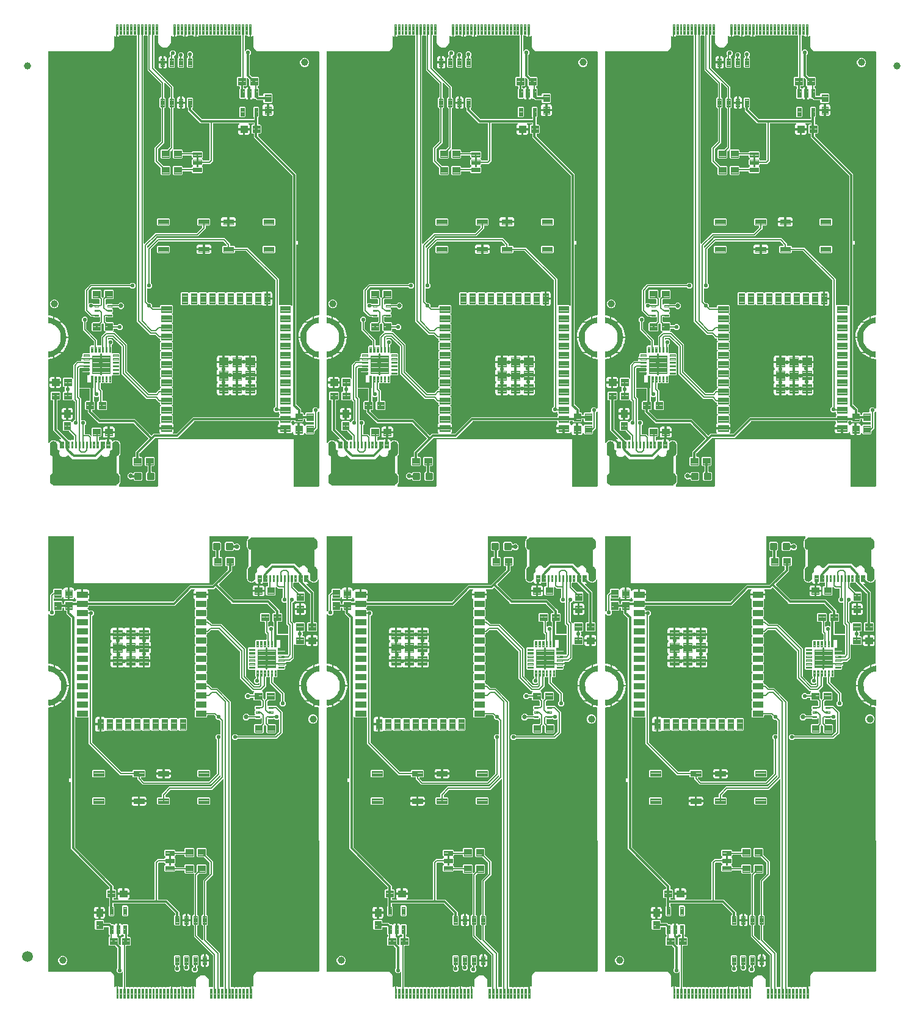
<source format=gtl>
G04 EAGLE Gerber RS-274X export*
G75*
%MOMM*%
%FSLAX34Y34*%
%LPD*%
%INTop Copper*%
%IPPOS*%
%AMOC8*
5,1,8,0,0,1.08239X$1,22.5*%
G01*
%ADD10C,1.000000*%
%ADD11C,0.100000*%
%ADD12C,0.102000*%
%ADD13C,0.099000*%
%ADD14C,0.101500*%
%ADD15C,0.609600*%
%ADD16C,0.203200*%
%ADD17C,0.099059*%
%ADD18C,0.635000*%
%ADD19C,0.654000*%
%ADD20C,0.300000*%
%ADD21C,0.106400*%
%ADD22C,1.500000*%
%ADD23C,0.558800*%
%ADD24C,0.304800*%
%ADD25C,0.254000*%

G36*
X1055633Y11987D02*
X1055633Y11987D01*
X1055652Y11985D01*
X1055754Y12007D01*
X1055856Y12024D01*
X1055873Y12033D01*
X1055893Y12037D01*
X1055982Y12090D01*
X1056073Y12139D01*
X1056087Y12153D01*
X1056104Y12163D01*
X1056171Y12242D01*
X1056243Y12317D01*
X1056251Y12335D01*
X1056264Y12350D01*
X1056303Y12447D01*
X1056346Y12540D01*
X1056348Y12560D01*
X1056356Y12578D01*
X1056374Y12745D01*
X1056374Y22423D01*
X1057144Y22423D01*
X1057919Y22215D01*
X1057973Y22184D01*
X1058062Y22150D01*
X1058149Y22110D01*
X1058177Y22107D01*
X1058203Y22097D01*
X1058299Y22093D01*
X1058393Y22083D01*
X1058421Y22089D01*
X1058449Y22088D01*
X1058540Y22115D01*
X1058634Y22135D01*
X1058658Y22149D01*
X1058685Y22157D01*
X1058763Y22212D01*
X1058845Y22261D01*
X1058863Y22282D01*
X1058886Y22299D01*
X1058943Y22375D01*
X1059005Y22448D01*
X1059015Y22474D01*
X1059032Y22497D01*
X1059061Y22588D01*
X1059097Y22676D01*
X1059101Y22711D01*
X1059107Y22731D01*
X1059107Y22764D01*
X1059115Y22843D01*
X1059115Y33565D01*
X1059102Y33649D01*
X1059097Y33733D01*
X1059092Y33745D01*
X1059115Y35019D01*
X1059114Y35024D01*
X1059115Y35033D01*
X1059115Y36307D01*
X1059121Y36320D01*
X1059127Y36370D01*
X1059135Y36397D01*
X1059134Y36426D01*
X1059142Y36486D01*
X1059153Y37044D01*
X1061108Y40518D01*
X1064477Y42649D01*
X1065139Y42695D01*
X1065202Y42710D01*
X1065267Y42715D01*
X1065321Y42738D01*
X1065378Y42752D01*
X1065433Y42786D01*
X1065453Y42795D01*
X1066536Y42795D01*
X1066556Y42798D01*
X1066589Y42797D01*
X1067668Y42872D01*
X1067699Y42852D01*
X1067763Y42838D01*
X1067823Y42813D01*
X1067907Y42804D01*
X1067939Y42796D01*
X1067958Y42798D01*
X1067990Y42795D01*
X1149603Y42795D01*
X1149622Y42798D01*
X1149642Y42796D01*
X1149744Y42818D01*
X1149845Y42834D01*
X1149863Y42844D01*
X1149883Y42848D01*
X1149971Y42901D01*
X1150063Y42950D01*
X1150077Y42964D01*
X1150094Y42974D01*
X1150161Y43053D01*
X1150232Y43128D01*
X1150241Y43146D01*
X1150254Y43161D01*
X1150292Y43257D01*
X1150336Y43351D01*
X1150338Y43371D01*
X1150345Y43390D01*
X1150364Y43556D01*
X1150212Y408922D01*
X1150195Y409023D01*
X1150184Y409125D01*
X1150175Y409144D01*
X1150172Y409164D01*
X1150124Y409255D01*
X1150081Y409348D01*
X1150066Y409363D01*
X1150057Y409382D01*
X1149982Y409452D01*
X1149911Y409527D01*
X1149893Y409537D01*
X1149878Y409551D01*
X1149785Y409594D01*
X1149694Y409642D01*
X1149669Y409648D01*
X1149655Y409654D01*
X1149623Y409658D01*
X1149530Y409678D01*
X1148494Y409788D01*
X1145131Y410530D01*
X1143761Y410999D01*
X1143761Y413758D01*
X1146423Y412866D01*
X1146433Y412865D01*
X1146458Y412857D01*
X1150456Y412137D01*
X1150495Y412141D01*
X1150533Y412135D01*
X1150563Y412148D01*
X1150595Y412152D01*
X1150625Y412176D01*
X1150661Y412192D01*
X1150679Y412219D01*
X1150704Y412239D01*
X1150717Y412276D01*
X1150738Y412309D01*
X1150747Y412364D01*
X1150749Y412371D01*
X1150748Y412375D01*
X1150749Y412382D01*
X1150749Y419882D01*
X1150747Y419891D01*
X1150747Y419893D01*
X1150744Y419899D01*
X1150730Y419947D01*
X1150711Y420014D01*
X1150710Y420015D01*
X1150710Y420016D01*
X1150658Y420062D01*
X1150607Y420107D01*
X1150606Y420108D01*
X1150605Y420108D01*
X1150602Y420109D01*
X1150536Y420129D01*
X1147638Y420552D01*
X1144860Y421418D01*
X1143761Y421961D01*
X1143761Y422058D01*
X1143747Y422147D01*
X1143740Y422237D01*
X1143727Y422268D01*
X1143722Y422301D01*
X1143680Y422380D01*
X1143644Y422464D01*
X1143622Y422489D01*
X1143607Y422518D01*
X1143541Y422580D01*
X1143481Y422648D01*
X1143446Y422671D01*
X1143428Y422688D01*
X1143399Y422701D01*
X1143341Y422739D01*
X1143340Y422739D01*
X1143271Y422761D01*
X1143205Y422791D01*
X1143154Y422797D01*
X1143105Y422812D01*
X1143033Y422810D01*
X1142960Y422818D01*
X1142910Y422808D01*
X1142859Y422806D01*
X1142791Y422782D01*
X1142720Y422766D01*
X1142676Y422740D01*
X1142628Y422723D01*
X1142571Y422677D01*
X1142509Y422640D01*
X1142476Y422601D01*
X1142473Y422599D01*
X1142252Y422708D01*
X1139878Y424390D01*
X1137796Y426422D01*
X1136058Y428755D01*
X1134706Y431332D01*
X1133774Y434088D01*
X1133284Y436956D01*
X1133249Y439882D01*
X1133284Y442808D01*
X1133774Y445676D01*
X1134706Y448432D01*
X1136058Y451009D01*
X1137796Y453342D01*
X1139878Y455374D01*
X1142252Y457056D01*
X1144860Y458346D01*
X1147638Y459212D01*
X1150536Y459635D01*
X1150597Y459663D01*
X1150661Y459692D01*
X1150662Y459693D01*
X1150663Y459694D01*
X1150700Y459751D01*
X1150738Y459809D01*
X1150738Y459810D01*
X1150739Y459811D01*
X1150739Y459814D01*
X1150749Y459882D01*
X1150749Y467382D01*
X1150739Y467419D01*
X1150738Y467457D01*
X1150719Y467484D01*
X1150710Y467516D01*
X1150681Y467541D01*
X1150660Y467573D01*
X1150630Y467586D01*
X1150605Y467608D01*
X1150567Y467614D01*
X1150532Y467629D01*
X1150474Y467628D01*
X1150467Y467629D01*
X1150464Y467628D01*
X1150458Y467628D01*
X1146447Y466934D01*
X1146438Y466930D01*
X1146411Y466926D01*
X1143761Y466053D01*
X1143761Y468808D01*
X1145492Y469358D01*
X1148632Y470003D01*
X1149499Y470088D01*
X1149601Y470115D01*
X1149705Y470138D01*
X1149720Y470147D01*
X1149736Y470151D01*
X1149825Y470210D01*
X1149916Y470264D01*
X1149927Y470277D01*
X1149942Y470287D01*
X1150007Y470371D01*
X1150076Y470451D01*
X1150082Y470467D01*
X1150093Y470481D01*
X1150128Y470581D01*
X1150167Y470679D01*
X1150170Y470700D01*
X1150174Y470713D01*
X1150175Y470744D01*
X1150186Y470846D01*
X1150138Y585996D01*
X1150137Y586004D01*
X1150137Y586006D01*
X1150135Y586016D01*
X1150119Y586114D01*
X1150101Y586230D01*
X1150099Y586234D01*
X1150098Y586239D01*
X1150043Y586344D01*
X1149989Y586449D01*
X1149985Y586452D01*
X1149983Y586456D01*
X1149897Y586538D01*
X1149812Y586620D01*
X1149808Y586622D01*
X1149804Y586626D01*
X1149697Y586676D01*
X1149590Y586727D01*
X1149586Y586727D01*
X1149581Y586729D01*
X1149463Y586742D01*
X1149346Y586757D01*
X1149342Y586756D01*
X1149337Y586756D01*
X1149221Y586731D01*
X1149105Y586707D01*
X1149101Y586705D01*
X1149096Y586704D01*
X1148995Y586643D01*
X1148893Y586584D01*
X1148890Y586580D01*
X1148885Y586578D01*
X1148809Y586488D01*
X1148731Y586399D01*
X1148728Y586394D01*
X1148726Y586391D01*
X1148720Y586377D01*
X1148658Y586248D01*
X1148563Y585975D01*
X1148500Y585937D01*
X1148482Y585916D01*
X1148459Y585900D01*
X1148403Y585823D01*
X1148340Y585750D01*
X1148330Y585725D01*
X1148313Y585702D01*
X1148284Y585611D01*
X1148248Y585522D01*
X1148245Y585488D01*
X1148238Y585468D01*
X1148238Y585464D01*
X1148009Y585235D01*
X1148008Y585233D01*
X1148007Y585233D01*
X1147903Y585101D01*
X1147723Y584816D01*
X1147654Y584793D01*
X1147632Y584777D01*
X1147606Y584766D01*
X1147533Y584704D01*
X1147457Y584647D01*
X1147441Y584624D01*
X1147420Y584606D01*
X1147371Y584523D01*
X1147316Y584445D01*
X1147305Y584412D01*
X1147294Y584394D01*
X1147293Y584390D01*
X1147019Y584217D01*
X1147018Y584216D01*
X1147016Y584216D01*
X1146885Y584111D01*
X1146647Y583873D01*
X1146575Y583866D01*
X1146549Y583855D01*
X1146522Y583850D01*
X1146437Y583806D01*
X1146349Y583767D01*
X1146329Y583748D01*
X1146304Y583735D01*
X1146238Y583666D01*
X1146168Y583601D01*
X1146149Y583572D01*
X1146135Y583557D01*
X1146133Y583553D01*
X1145827Y583446D01*
X1145826Y583445D01*
X1145824Y583445D01*
X1145673Y583372D01*
X1145388Y583193D01*
X1145316Y583202D01*
X1145289Y583197D01*
X1145261Y583199D01*
X1145168Y583174D01*
X1145074Y583156D01*
X1145050Y583142D01*
X1145023Y583135D01*
X1144944Y583082D01*
X1144860Y583035D01*
X1144835Y583010D01*
X1144818Y582999D01*
X1144816Y582996D01*
X1144494Y582959D01*
X1144492Y582959D01*
X1144491Y582959D01*
X1144327Y582921D01*
X1144009Y582810D01*
X1143941Y582835D01*
X1143913Y582836D01*
X1143887Y582844D01*
X1143791Y582841D01*
X1143695Y582844D01*
X1143668Y582836D01*
X1143641Y582835D01*
X1143551Y582801D01*
X1143459Y582773D01*
X1143430Y582755D01*
X1143411Y582748D01*
X1143408Y582745D01*
X1143085Y582781D01*
X1143084Y582781D01*
X1143082Y582782D01*
X1142915Y582781D01*
X1142580Y582744D01*
X1142519Y582784D01*
X1142492Y582791D01*
X1142468Y582804D01*
X1142374Y582822D01*
X1142281Y582847D01*
X1142253Y582845D01*
X1142226Y582850D01*
X1142131Y582837D01*
X1142036Y582830D01*
X1142003Y582819D01*
X1141983Y582816D01*
X1141979Y582814D01*
X1141673Y582921D01*
X1141671Y582922D01*
X1141670Y582922D01*
X1141506Y582959D01*
X1141171Y582997D01*
X1141121Y583049D01*
X1141096Y583062D01*
X1141076Y583081D01*
X1140988Y583119D01*
X1140903Y583164D01*
X1140876Y583168D01*
X1140850Y583179D01*
X1140755Y583188D01*
X1140660Y583203D01*
X1140626Y583199D01*
X1140605Y583200D01*
X1140601Y583199D01*
X1140327Y583372D01*
X1140325Y583373D01*
X1140324Y583374D01*
X1140173Y583446D01*
X1139855Y583557D01*
X1139817Y583620D01*
X1139796Y583638D01*
X1139780Y583661D01*
X1139703Y583717D01*
X1139630Y583780D01*
X1139605Y583790D01*
X1139582Y583807D01*
X1139491Y583836D01*
X1139402Y583872D01*
X1139368Y583875D01*
X1139348Y583882D01*
X1139344Y583882D01*
X1139115Y584111D01*
X1139113Y584112D01*
X1139113Y584113D01*
X1138981Y584217D01*
X1138736Y584371D01*
X1138727Y584375D01*
X1138719Y584382D01*
X1138614Y584423D01*
X1138510Y584467D01*
X1138500Y584468D01*
X1138490Y584471D01*
X1138378Y584477D01*
X1138265Y584485D01*
X1138255Y584482D01*
X1138244Y584483D01*
X1138136Y584452D01*
X1138026Y584424D01*
X1138018Y584419D01*
X1138008Y584416D01*
X1137915Y584352D01*
X1137820Y584290D01*
X1137813Y584282D01*
X1137805Y584277D01*
X1137737Y584186D01*
X1137667Y584098D01*
X1137663Y584088D01*
X1137657Y584080D01*
X1137596Y583924D01*
X1137403Y583202D01*
X1137001Y582507D01*
X1136433Y581939D01*
X1135738Y581537D01*
X1134962Y581329D01*
X1133450Y581329D01*
X1133379Y581318D01*
X1133307Y581316D01*
X1133258Y581298D01*
X1133207Y581290D01*
X1133143Y581256D01*
X1133076Y581231D01*
X1133035Y581199D01*
X1132989Y581174D01*
X1132940Y581122D01*
X1132884Y581078D01*
X1132856Y581034D01*
X1132820Y580996D01*
X1132790Y580931D01*
X1132751Y580871D01*
X1132738Y580820D01*
X1132716Y580773D01*
X1132709Y580702D01*
X1132691Y580632D01*
X1132695Y580580D01*
X1132689Y580529D01*
X1132705Y580458D01*
X1132710Y580387D01*
X1132731Y580339D01*
X1132742Y580288D01*
X1132778Y580227D01*
X1132806Y580161D01*
X1132851Y580105D01*
X1132868Y580077D01*
X1132886Y580062D01*
X1132911Y580030D01*
X1143373Y569568D01*
X1143373Y528240D01*
X1143376Y528220D01*
X1143374Y528201D01*
X1143396Y528099D01*
X1143412Y527997D01*
X1143422Y527980D01*
X1143426Y527960D01*
X1143479Y527871D01*
X1143528Y527780D01*
X1143542Y527766D01*
X1143552Y527749D01*
X1143631Y527682D01*
X1143706Y527610D01*
X1143724Y527602D01*
X1143739Y527589D01*
X1143835Y527550D01*
X1143929Y527507D01*
X1143949Y527505D01*
X1143967Y527497D01*
X1144134Y527479D01*
X1146311Y527479D01*
X1147349Y526441D01*
X1147349Y515975D01*
X1146311Y514937D01*
X1134845Y514937D01*
X1133807Y515975D01*
X1133807Y526441D01*
X1134845Y527479D01*
X1137022Y527479D01*
X1137042Y527482D01*
X1137061Y527480D01*
X1137163Y527502D01*
X1137265Y527518D01*
X1137282Y527528D01*
X1137302Y527532D01*
X1137391Y527585D01*
X1137482Y527634D01*
X1137496Y527648D01*
X1137513Y527658D01*
X1137580Y527737D01*
X1137652Y527812D01*
X1137660Y527830D01*
X1137673Y527845D01*
X1137712Y527941D01*
X1137755Y528035D01*
X1137757Y528055D01*
X1137765Y528073D01*
X1137783Y528240D01*
X1137783Y566938D01*
X1137780Y566956D01*
X1137782Y566975D01*
X1137767Y567043D01*
X1137761Y567119D01*
X1137749Y567149D01*
X1137744Y567180D01*
X1137733Y567200D01*
X1137730Y567215D01*
X1137697Y567270D01*
X1137665Y567345D01*
X1137639Y567377D01*
X1137628Y567398D01*
X1137611Y567415D01*
X1137604Y567426D01*
X1137592Y567436D01*
X1137560Y567476D01*
X1122660Y582376D01*
X1122586Y582429D01*
X1122517Y582489D01*
X1122486Y582501D01*
X1122460Y582520D01*
X1122373Y582547D01*
X1122288Y582581D01*
X1122248Y582585D01*
X1122225Y582592D01*
X1122193Y582591D01*
X1122122Y582599D01*
X1121092Y582599D01*
X1120608Y583083D01*
X1120592Y583095D01*
X1120580Y583111D01*
X1120493Y583167D01*
X1120409Y583227D01*
X1120390Y583233D01*
X1120373Y583244D01*
X1120272Y583269D01*
X1120173Y583299D01*
X1120154Y583299D01*
X1120134Y583304D01*
X1120031Y583296D01*
X1119928Y583293D01*
X1119909Y583286D01*
X1119889Y583285D01*
X1119794Y583244D01*
X1119697Y583208D01*
X1119681Y583196D01*
X1119663Y583188D01*
X1119532Y583083D01*
X1119048Y582599D01*
X1115368Y582599D01*
X1115348Y582596D01*
X1115329Y582598D01*
X1115227Y582576D01*
X1115125Y582560D01*
X1115108Y582550D01*
X1115088Y582546D01*
X1114999Y582493D01*
X1114908Y582444D01*
X1114894Y582430D01*
X1114877Y582420D01*
X1114810Y582341D01*
X1114738Y582266D01*
X1114730Y582248D01*
X1114717Y582233D01*
X1114678Y582137D01*
X1114635Y582043D01*
X1114633Y582023D01*
X1114625Y582005D01*
X1114607Y581838D01*
X1114607Y577361D01*
X1114621Y577270D01*
X1114629Y577180D01*
X1114641Y577150D01*
X1114646Y577118D01*
X1114689Y577037D01*
X1114725Y576953D01*
X1114751Y576921D01*
X1114762Y576900D01*
X1114785Y576878D01*
X1114830Y576822D01*
X1121676Y569976D01*
X1121750Y569923D01*
X1121820Y569863D01*
X1121850Y569851D01*
X1121876Y569832D01*
X1121963Y569805D01*
X1122048Y569771D01*
X1122089Y569767D01*
X1122111Y569760D01*
X1122143Y569761D01*
X1122215Y569753D01*
X1129437Y569753D01*
X1130475Y568715D01*
X1130475Y557249D01*
X1129437Y556211D01*
X1118971Y556211D01*
X1117863Y557318D01*
X1117847Y557330D01*
X1117835Y557346D01*
X1117748Y557402D01*
X1117664Y557462D01*
X1117645Y557468D01*
X1117628Y557479D01*
X1117527Y557504D01*
X1117429Y557534D01*
X1117409Y557534D01*
X1117389Y557539D01*
X1117286Y557531D01*
X1117183Y557528D01*
X1117164Y557521D01*
X1117144Y557520D01*
X1117049Y557479D01*
X1116952Y557444D01*
X1116936Y557431D01*
X1116918Y557423D01*
X1116787Y557318D01*
X1114187Y554719D01*
X1114157Y554712D01*
X1114055Y554696D01*
X1114038Y554686D01*
X1114018Y554682D01*
X1113929Y554629D01*
X1113838Y554580D01*
X1113824Y554566D01*
X1113807Y554556D01*
X1113740Y554477D01*
X1113668Y554402D01*
X1113660Y554384D01*
X1113647Y554369D01*
X1113608Y554273D01*
X1113565Y554179D01*
X1113563Y554159D01*
X1113555Y554141D01*
X1113537Y553974D01*
X1113537Y529583D01*
X1113551Y529492D01*
X1113559Y529402D01*
X1113571Y529372D01*
X1113576Y529340D01*
X1113619Y529259D01*
X1113655Y529175D01*
X1113681Y529143D01*
X1113692Y529122D01*
X1113715Y529100D01*
X1113760Y529044D01*
X1115569Y527235D01*
X1115569Y527041D01*
X1115580Y526970D01*
X1115582Y526898D01*
X1115600Y526849D01*
X1115608Y526798D01*
X1115642Y526735D01*
X1115667Y526667D01*
X1115699Y526627D01*
X1115724Y526581D01*
X1115776Y526531D01*
X1115820Y526475D01*
X1115864Y526447D01*
X1115902Y526411D01*
X1115967Y526381D01*
X1116027Y526342D01*
X1116078Y526330D01*
X1116125Y526308D01*
X1116196Y526300D01*
X1116266Y526282D01*
X1116318Y526286D01*
X1116369Y526281D01*
X1116440Y526296D01*
X1116511Y526301D01*
X1116559Y526322D01*
X1116610Y526333D01*
X1116671Y526370D01*
X1116737Y526398D01*
X1116793Y526442D01*
X1116821Y526459D01*
X1116836Y526477D01*
X1116868Y526502D01*
X1117845Y527479D01*
X1129311Y527479D01*
X1130349Y526441D01*
X1130349Y515975D01*
X1129311Y514937D01*
X1128037Y514937D01*
X1127966Y514926D01*
X1127894Y514924D01*
X1127845Y514906D01*
X1127794Y514898D01*
X1127731Y514864D01*
X1127663Y514839D01*
X1127623Y514807D01*
X1127577Y514782D01*
X1127527Y514731D01*
X1127471Y514686D01*
X1127443Y514642D01*
X1127407Y514604D01*
X1127377Y514539D01*
X1127338Y514479D01*
X1127326Y514428D01*
X1127304Y514381D01*
X1127296Y514310D01*
X1127278Y514240D01*
X1127282Y514188D01*
X1127277Y514137D01*
X1127292Y514066D01*
X1127298Y513995D01*
X1127318Y513947D01*
X1127329Y513896D01*
X1127366Y513835D01*
X1127394Y513769D01*
X1127439Y513713D01*
X1127455Y513685D01*
X1127473Y513670D01*
X1127499Y513638D01*
X1127643Y513494D01*
X1127643Y510126D01*
X1127499Y509982D01*
X1127457Y509924D01*
X1127407Y509872D01*
X1127385Y509825D01*
X1127355Y509783D01*
X1127334Y509714D01*
X1127304Y509649D01*
X1127298Y509597D01*
X1127283Y509547D01*
X1127285Y509476D01*
X1127277Y509405D01*
X1127288Y509354D01*
X1127289Y509302D01*
X1127314Y509234D01*
X1127329Y509164D01*
X1127356Y509119D01*
X1127374Y509071D01*
X1127418Y509015D01*
X1127455Y508953D01*
X1127495Y508919D01*
X1127527Y508879D01*
X1127587Y508840D01*
X1127642Y508793D01*
X1127690Y508774D01*
X1127734Y508746D01*
X1127804Y508728D01*
X1127870Y508701D01*
X1127942Y508693D01*
X1127973Y508685D01*
X1127996Y508687D01*
X1128037Y508683D01*
X1129311Y508683D01*
X1130349Y507645D01*
X1130349Y497179D01*
X1129311Y496141D01*
X1117845Y496141D01*
X1116868Y497118D01*
X1116810Y497159D01*
X1116758Y497209D01*
X1116711Y497231D01*
X1116669Y497261D01*
X1116600Y497282D01*
X1116535Y497312D01*
X1116483Y497318D01*
X1116433Y497333D01*
X1116362Y497332D01*
X1116291Y497339D01*
X1116240Y497328D01*
X1116188Y497327D01*
X1116120Y497302D01*
X1116050Y497287D01*
X1116005Y497261D01*
X1115957Y497243D01*
X1115901Y497198D01*
X1115839Y497161D01*
X1115805Y497121D01*
X1115765Y497089D01*
X1115726Y497029D01*
X1115679Y496974D01*
X1115660Y496926D01*
X1115632Y496882D01*
X1115614Y496813D01*
X1115587Y496746D01*
X1115579Y496675D01*
X1115571Y496644D01*
X1115573Y496620D01*
X1115569Y496579D01*
X1115569Y477745D01*
X1114006Y476183D01*
X1110483Y472659D01*
X1105323Y472659D01*
X1105206Y472640D01*
X1105088Y472622D01*
X1105084Y472620D01*
X1105080Y472620D01*
X1104976Y472564D01*
X1104869Y472509D01*
X1104866Y472506D01*
X1104863Y472504D01*
X1104781Y472419D01*
X1104698Y472333D01*
X1104696Y472329D01*
X1104693Y472326D01*
X1104643Y472219D01*
X1104592Y472111D01*
X1104591Y472107D01*
X1104590Y472103D01*
X1104577Y471987D01*
X1104562Y471867D01*
X1104563Y471862D01*
X1104562Y471859D01*
X1104565Y471845D01*
X1104587Y471701D01*
X1104685Y471338D01*
X1104685Y470707D01*
X1097894Y470707D01*
X1097875Y470704D01*
X1097855Y470706D01*
X1097754Y470684D01*
X1097652Y470668D01*
X1097634Y470658D01*
X1097615Y470654D01*
X1097525Y470601D01*
X1097434Y470553D01*
X1097421Y470538D01*
X1097403Y470528D01*
X1097336Y470449D01*
X1097265Y470374D01*
X1097256Y470356D01*
X1097243Y470341D01*
X1097205Y470245D01*
X1097161Y470151D01*
X1097159Y470131D01*
X1097152Y470113D01*
X1097133Y469946D01*
X1097136Y469926D01*
X1097134Y469907D01*
X1097134Y469906D01*
X1097156Y469805D01*
X1097173Y469703D01*
X1097182Y469686D01*
X1097186Y469666D01*
X1097240Y469577D01*
X1097288Y469486D01*
X1097302Y469472D01*
X1097313Y469455D01*
X1097391Y469388D01*
X1097466Y469316D01*
X1097484Y469308D01*
X1097499Y469295D01*
X1097596Y469256D01*
X1097689Y469213D01*
X1097709Y469211D01*
X1097728Y469203D01*
X1097894Y469185D01*
X1104685Y469185D01*
X1104685Y468554D01*
X1104477Y467778D01*
X1104075Y467083D01*
X1103638Y466645D01*
X1103585Y466571D01*
X1103525Y466502D01*
X1103513Y466472D01*
X1103494Y466446D01*
X1103467Y466359D01*
X1103433Y466274D01*
X1103429Y466233D01*
X1103422Y466210D01*
X1103423Y466178D01*
X1103415Y466107D01*
X1103415Y463218D01*
X1102372Y462175D01*
X1093426Y462175D01*
X1093406Y462172D01*
X1093387Y462174D01*
X1093285Y462152D01*
X1093183Y462136D01*
X1093166Y462126D01*
X1093146Y462122D01*
X1093057Y462069D01*
X1092966Y462020D01*
X1092952Y462006D01*
X1092935Y461996D01*
X1092868Y461917D01*
X1092796Y461842D01*
X1092788Y461824D01*
X1092775Y461809D01*
X1092736Y461713D01*
X1092693Y461619D01*
X1092691Y461599D01*
X1092683Y461581D01*
X1092665Y461414D01*
X1092665Y452468D01*
X1091622Y451425D01*
X1087942Y451425D01*
X1087922Y451422D01*
X1087903Y451424D01*
X1087801Y451402D01*
X1087699Y451386D01*
X1087682Y451376D01*
X1087662Y451372D01*
X1087573Y451319D01*
X1087482Y451270D01*
X1087468Y451256D01*
X1087451Y451246D01*
X1087384Y451167D01*
X1087312Y451092D01*
X1087304Y451074D01*
X1087291Y451059D01*
X1087252Y450963D01*
X1087209Y450869D01*
X1087207Y450849D01*
X1087199Y450831D01*
X1087181Y450664D01*
X1087181Y445449D01*
X1087195Y445358D01*
X1087203Y445268D01*
X1087215Y445238D01*
X1087220Y445206D01*
X1087263Y445125D01*
X1087299Y445041D01*
X1087325Y445009D01*
X1087336Y444988D01*
X1087359Y444966D01*
X1087404Y444910D01*
X1102361Y429953D01*
X1102361Y419067D01*
X1102375Y418977D01*
X1102383Y418886D01*
X1102395Y418856D01*
X1102400Y418824D01*
X1102443Y418744D01*
X1102479Y418660D01*
X1102505Y418628D01*
X1102516Y418607D01*
X1102539Y418585D01*
X1102584Y418529D01*
X1104139Y416974D01*
X1104139Y413606D01*
X1101758Y411225D01*
X1098390Y411225D01*
X1096009Y413606D01*
X1096009Y416974D01*
X1097564Y418529D01*
X1097617Y418603D01*
X1097677Y418672D01*
X1097689Y418702D01*
X1097708Y418728D01*
X1097735Y418815D01*
X1097769Y418900D01*
X1097773Y418941D01*
X1097780Y418964D01*
X1097779Y418996D01*
X1097787Y419067D01*
X1097787Y427743D01*
X1097773Y427834D01*
X1097765Y427924D01*
X1097753Y427954D01*
X1097748Y427986D01*
X1097705Y428067D01*
X1097669Y428151D01*
X1097643Y428183D01*
X1097632Y428204D01*
X1097609Y428226D01*
X1097564Y428282D01*
X1082607Y443239D01*
X1082607Y450664D01*
X1082604Y450684D01*
X1082606Y450703D01*
X1082584Y450805D01*
X1082568Y450907D01*
X1082558Y450924D01*
X1082554Y450944D01*
X1082501Y451033D01*
X1082452Y451124D01*
X1082438Y451138D01*
X1082428Y451155D01*
X1082349Y451222D01*
X1082274Y451294D01*
X1082256Y451302D01*
X1082241Y451315D01*
X1082145Y451354D01*
X1082051Y451397D01*
X1082031Y451399D01*
X1082013Y451407D01*
X1081846Y451425D01*
X1077942Y451425D01*
X1077922Y451422D01*
X1077903Y451424D01*
X1077801Y451402D01*
X1077699Y451386D01*
X1077682Y451376D01*
X1077662Y451372D01*
X1077573Y451319D01*
X1077482Y451270D01*
X1077468Y451256D01*
X1077451Y451246D01*
X1077384Y451167D01*
X1077312Y451092D01*
X1077304Y451074D01*
X1077291Y451059D01*
X1077252Y450963D01*
X1077209Y450869D01*
X1077207Y450849D01*
X1077199Y450831D01*
X1077181Y450664D01*
X1077181Y438947D01*
X1072358Y434124D01*
X1071254Y433020D01*
X1071212Y432962D01*
X1071163Y432910D01*
X1071141Y432863D01*
X1071111Y432821D01*
X1071090Y432752D01*
X1071059Y432687D01*
X1071054Y432635D01*
X1071038Y432585D01*
X1071040Y432514D01*
X1071032Y432443D01*
X1071043Y432392D01*
X1071045Y432340D01*
X1071069Y432272D01*
X1071084Y432202D01*
X1071111Y432157D01*
X1071129Y432109D01*
X1071174Y432053D01*
X1071211Y431991D01*
X1071250Y431957D01*
X1071283Y431917D01*
X1071343Y431878D01*
X1071398Y431831D01*
X1071446Y431812D01*
X1071490Y431784D01*
X1071559Y431766D01*
X1071626Y431739D01*
X1071697Y431731D01*
X1071728Y431723D01*
X1071752Y431725D01*
X1071792Y431721D01*
X1072064Y431721D01*
X1073102Y430683D01*
X1073102Y422228D01*
X1073116Y422138D01*
X1073124Y422047D01*
X1073136Y422018D01*
X1073141Y421986D01*
X1073184Y421905D01*
X1073220Y421821D01*
X1073246Y421789D01*
X1073257Y421768D01*
X1073280Y421746D01*
X1073325Y421690D01*
X1073620Y421395D01*
X1074293Y420722D01*
X1074309Y420711D01*
X1074321Y420695D01*
X1074408Y420639D01*
X1074492Y420579D01*
X1074511Y420573D01*
X1074528Y420562D01*
X1074629Y420537D01*
X1074728Y420506D01*
X1074747Y420507D01*
X1074767Y420502D01*
X1074870Y420510D01*
X1074973Y420513D01*
X1074992Y420520D01*
X1075012Y420521D01*
X1075107Y420561D01*
X1075204Y420597D01*
X1075220Y420610D01*
X1075238Y420617D01*
X1075369Y420722D01*
X1076337Y421690D01*
X1076390Y421764D01*
X1076450Y421834D01*
X1076462Y421864D01*
X1076481Y421890D01*
X1076508Y421977D01*
X1076542Y422062D01*
X1076546Y422103D01*
X1076553Y422125D01*
X1076552Y422157D01*
X1076560Y422229D01*
X1076560Y430683D01*
X1077598Y431721D01*
X1089064Y431721D01*
X1090102Y430683D01*
X1090102Y420217D01*
X1089064Y419179D01*
X1080610Y419179D01*
X1080519Y419165D01*
X1080429Y419157D01*
X1080399Y419145D01*
X1080367Y419140D01*
X1080286Y419097D01*
X1080202Y419061D01*
X1080170Y419035D01*
X1080149Y419024D01*
X1080127Y419001D01*
X1080071Y418956D01*
X1078962Y417847D01*
X1078909Y417773D01*
X1078849Y417703D01*
X1078837Y417673D01*
X1078818Y417647D01*
X1078791Y417560D01*
X1078757Y417475D01*
X1078753Y417434D01*
X1078746Y417412D01*
X1078747Y417380D01*
X1078739Y417308D01*
X1078739Y412542D01*
X1078750Y412471D01*
X1078752Y412399D01*
X1078770Y412350D01*
X1078778Y412299D01*
X1078812Y412236D01*
X1078837Y412168D01*
X1078869Y412128D01*
X1078894Y412082D01*
X1078945Y412032D01*
X1078990Y411976D01*
X1079034Y411948D01*
X1079072Y411912D01*
X1079137Y411882D01*
X1079197Y411843D01*
X1079248Y411831D01*
X1079295Y411809D01*
X1079366Y411801D01*
X1079436Y411783D01*
X1079488Y411787D01*
X1079539Y411782D01*
X1079610Y411797D01*
X1079681Y411802D01*
X1079729Y411823D01*
X1079780Y411834D01*
X1079841Y411871D01*
X1079907Y411899D01*
X1079963Y411944D01*
X1079991Y411960D01*
X1080006Y411978D01*
X1080038Y412004D01*
X1080149Y412115D01*
X1087205Y412115D01*
X1087466Y411854D01*
X1087540Y411801D01*
X1087609Y411741D01*
X1087639Y411729D01*
X1087665Y411710D01*
X1087752Y411683D01*
X1087837Y411649D01*
X1087878Y411645D01*
X1087900Y411638D01*
X1087933Y411639D01*
X1088004Y411631D01*
X1091473Y411631D01*
X1099567Y403537D01*
X1099567Y373703D01*
X1098004Y372140D01*
X1093440Y367576D01*
X1091877Y366013D01*
X1037557Y366013D01*
X1037467Y365999D01*
X1037376Y365991D01*
X1037346Y365979D01*
X1037314Y365974D01*
X1037234Y365931D01*
X1037150Y365895D01*
X1037118Y365869D01*
X1037097Y365858D01*
X1037075Y365835D01*
X1037019Y365790D01*
X1035464Y364235D01*
X1032096Y364235D01*
X1029715Y366616D01*
X1029715Y369984D01*
X1032096Y372365D01*
X1035464Y372365D01*
X1037019Y370810D01*
X1037093Y370757D01*
X1037162Y370697D01*
X1037192Y370685D01*
X1037218Y370666D01*
X1037305Y370639D01*
X1037390Y370605D01*
X1037431Y370601D01*
X1037454Y370594D01*
X1037486Y370595D01*
X1037557Y370587D01*
X1089668Y370587D01*
X1089758Y370601D01*
X1089849Y370609D01*
X1089878Y370621D01*
X1089910Y370626D01*
X1089991Y370669D01*
X1090075Y370705D01*
X1090107Y370731D01*
X1090128Y370742D01*
X1090150Y370765D01*
X1090206Y370810D01*
X1094770Y375374D01*
X1094823Y375448D01*
X1094883Y375518D01*
X1094895Y375548D01*
X1094914Y375574D01*
X1094941Y375661D01*
X1094975Y375746D01*
X1094979Y375787D01*
X1094986Y375809D01*
X1094985Y375841D01*
X1094993Y375912D01*
X1094993Y392463D01*
X1094982Y392534D01*
X1094980Y392606D01*
X1094962Y392654D01*
X1094954Y392706D01*
X1094920Y392769D01*
X1094895Y392837D01*
X1094863Y392877D01*
X1094838Y392923D01*
X1094786Y392973D01*
X1094742Y393029D01*
X1094698Y393057D01*
X1094660Y393093D01*
X1094595Y393123D01*
X1094535Y393162D01*
X1094484Y393174D01*
X1094437Y393196D01*
X1094366Y393204D01*
X1094296Y393222D01*
X1094244Y393218D01*
X1094193Y393223D01*
X1094122Y393208D01*
X1094051Y393202D01*
X1094003Y393182D01*
X1093952Y393171D01*
X1093891Y393134D01*
X1093825Y393106D01*
X1093769Y393061D01*
X1093741Y393045D01*
X1093726Y393027D01*
X1093694Y393001D01*
X1092868Y392175D01*
X1089500Y392175D01*
X1088192Y393484D01*
X1088176Y393495D01*
X1088163Y393511D01*
X1088076Y393567D01*
X1087992Y393627D01*
X1087973Y393633D01*
X1087956Y393644D01*
X1087856Y393669D01*
X1087757Y393700D01*
X1087737Y393699D01*
X1087718Y393704D01*
X1087615Y393696D01*
X1087511Y393693D01*
X1087492Y393687D01*
X1087472Y393685D01*
X1087377Y393644D01*
X1087280Y393609D01*
X1087264Y393596D01*
X1087246Y393589D01*
X1087227Y393573D01*
X1080008Y393573D01*
X1079988Y393570D01*
X1079969Y393572D01*
X1079867Y393550D01*
X1079765Y393534D01*
X1079748Y393524D01*
X1079728Y393520D01*
X1079639Y393467D01*
X1079548Y393418D01*
X1079534Y393404D01*
X1079517Y393394D01*
X1079450Y393315D01*
X1079378Y393240D01*
X1079370Y393222D01*
X1079357Y393207D01*
X1079318Y393111D01*
X1079275Y393017D01*
X1079273Y392997D01*
X1079265Y392979D01*
X1079247Y392812D01*
X1079247Y388126D01*
X1079261Y388035D01*
X1079269Y387945D01*
X1079281Y387915D01*
X1079286Y387883D01*
X1079329Y387802D01*
X1079365Y387718D01*
X1079391Y387686D01*
X1079402Y387665D01*
X1079425Y387643D01*
X1079470Y387587D01*
X1080325Y386732D01*
X1080399Y386679D01*
X1080469Y386619D01*
X1080499Y386607D01*
X1080525Y386588D01*
X1080612Y386561D01*
X1080697Y386527D01*
X1080738Y386523D01*
X1080760Y386516D01*
X1080792Y386517D01*
X1080864Y386509D01*
X1089318Y386509D01*
X1090356Y385471D01*
X1090356Y375005D01*
X1089318Y373967D01*
X1077852Y373967D01*
X1076814Y375005D01*
X1076814Y383459D01*
X1076800Y383550D01*
X1076792Y383640D01*
X1076780Y383670D01*
X1076775Y383702D01*
X1076732Y383783D01*
X1076696Y383867D01*
X1076670Y383899D01*
X1076659Y383920D01*
X1076636Y383942D01*
X1076628Y383951D01*
X1076620Y383965D01*
X1076612Y383972D01*
X1076591Y383998D01*
X1075623Y384966D01*
X1075607Y384977D01*
X1075595Y384993D01*
X1075507Y385049D01*
X1075424Y385109D01*
X1075405Y385115D01*
X1075388Y385126D01*
X1075287Y385151D01*
X1075188Y385182D01*
X1075169Y385181D01*
X1075149Y385186D01*
X1075046Y385178D01*
X1074943Y385175D01*
X1074924Y385168D01*
X1074904Y385167D01*
X1074809Y385127D01*
X1074712Y385091D01*
X1074696Y385078D01*
X1074678Y385071D01*
X1074547Y384966D01*
X1073579Y383998D01*
X1073535Y383936D01*
X1073502Y383902D01*
X1073496Y383889D01*
X1073466Y383854D01*
X1073454Y383824D01*
X1073435Y383798D01*
X1073408Y383711D01*
X1073374Y383626D01*
X1073370Y383585D01*
X1073363Y383563D01*
X1073364Y383531D01*
X1073356Y383460D01*
X1073356Y375005D01*
X1072318Y373967D01*
X1060852Y373967D01*
X1059814Y375005D01*
X1059814Y385471D01*
X1060852Y386509D01*
X1069307Y386509D01*
X1069397Y386523D01*
X1069488Y386531D01*
X1069517Y386543D01*
X1069549Y386548D01*
X1069630Y386591D01*
X1069714Y386627D01*
X1069746Y386653D01*
X1069767Y386664D01*
X1069776Y386673D01*
X1069777Y386674D01*
X1069791Y386689D01*
X1069845Y386732D01*
X1070640Y387527D01*
X1070686Y387591D01*
X1070707Y387613D01*
X1070712Y387623D01*
X1070753Y387671D01*
X1070765Y387701D01*
X1070784Y387727D01*
X1070811Y387814D01*
X1070845Y387899D01*
X1070849Y387940D01*
X1070856Y387962D01*
X1070855Y387994D01*
X1070863Y388066D01*
X1070863Y393794D01*
X1070852Y393865D01*
X1070850Y393937D01*
X1070832Y393986D01*
X1070824Y394037D01*
X1070790Y394100D01*
X1070765Y394168D01*
X1070733Y394208D01*
X1070708Y394254D01*
X1070656Y394304D01*
X1070612Y394360D01*
X1070568Y394388D01*
X1070530Y394424D01*
X1070465Y394454D01*
X1070405Y394493D01*
X1070354Y394505D01*
X1070307Y394527D01*
X1070236Y394535D01*
X1070166Y394553D01*
X1070114Y394549D01*
X1070063Y394554D01*
X1069992Y394539D01*
X1069921Y394534D01*
X1069873Y394513D01*
X1069822Y394502D01*
X1069761Y394465D01*
X1069695Y394437D01*
X1069639Y394392D01*
X1069611Y394376D01*
X1069596Y394358D01*
X1069564Y394332D01*
X1068805Y393573D01*
X1061749Y393573D01*
X1061592Y393730D01*
X1061518Y393783D01*
X1061449Y393843D01*
X1061419Y393855D01*
X1061393Y393874D01*
X1061306Y393901D01*
X1061221Y393935D01*
X1061180Y393939D01*
X1061158Y393946D01*
X1061125Y393945D01*
X1061054Y393953D01*
X1053844Y393953D01*
X1053754Y393939D01*
X1053663Y393931D01*
X1053633Y393919D01*
X1053601Y393914D01*
X1053520Y393871D01*
X1053437Y393835D01*
X1053404Y393809D01*
X1053384Y393798D01*
X1053362Y393775D01*
X1053306Y393730D01*
X1051370Y391794D01*
X1047686Y391794D01*
X1045082Y394398D01*
X1045082Y398082D01*
X1047686Y400686D01*
X1051370Y400686D01*
X1053306Y398750D01*
X1053379Y398697D01*
X1053449Y398637D01*
X1053479Y398625D01*
X1053505Y398606D01*
X1053592Y398579D01*
X1053677Y398545D01*
X1053718Y398541D01*
X1053740Y398534D01*
X1053773Y398535D01*
X1053844Y398527D01*
X1060846Y398527D01*
X1060936Y398541D01*
X1061027Y398549D01*
X1061057Y398561D01*
X1061089Y398566D01*
X1061170Y398609D01*
X1061253Y398645D01*
X1061286Y398671D01*
X1061306Y398682D01*
X1061328Y398705D01*
X1061384Y398750D01*
X1061690Y399056D01*
X1061702Y399072D01*
X1061718Y399084D01*
X1061774Y399172D01*
X1061834Y399255D01*
X1061840Y399274D01*
X1061851Y399291D01*
X1061876Y399391D01*
X1061906Y399491D01*
X1061906Y399510D01*
X1061911Y399530D01*
X1061903Y399633D01*
X1061900Y399736D01*
X1061893Y399755D01*
X1061892Y399775D01*
X1061851Y399870D01*
X1061815Y399967D01*
X1061803Y399983D01*
X1061795Y400001D01*
X1061690Y400132D01*
X1060706Y401116D01*
X1060706Y404572D01*
X1061690Y405556D01*
X1061702Y405572D01*
X1061718Y405584D01*
X1061774Y405672D01*
X1061834Y405755D01*
X1061840Y405774D01*
X1061851Y405791D01*
X1061876Y405892D01*
X1061906Y405991D01*
X1061906Y406010D01*
X1061911Y406030D01*
X1061903Y406133D01*
X1061900Y406236D01*
X1061893Y406255D01*
X1061892Y406275D01*
X1061851Y406370D01*
X1061815Y406467D01*
X1061803Y406483D01*
X1061795Y406501D01*
X1061690Y406632D01*
X1060706Y407616D01*
X1060706Y411072D01*
X1061749Y412115D01*
X1068805Y412115D01*
X1069066Y411854D01*
X1069140Y411800D01*
X1069209Y411741D01*
X1069239Y411729D01*
X1069265Y411710D01*
X1069352Y411683D01*
X1069437Y411649D01*
X1069478Y411645D01*
X1069500Y411638D01*
X1069533Y411639D01*
X1069604Y411631D01*
X1069848Y411631D01*
X1069868Y411634D01*
X1069887Y411632D01*
X1069989Y411654D01*
X1070091Y411670D01*
X1070108Y411680D01*
X1070128Y411684D01*
X1070217Y411737D01*
X1070308Y411786D01*
X1070322Y411800D01*
X1070339Y411810D01*
X1070406Y411889D01*
X1070478Y411964D01*
X1070486Y411982D01*
X1070499Y411997D01*
X1070538Y412093D01*
X1070581Y412187D01*
X1070583Y412207D01*
X1070591Y412225D01*
X1070609Y412392D01*
X1070609Y417623D01*
X1070595Y417713D01*
X1070587Y417804D01*
X1070575Y417833D01*
X1070570Y417865D01*
X1070527Y417946D01*
X1070491Y418030D01*
X1070465Y418062D01*
X1070454Y418083D01*
X1070431Y418105D01*
X1070386Y418161D01*
X1069591Y418956D01*
X1069517Y419009D01*
X1069447Y419069D01*
X1069417Y419081D01*
X1069391Y419100D01*
X1069304Y419127D01*
X1069219Y419161D01*
X1069178Y419165D01*
X1069156Y419172D01*
X1069124Y419171D01*
X1069053Y419179D01*
X1060598Y419179D01*
X1059560Y420217D01*
X1059560Y422402D01*
X1059557Y422422D01*
X1059559Y422441D01*
X1059537Y422543D01*
X1059521Y422645D01*
X1059511Y422662D01*
X1059507Y422682D01*
X1059454Y422771D01*
X1059405Y422862D01*
X1059391Y422876D01*
X1059381Y422893D01*
X1059302Y422960D01*
X1059227Y423032D01*
X1059209Y423040D01*
X1059194Y423053D01*
X1059098Y423092D01*
X1059004Y423135D01*
X1058984Y423137D01*
X1058966Y423145D01*
X1058799Y423163D01*
X1055337Y423163D01*
X1055247Y423149D01*
X1055156Y423141D01*
X1055126Y423129D01*
X1055094Y423124D01*
X1055014Y423081D01*
X1054930Y423045D01*
X1054898Y423019D01*
X1054877Y423008D01*
X1054855Y422985D01*
X1054799Y422940D01*
X1053244Y421385D01*
X1049876Y421385D01*
X1047495Y423766D01*
X1047495Y427134D01*
X1049876Y429515D01*
X1053244Y429515D01*
X1054799Y427960D01*
X1054873Y427907D01*
X1054942Y427847D01*
X1054972Y427835D01*
X1054998Y427816D01*
X1055085Y427789D01*
X1055170Y427755D01*
X1055211Y427751D01*
X1055234Y427744D01*
X1055266Y427745D01*
X1055337Y427737D01*
X1058799Y427737D01*
X1058819Y427740D01*
X1058838Y427738D01*
X1058940Y427760D01*
X1059042Y427776D01*
X1059059Y427786D01*
X1059079Y427790D01*
X1059168Y427843D01*
X1059259Y427892D01*
X1059273Y427906D01*
X1059290Y427916D01*
X1059357Y427995D01*
X1059429Y428070D01*
X1059437Y428088D01*
X1059450Y428103D01*
X1059489Y428199D01*
X1059532Y428293D01*
X1059534Y428313D01*
X1059542Y428331D01*
X1059560Y428498D01*
X1059560Y430683D01*
X1060139Y431262D01*
X1060180Y431320D01*
X1060230Y431372D01*
X1060252Y431419D01*
X1060282Y431461D01*
X1060303Y431530D01*
X1060333Y431595D01*
X1060339Y431647D01*
X1060354Y431697D01*
X1060353Y431768D01*
X1060360Y431839D01*
X1060349Y431890D01*
X1060348Y431942D01*
X1060323Y432010D01*
X1060308Y432080D01*
X1060282Y432125D01*
X1060264Y432173D01*
X1060219Y432229D01*
X1060182Y432291D01*
X1060142Y432325D01*
X1060110Y432365D01*
X1060050Y432404D01*
X1059995Y432451D01*
X1059947Y432470D01*
X1059903Y432498D01*
X1059834Y432516D01*
X1059767Y432543D01*
X1059696Y432551D01*
X1059665Y432559D01*
X1059641Y432557D01*
X1059600Y432561D01*
X1057979Y432561D01*
X1040891Y449649D01*
X1040891Y486925D01*
X1040877Y487016D01*
X1040869Y487106D01*
X1040857Y487136D01*
X1040852Y487168D01*
X1040809Y487249D01*
X1040773Y487333D01*
X1040747Y487365D01*
X1040736Y487386D01*
X1040713Y487408D01*
X1040668Y487464D01*
X1011212Y516920D01*
X1011138Y516973D01*
X1011068Y517033D01*
X1011038Y517045D01*
X1011012Y517064D01*
X1010925Y517091D01*
X1010840Y517125D01*
X1010799Y517129D01*
X1010777Y517136D01*
X1010745Y517135D01*
X1010673Y517143D01*
X1001307Y517143D01*
X1001216Y517129D01*
X1001126Y517121D01*
X1001096Y517109D01*
X1001064Y517104D01*
X1000983Y517061D01*
X1000899Y517025D01*
X1000867Y516999D01*
X1000846Y516988D01*
X1000824Y516965D01*
X1000768Y516920D01*
X996965Y513117D01*
X996152Y513117D01*
X996132Y513114D01*
X996113Y513116D01*
X996011Y513094D01*
X995909Y513078D01*
X995892Y513068D01*
X995872Y513064D01*
X995783Y513011D01*
X995692Y512962D01*
X995678Y512948D01*
X995661Y512938D01*
X995594Y512859D01*
X995522Y512784D01*
X995514Y512766D01*
X995501Y512751D01*
X995462Y512655D01*
X995419Y512561D01*
X995417Y512541D01*
X995409Y512523D01*
X995391Y512356D01*
X995391Y510668D01*
X994315Y509592D01*
X994304Y509576D01*
X994288Y509564D01*
X994257Y509515D01*
X994250Y509508D01*
X994245Y509496D01*
X994232Y509476D01*
X994172Y509393D01*
X994166Y509374D01*
X994155Y509357D01*
X994130Y509256D01*
X994100Y509157D01*
X994100Y509138D01*
X994095Y509118D01*
X994103Y509015D01*
X994106Y508912D01*
X994113Y508893D01*
X994114Y508873D01*
X994155Y508778D01*
X994190Y508681D01*
X994203Y508665D01*
X994211Y508647D01*
X994315Y508516D01*
X995391Y507440D01*
X995391Y497968D01*
X994315Y496892D01*
X994304Y496876D01*
X994288Y496864D01*
X994232Y496776D01*
X994172Y496693D01*
X994166Y496674D01*
X994155Y496657D01*
X994130Y496556D01*
X994100Y496457D01*
X994100Y496438D01*
X994095Y496418D01*
X994103Y496315D01*
X994106Y496212D01*
X994113Y496193D01*
X994114Y496173D01*
X994155Y496078D01*
X994190Y495981D01*
X994203Y495965D01*
X994211Y495947D01*
X994315Y495816D01*
X995391Y494740D01*
X995391Y485268D01*
X994315Y484192D01*
X994304Y484176D01*
X994288Y484164D01*
X994232Y484076D01*
X994172Y483993D01*
X994166Y483974D01*
X994155Y483957D01*
X994130Y483856D01*
X994100Y483757D01*
X994100Y483738D01*
X994095Y483718D01*
X994103Y483615D01*
X994106Y483512D01*
X994113Y483493D01*
X994114Y483473D01*
X994155Y483378D01*
X994190Y483281D01*
X994203Y483265D01*
X994211Y483247D01*
X994315Y483116D01*
X995391Y482040D01*
X995391Y472568D01*
X994315Y471492D01*
X994304Y471476D01*
X994288Y471464D01*
X994232Y471376D01*
X994172Y471293D01*
X994166Y471274D01*
X994155Y471257D01*
X994130Y471156D01*
X994100Y471057D01*
X994100Y471038D01*
X994095Y471018D01*
X994103Y470915D01*
X994106Y470812D01*
X994113Y470793D01*
X994114Y470773D01*
X994155Y470678D01*
X994190Y470581D01*
X994203Y470565D01*
X994211Y470547D01*
X994315Y470416D01*
X995391Y469340D01*
X995391Y459868D01*
X994315Y458792D01*
X994304Y458776D01*
X994288Y458764D01*
X994232Y458676D01*
X994172Y458593D01*
X994166Y458574D01*
X994155Y458557D01*
X994130Y458456D01*
X994100Y458357D01*
X994100Y458338D01*
X994095Y458318D01*
X994103Y458215D01*
X994106Y458112D01*
X994113Y458093D01*
X994114Y458073D01*
X994155Y457978D01*
X994190Y457881D01*
X994203Y457865D01*
X994211Y457847D01*
X994315Y457716D01*
X995391Y456640D01*
X995391Y447168D01*
X994315Y446092D01*
X994304Y446076D01*
X994288Y446064D01*
X994232Y445976D01*
X994172Y445893D01*
X994166Y445874D01*
X994155Y445857D01*
X994130Y445756D01*
X994100Y445657D01*
X994100Y445638D01*
X994095Y445618D01*
X994103Y445515D01*
X994106Y445412D01*
X994113Y445393D01*
X994114Y445373D01*
X994155Y445278D01*
X994190Y445181D01*
X994203Y445165D01*
X994211Y445147D01*
X994315Y445016D01*
X995391Y443940D01*
X995391Y442252D01*
X995394Y442232D01*
X995392Y442213D01*
X995414Y442111D01*
X995430Y442009D01*
X995440Y441992D01*
X995444Y441972D01*
X995497Y441883D01*
X995546Y441792D01*
X995560Y441778D01*
X995570Y441761D01*
X995649Y441694D01*
X995724Y441622D01*
X995742Y441614D01*
X995757Y441601D01*
X995853Y441562D01*
X995947Y441519D01*
X995967Y441517D01*
X995985Y441509D01*
X996152Y441491D01*
X997219Y441491D01*
X1001860Y436850D01*
X1001934Y436797D01*
X1002004Y436737D01*
X1002034Y436725D01*
X1002060Y436706D01*
X1002147Y436679D01*
X1002232Y436645D01*
X1002273Y436641D01*
X1002295Y436634D01*
X1002327Y436635D01*
X1002399Y436627D01*
X1009327Y436627D01*
X1010890Y435064D01*
X1026224Y419730D01*
X1027787Y418167D01*
X1027787Y21914D01*
X1027790Y21894D01*
X1027788Y21875D01*
X1027810Y21773D01*
X1027826Y21671D01*
X1027836Y21654D01*
X1027840Y21634D01*
X1027893Y21545D01*
X1027942Y21454D01*
X1027956Y21440D01*
X1027966Y21423D01*
X1028045Y21356D01*
X1028120Y21284D01*
X1028138Y21276D01*
X1028153Y21263D01*
X1028249Y21224D01*
X1028343Y21181D01*
X1028363Y21179D01*
X1028381Y21171D01*
X1028548Y21153D01*
X1032482Y21153D01*
X1032490Y21143D01*
X1032578Y21087D01*
X1032661Y21027D01*
X1032681Y21021D01*
X1032697Y21010D01*
X1032798Y20985D01*
X1032897Y20954D01*
X1032917Y20955D01*
X1032936Y20950D01*
X1033039Y20958D01*
X1033142Y20961D01*
X1033161Y20967D01*
X1033181Y20969D01*
X1033276Y21009D01*
X1033373Y21045D01*
X1033389Y21058D01*
X1033407Y21065D01*
X1033517Y21153D01*
X1037482Y21153D01*
X1037490Y21143D01*
X1037578Y21087D01*
X1037661Y21027D01*
X1037681Y21021D01*
X1037697Y21010D01*
X1037798Y20985D01*
X1037897Y20954D01*
X1037917Y20955D01*
X1037936Y20950D01*
X1038039Y20958D01*
X1038142Y20961D01*
X1038161Y20967D01*
X1038181Y20969D01*
X1038276Y21009D01*
X1038373Y21045D01*
X1038389Y21058D01*
X1038407Y21065D01*
X1038517Y21153D01*
X1042482Y21153D01*
X1042490Y21143D01*
X1042578Y21087D01*
X1042661Y21027D01*
X1042681Y21021D01*
X1042697Y21010D01*
X1042798Y20985D01*
X1042897Y20954D01*
X1042917Y20955D01*
X1042936Y20950D01*
X1043039Y20958D01*
X1043142Y20961D01*
X1043161Y20967D01*
X1043181Y20969D01*
X1043276Y21009D01*
X1043373Y21045D01*
X1043389Y21058D01*
X1043407Y21065D01*
X1043517Y21153D01*
X1047482Y21153D01*
X1047490Y21143D01*
X1047578Y21087D01*
X1047661Y21027D01*
X1047681Y21021D01*
X1047697Y21010D01*
X1047798Y20985D01*
X1047897Y20954D01*
X1047917Y20955D01*
X1047936Y20950D01*
X1048039Y20958D01*
X1048142Y20961D01*
X1048161Y20967D01*
X1048181Y20969D01*
X1048276Y21009D01*
X1048373Y21045D01*
X1048389Y21058D01*
X1048407Y21065D01*
X1048517Y21153D01*
X1051410Y21153D01*
X1051500Y21167D01*
X1051591Y21175D01*
X1051620Y21187D01*
X1051652Y21192D01*
X1051733Y21235D01*
X1051817Y21271D01*
X1051849Y21297D01*
X1051870Y21308D01*
X1051892Y21331D01*
X1051948Y21376D01*
X1052386Y21814D01*
X1053081Y22215D01*
X1053856Y22423D01*
X1054626Y22423D01*
X1054626Y12745D01*
X1054629Y12726D01*
X1054627Y12706D01*
X1054649Y12604D01*
X1054665Y12502D01*
X1054675Y12485D01*
X1054679Y12465D01*
X1054732Y12376D01*
X1054781Y12285D01*
X1054795Y12271D01*
X1054805Y12254D01*
X1054884Y12187D01*
X1054959Y12116D01*
X1054977Y12107D01*
X1054992Y12094D01*
X1055088Y12056D01*
X1055182Y12012D01*
X1055202Y12010D01*
X1055220Y12002D01*
X1055387Y11984D01*
X1055613Y11984D01*
X1055633Y11987D01*
G37*
G36*
X283473Y11987D02*
X283473Y11987D01*
X283492Y11985D01*
X283594Y12007D01*
X283696Y12024D01*
X283713Y12033D01*
X283733Y12037D01*
X283822Y12090D01*
X283913Y12139D01*
X283927Y12153D01*
X283944Y12163D01*
X284011Y12242D01*
X284083Y12317D01*
X284091Y12335D01*
X284104Y12350D01*
X284143Y12447D01*
X284186Y12540D01*
X284188Y12560D01*
X284196Y12578D01*
X284214Y12745D01*
X284214Y22423D01*
X284984Y22423D01*
X285759Y22215D01*
X285813Y22184D01*
X285903Y22150D01*
X285989Y22110D01*
X286017Y22107D01*
X286043Y22097D01*
X286139Y22093D01*
X286233Y22083D01*
X286261Y22089D01*
X286289Y22088D01*
X286381Y22115D01*
X286474Y22135D01*
X286498Y22149D01*
X286525Y22157D01*
X286603Y22212D01*
X286685Y22261D01*
X286703Y22283D01*
X286726Y22299D01*
X286783Y22376D01*
X286845Y22448D01*
X286855Y22474D01*
X286872Y22497D01*
X286901Y22588D01*
X286937Y22676D01*
X286941Y22712D01*
X286947Y22731D01*
X286947Y22764D01*
X286955Y22843D01*
X286955Y33565D01*
X286942Y33649D01*
X286937Y33733D01*
X286932Y33745D01*
X286955Y35019D01*
X286954Y35025D01*
X286955Y35033D01*
X286955Y36307D01*
X286961Y36320D01*
X286967Y36370D01*
X286975Y36396D01*
X286974Y36426D01*
X286982Y36486D01*
X286993Y37044D01*
X288948Y40518D01*
X292317Y42649D01*
X292979Y42695D01*
X293042Y42710D01*
X293107Y42715D01*
X293161Y42738D01*
X293218Y42752D01*
X293273Y42786D01*
X293293Y42795D01*
X294376Y42795D01*
X294396Y42798D01*
X294429Y42797D01*
X295508Y42872D01*
X295539Y42852D01*
X295603Y42838D01*
X295663Y42813D01*
X295747Y42804D01*
X295779Y42796D01*
X295798Y42798D01*
X295830Y42795D01*
X377443Y42795D01*
X377462Y42798D01*
X377482Y42796D01*
X377584Y42818D01*
X377685Y42834D01*
X377703Y42844D01*
X377723Y42848D01*
X377811Y42901D01*
X377903Y42950D01*
X377917Y42964D01*
X377934Y42974D01*
X378001Y43053D01*
X378072Y43128D01*
X378081Y43146D01*
X378094Y43161D01*
X378132Y43257D01*
X378176Y43351D01*
X378178Y43371D01*
X378185Y43390D01*
X378204Y43556D01*
X378052Y408922D01*
X378035Y409023D01*
X378024Y409125D01*
X378015Y409144D01*
X378012Y409164D01*
X377964Y409255D01*
X377921Y409348D01*
X377906Y409363D01*
X377897Y409382D01*
X377822Y409452D01*
X377751Y409527D01*
X377733Y409537D01*
X377718Y409551D01*
X377625Y409594D01*
X377534Y409642D01*
X377509Y409648D01*
X377495Y409654D01*
X377463Y409658D01*
X377370Y409678D01*
X376334Y409788D01*
X372971Y410530D01*
X371601Y410999D01*
X371601Y413758D01*
X374263Y412866D01*
X374273Y412865D01*
X374298Y412857D01*
X378296Y412137D01*
X378335Y412141D01*
X378373Y412135D01*
X378403Y412148D01*
X378435Y412152D01*
X378465Y412176D01*
X378501Y412192D01*
X378519Y412219D01*
X378544Y412239D01*
X378557Y412276D01*
X378578Y412309D01*
X378587Y412364D01*
X378589Y412371D01*
X378588Y412375D01*
X378589Y412382D01*
X378589Y419882D01*
X378587Y419891D01*
X378587Y419893D01*
X378584Y419899D01*
X378570Y419947D01*
X378551Y420014D01*
X378550Y420015D01*
X378550Y420016D01*
X378498Y420062D01*
X378447Y420107D01*
X378446Y420108D01*
X378445Y420108D01*
X378442Y420109D01*
X378376Y420129D01*
X375478Y420552D01*
X372700Y421418D01*
X371601Y421961D01*
X371601Y422058D01*
X371587Y422147D01*
X371580Y422237D01*
X371567Y422268D01*
X371562Y422301D01*
X371520Y422380D01*
X371484Y422464D01*
X371462Y422489D01*
X371447Y422518D01*
X371381Y422580D01*
X371321Y422648D01*
X371286Y422671D01*
X371268Y422688D01*
X371239Y422701D01*
X371181Y422739D01*
X371180Y422739D01*
X371111Y422761D01*
X371045Y422791D01*
X370994Y422797D01*
X370945Y422812D01*
X370873Y422810D01*
X370800Y422818D01*
X370750Y422808D01*
X370699Y422806D01*
X370631Y422782D01*
X370560Y422766D01*
X370516Y422740D01*
X370468Y422723D01*
X370411Y422677D01*
X370349Y422640D01*
X370316Y422601D01*
X370313Y422599D01*
X370092Y422708D01*
X367718Y424390D01*
X365636Y426422D01*
X363898Y428755D01*
X362546Y431332D01*
X361614Y434088D01*
X361124Y436956D01*
X361089Y439882D01*
X361124Y442808D01*
X361614Y445676D01*
X362546Y448432D01*
X363898Y451009D01*
X365636Y453342D01*
X367718Y455374D01*
X370092Y457056D01*
X372700Y458346D01*
X375478Y459212D01*
X378376Y459635D01*
X378437Y459663D01*
X378501Y459692D01*
X378502Y459693D01*
X378503Y459694D01*
X378540Y459751D01*
X378578Y459809D01*
X378578Y459810D01*
X378579Y459811D01*
X378579Y459814D01*
X378589Y459882D01*
X378589Y467382D01*
X378579Y467419D01*
X378578Y467457D01*
X378559Y467484D01*
X378550Y467516D01*
X378521Y467541D01*
X378500Y467573D01*
X378470Y467586D01*
X378445Y467608D01*
X378407Y467614D01*
X378372Y467629D01*
X378314Y467628D01*
X378307Y467629D01*
X378304Y467628D01*
X378298Y467628D01*
X374287Y466934D01*
X374278Y466930D01*
X374251Y466926D01*
X371601Y466053D01*
X371601Y468808D01*
X373332Y469358D01*
X373452Y469382D01*
X376472Y470003D01*
X377339Y470088D01*
X377441Y470115D01*
X377545Y470138D01*
X377560Y470147D01*
X377576Y470151D01*
X377665Y470210D01*
X377756Y470264D01*
X377767Y470277D01*
X377782Y470287D01*
X377847Y470371D01*
X377916Y470451D01*
X377922Y470467D01*
X377933Y470481D01*
X377968Y470581D01*
X378007Y470679D01*
X378010Y470700D01*
X378014Y470713D01*
X378015Y470744D01*
X378026Y470846D01*
X377978Y585996D01*
X377977Y586004D01*
X377977Y586006D01*
X377975Y586016D01*
X377959Y586113D01*
X377941Y586230D01*
X377939Y586234D01*
X377938Y586239D01*
X377883Y586343D01*
X377829Y586449D01*
X377825Y586452D01*
X377823Y586457D01*
X377738Y586537D01*
X377652Y586620D01*
X377648Y586623D01*
X377644Y586626D01*
X377537Y586676D01*
X377430Y586727D01*
X377426Y586727D01*
X377421Y586729D01*
X377303Y586742D01*
X377186Y586757D01*
X377182Y586756D01*
X377177Y586756D01*
X377061Y586731D01*
X376945Y586707D01*
X376941Y586705D01*
X376936Y586704D01*
X376836Y586644D01*
X376733Y586584D01*
X376730Y586580D01*
X376725Y586578D01*
X376649Y586488D01*
X376571Y586399D01*
X376568Y586394D01*
X376566Y586391D01*
X376560Y586376D01*
X376498Y586248D01*
X376403Y585975D01*
X376340Y585937D01*
X376322Y585916D01*
X376299Y585900D01*
X376243Y585823D01*
X376180Y585750D01*
X376170Y585725D01*
X376153Y585702D01*
X376124Y585611D01*
X376088Y585522D01*
X376085Y585488D01*
X376078Y585468D01*
X376078Y585464D01*
X375849Y585235D01*
X375848Y585233D01*
X375847Y585233D01*
X375743Y585101D01*
X375563Y584816D01*
X375494Y584793D01*
X375472Y584777D01*
X375446Y584766D01*
X375373Y584704D01*
X375297Y584647D01*
X375281Y584624D01*
X375260Y584606D01*
X375211Y584523D01*
X375156Y584445D01*
X375145Y584412D01*
X375134Y584394D01*
X375133Y584390D01*
X374859Y584217D01*
X374858Y584216D01*
X374856Y584216D01*
X374725Y584111D01*
X374487Y583873D01*
X374415Y583866D01*
X374389Y583855D01*
X374362Y583850D01*
X374277Y583806D01*
X374189Y583767D01*
X374169Y583748D01*
X374144Y583735D01*
X374078Y583666D01*
X374008Y583601D01*
X373989Y583572D01*
X373975Y583557D01*
X373973Y583553D01*
X373667Y583446D01*
X373666Y583445D01*
X373664Y583445D01*
X373513Y583372D01*
X373228Y583193D01*
X373156Y583202D01*
X373129Y583197D01*
X373101Y583199D01*
X373008Y583174D01*
X372914Y583156D01*
X372890Y583142D01*
X372863Y583135D01*
X372783Y583082D01*
X372700Y583035D01*
X372676Y583010D01*
X372659Y582999D01*
X372656Y582996D01*
X372334Y582959D01*
X372332Y582959D01*
X372331Y582959D01*
X372167Y582921D01*
X371849Y582810D01*
X371781Y582835D01*
X371753Y582836D01*
X371727Y582844D01*
X371631Y582841D01*
X371535Y582844D01*
X371508Y582836D01*
X371481Y582835D01*
X371391Y582801D01*
X371299Y582773D01*
X371270Y582755D01*
X371251Y582748D01*
X371248Y582745D01*
X370925Y582781D01*
X370924Y582781D01*
X370922Y582782D01*
X370755Y582781D01*
X370420Y582744D01*
X370359Y582784D01*
X370332Y582791D01*
X370308Y582804D01*
X370214Y582822D01*
X370121Y582847D01*
X370093Y582845D01*
X370066Y582850D01*
X369971Y582837D01*
X369876Y582830D01*
X369843Y582819D01*
X369823Y582816D01*
X369819Y582814D01*
X369513Y582921D01*
X369511Y582922D01*
X369510Y582922D01*
X369346Y582959D01*
X369011Y582997D01*
X368961Y583050D01*
X368936Y583062D01*
X368916Y583081D01*
X368828Y583119D01*
X368743Y583164D01*
X368716Y583168D01*
X368690Y583179D01*
X368595Y583188D01*
X368500Y583203D01*
X368466Y583199D01*
X368445Y583200D01*
X368441Y583199D01*
X368167Y583372D01*
X368165Y583373D01*
X368164Y583374D01*
X368013Y583446D01*
X367695Y583557D01*
X367657Y583620D01*
X367636Y583638D01*
X367620Y583661D01*
X367543Y583717D01*
X367470Y583780D01*
X367445Y583790D01*
X367422Y583807D01*
X367331Y583836D01*
X367242Y583872D01*
X367208Y583875D01*
X367188Y583882D01*
X367184Y583882D01*
X366955Y584111D01*
X366953Y584112D01*
X366953Y584113D01*
X366821Y584217D01*
X366576Y584371D01*
X366567Y584375D01*
X366559Y584382D01*
X366454Y584423D01*
X366350Y584467D01*
X366340Y584468D01*
X366330Y584471D01*
X366218Y584477D01*
X366105Y584485D01*
X366095Y584482D01*
X366084Y584483D01*
X365976Y584452D01*
X365866Y584424D01*
X365858Y584419D01*
X365848Y584416D01*
X365755Y584352D01*
X365660Y584290D01*
X365653Y584282D01*
X365645Y584277D01*
X365577Y584186D01*
X365507Y584098D01*
X365503Y584088D01*
X365497Y584080D01*
X365436Y583924D01*
X365243Y583202D01*
X364841Y582507D01*
X364273Y581939D01*
X363578Y581537D01*
X362802Y581329D01*
X361290Y581329D01*
X361219Y581318D01*
X361147Y581316D01*
X361098Y581298D01*
X361047Y581290D01*
X360983Y581256D01*
X360916Y581231D01*
X360875Y581199D01*
X360829Y581174D01*
X360780Y581122D01*
X360724Y581078D01*
X360696Y581034D01*
X360660Y580996D01*
X360630Y580931D01*
X360591Y580871D01*
X360578Y580820D01*
X360556Y580773D01*
X360549Y580702D01*
X360531Y580632D01*
X360535Y580580D01*
X360529Y580529D01*
X360545Y580458D01*
X360550Y580387D01*
X360571Y580339D01*
X360582Y580288D01*
X360618Y580227D01*
X360646Y580161D01*
X360691Y580105D01*
X360708Y580077D01*
X360726Y580062D01*
X360751Y580030D01*
X371213Y569568D01*
X371213Y528240D01*
X371216Y528220D01*
X371214Y528201D01*
X371236Y528099D01*
X371252Y527997D01*
X371262Y527980D01*
X371266Y527960D01*
X371319Y527871D01*
X371368Y527780D01*
X371382Y527766D01*
X371392Y527749D01*
X371471Y527682D01*
X371546Y527610D01*
X371564Y527602D01*
X371579Y527589D01*
X371675Y527550D01*
X371769Y527507D01*
X371789Y527505D01*
X371807Y527497D01*
X371974Y527479D01*
X374151Y527479D01*
X375189Y526441D01*
X375189Y515975D01*
X374151Y514937D01*
X362685Y514937D01*
X361647Y515975D01*
X361647Y526441D01*
X362685Y527479D01*
X364862Y527479D01*
X364882Y527482D01*
X364901Y527480D01*
X365003Y527502D01*
X365105Y527518D01*
X365122Y527528D01*
X365142Y527532D01*
X365231Y527585D01*
X365322Y527634D01*
X365336Y527648D01*
X365353Y527658D01*
X365420Y527737D01*
X365492Y527812D01*
X365500Y527830D01*
X365513Y527845D01*
X365552Y527941D01*
X365595Y528035D01*
X365597Y528055D01*
X365605Y528073D01*
X365623Y528240D01*
X365623Y566938D01*
X365620Y566956D01*
X365622Y566975D01*
X365607Y567043D01*
X365601Y567119D01*
X365589Y567149D01*
X365584Y567180D01*
X365573Y567200D01*
X365570Y567215D01*
X365537Y567270D01*
X365505Y567345D01*
X365479Y567377D01*
X365468Y567398D01*
X365451Y567415D01*
X365444Y567426D01*
X365432Y567436D01*
X365400Y567476D01*
X350500Y582376D01*
X350426Y582429D01*
X350357Y582489D01*
X350326Y582501D01*
X350300Y582520D01*
X350213Y582547D01*
X350128Y582581D01*
X350088Y582585D01*
X350065Y582592D01*
X350033Y582591D01*
X349962Y582599D01*
X348932Y582599D01*
X348448Y583083D01*
X348432Y583095D01*
X348420Y583111D01*
X348333Y583167D01*
X348249Y583227D01*
X348230Y583233D01*
X348213Y583244D01*
X348112Y583269D01*
X348013Y583299D01*
X347994Y583299D01*
X347974Y583304D01*
X347871Y583296D01*
X347768Y583293D01*
X347749Y583286D01*
X347729Y583285D01*
X347634Y583244D01*
X347537Y583208D01*
X347521Y583196D01*
X347503Y583188D01*
X347372Y583083D01*
X346888Y582599D01*
X343208Y582599D01*
X343188Y582596D01*
X343169Y582598D01*
X343067Y582576D01*
X342965Y582560D01*
X342948Y582550D01*
X342928Y582546D01*
X342839Y582493D01*
X342748Y582444D01*
X342734Y582430D01*
X342717Y582420D01*
X342650Y582341D01*
X342578Y582266D01*
X342570Y582248D01*
X342557Y582233D01*
X342518Y582137D01*
X342475Y582043D01*
X342473Y582023D01*
X342465Y582005D01*
X342447Y581838D01*
X342447Y577361D01*
X342461Y577270D01*
X342469Y577180D01*
X342481Y577150D01*
X342486Y577118D01*
X342529Y577037D01*
X342565Y576953D01*
X342591Y576921D01*
X342602Y576900D01*
X342625Y576878D01*
X342670Y576822D01*
X349516Y569976D01*
X349590Y569923D01*
X349660Y569863D01*
X349690Y569851D01*
X349716Y569832D01*
X349803Y569805D01*
X349888Y569771D01*
X349929Y569767D01*
X349951Y569760D01*
X349983Y569761D01*
X350055Y569753D01*
X357277Y569753D01*
X358315Y568715D01*
X358315Y557249D01*
X357277Y556211D01*
X346811Y556211D01*
X345703Y557318D01*
X345687Y557330D01*
X345675Y557346D01*
X345587Y557402D01*
X345504Y557462D01*
X345485Y557468D01*
X345468Y557479D01*
X345367Y557504D01*
X345269Y557534D01*
X345249Y557534D01*
X345229Y557539D01*
X345126Y557531D01*
X345023Y557528D01*
X345004Y557521D01*
X344984Y557520D01*
X344889Y557479D01*
X344792Y557444D01*
X344776Y557431D01*
X344758Y557423D01*
X344627Y557318D01*
X342027Y554719D01*
X341997Y554712D01*
X341895Y554696D01*
X341878Y554686D01*
X341858Y554682D01*
X341769Y554629D01*
X341678Y554580D01*
X341664Y554566D01*
X341647Y554556D01*
X341580Y554477D01*
X341508Y554402D01*
X341500Y554384D01*
X341487Y554369D01*
X341448Y554273D01*
X341405Y554179D01*
X341403Y554159D01*
X341395Y554141D01*
X341377Y553974D01*
X341377Y529583D01*
X341391Y529492D01*
X341399Y529402D01*
X341411Y529372D01*
X341416Y529340D01*
X341459Y529259D01*
X341495Y529175D01*
X341521Y529143D01*
X341532Y529122D01*
X341555Y529100D01*
X341600Y529044D01*
X343409Y527235D01*
X343409Y527041D01*
X343420Y526970D01*
X343422Y526898D01*
X343440Y526849D01*
X343448Y526798D01*
X343482Y526735D01*
X343507Y526667D01*
X343539Y526627D01*
X343564Y526581D01*
X343616Y526531D01*
X343660Y526475D01*
X343704Y526447D01*
X343742Y526411D01*
X343807Y526381D01*
X343867Y526342D01*
X343918Y526330D01*
X343965Y526308D01*
X344036Y526300D01*
X344106Y526282D01*
X344158Y526286D01*
X344209Y526281D01*
X344280Y526296D01*
X344351Y526301D01*
X344399Y526322D01*
X344450Y526333D01*
X344511Y526370D01*
X344577Y526398D01*
X344633Y526442D01*
X344661Y526459D01*
X344676Y526477D01*
X344708Y526502D01*
X345685Y527479D01*
X357151Y527479D01*
X358189Y526441D01*
X358189Y515975D01*
X357151Y514937D01*
X355877Y514937D01*
X355806Y514926D01*
X355734Y514924D01*
X355685Y514906D01*
X355634Y514898D01*
X355571Y514864D01*
X355503Y514839D01*
X355463Y514807D01*
X355417Y514782D01*
X355367Y514731D01*
X355311Y514686D01*
X355283Y514642D01*
X355247Y514604D01*
X355217Y514539D01*
X355178Y514479D01*
X355166Y514428D01*
X355144Y514381D01*
X355136Y514310D01*
X355118Y514240D01*
X355122Y514188D01*
X355117Y514137D01*
X355132Y514066D01*
X355138Y513995D01*
X355158Y513947D01*
X355169Y513896D01*
X355206Y513835D01*
X355234Y513769D01*
X355279Y513713D01*
X355295Y513685D01*
X355313Y513670D01*
X355339Y513638D01*
X355483Y513494D01*
X355483Y510126D01*
X355339Y509982D01*
X355297Y509924D01*
X355247Y509872D01*
X355225Y509825D01*
X355195Y509783D01*
X355174Y509714D01*
X355144Y509649D01*
X355138Y509597D01*
X355123Y509547D01*
X355125Y509476D01*
X355117Y509405D01*
X355128Y509354D01*
X355129Y509302D01*
X355154Y509234D01*
X355169Y509164D01*
X355196Y509119D01*
X355214Y509071D01*
X355258Y509015D01*
X355295Y508953D01*
X355335Y508919D01*
X355367Y508879D01*
X355427Y508840D01*
X355482Y508793D01*
X355530Y508774D01*
X355574Y508746D01*
X355644Y508728D01*
X355710Y508701D01*
X355782Y508693D01*
X355813Y508685D01*
X355836Y508687D01*
X355877Y508683D01*
X357151Y508683D01*
X358189Y507645D01*
X358189Y497179D01*
X357151Y496141D01*
X345685Y496141D01*
X344708Y497118D01*
X344650Y497159D01*
X344598Y497209D01*
X344551Y497231D01*
X344509Y497261D01*
X344440Y497282D01*
X344375Y497312D01*
X344323Y497318D01*
X344273Y497333D01*
X344202Y497332D01*
X344131Y497339D01*
X344080Y497328D01*
X344028Y497327D01*
X343960Y497302D01*
X343890Y497287D01*
X343845Y497261D01*
X343797Y497243D01*
X343741Y497198D01*
X343679Y497161D01*
X343645Y497121D01*
X343605Y497089D01*
X343566Y497029D01*
X343519Y496974D01*
X343500Y496926D01*
X343472Y496882D01*
X343454Y496813D01*
X343427Y496746D01*
X343419Y496675D01*
X343411Y496644D01*
X343413Y496620D01*
X343409Y496579D01*
X343409Y477745D01*
X341846Y476183D01*
X338323Y472659D01*
X333163Y472659D01*
X333046Y472640D01*
X332928Y472622D01*
X332924Y472620D01*
X332920Y472620D01*
X332816Y472564D01*
X332709Y472509D01*
X332706Y472506D01*
X332703Y472504D01*
X332621Y472419D01*
X332538Y472333D01*
X332536Y472329D01*
X332533Y472326D01*
X332483Y472219D01*
X332432Y472111D01*
X332431Y472107D01*
X332430Y472103D01*
X332417Y471987D01*
X332402Y471867D01*
X332403Y471862D01*
X332402Y471859D01*
X332405Y471845D01*
X332427Y471701D01*
X332525Y471338D01*
X332525Y470707D01*
X325734Y470707D01*
X325715Y470704D01*
X325695Y470706D01*
X325594Y470684D01*
X325492Y470668D01*
X325474Y470658D01*
X325455Y470654D01*
X325365Y470601D01*
X325274Y470553D01*
X325261Y470538D01*
X325243Y470528D01*
X325176Y470449D01*
X325105Y470374D01*
X325096Y470356D01*
X325083Y470341D01*
X325045Y470245D01*
X325001Y470151D01*
X324999Y470131D01*
X324992Y470113D01*
X324973Y469946D01*
X324976Y469926D01*
X324974Y469907D01*
X324974Y469906D01*
X324996Y469805D01*
X325013Y469703D01*
X325022Y469686D01*
X325026Y469666D01*
X325080Y469577D01*
X325128Y469486D01*
X325142Y469472D01*
X325153Y469455D01*
X325231Y469388D01*
X325306Y469316D01*
X325324Y469308D01*
X325339Y469295D01*
X325436Y469256D01*
X325529Y469213D01*
X325549Y469211D01*
X325568Y469203D01*
X325734Y469185D01*
X332525Y469185D01*
X332525Y468554D01*
X332317Y467778D01*
X331915Y467083D01*
X331478Y466645D01*
X331424Y466571D01*
X331365Y466502D01*
X331353Y466472D01*
X331334Y466446D01*
X331307Y466359D01*
X331273Y466274D01*
X331269Y466233D01*
X331262Y466211D01*
X331263Y466178D01*
X331255Y466107D01*
X331255Y463218D01*
X330212Y462175D01*
X321266Y462175D01*
X321246Y462172D01*
X321227Y462174D01*
X321125Y462152D01*
X321023Y462136D01*
X321006Y462126D01*
X320986Y462122D01*
X320897Y462069D01*
X320806Y462020D01*
X320792Y462006D01*
X320775Y461996D01*
X320708Y461917D01*
X320636Y461842D01*
X320628Y461824D01*
X320615Y461809D01*
X320576Y461713D01*
X320533Y461619D01*
X320531Y461599D01*
X320523Y461581D01*
X320505Y461414D01*
X320505Y452468D01*
X319462Y451425D01*
X315782Y451425D01*
X315762Y451422D01*
X315743Y451424D01*
X315641Y451402D01*
X315539Y451386D01*
X315522Y451376D01*
X315502Y451372D01*
X315413Y451319D01*
X315322Y451270D01*
X315308Y451256D01*
X315291Y451246D01*
X315224Y451167D01*
X315152Y451092D01*
X315144Y451074D01*
X315131Y451059D01*
X315092Y450963D01*
X315049Y450869D01*
X315047Y450849D01*
X315039Y450831D01*
X315021Y450664D01*
X315021Y445449D01*
X315035Y445358D01*
X315043Y445268D01*
X315055Y445238D01*
X315060Y445206D01*
X315103Y445125D01*
X315139Y445041D01*
X315165Y445009D01*
X315176Y444988D01*
X315199Y444966D01*
X315244Y444910D01*
X330201Y429953D01*
X330201Y419067D01*
X330215Y418977D01*
X330223Y418886D01*
X330235Y418856D01*
X330240Y418824D01*
X330283Y418744D01*
X330319Y418660D01*
X330345Y418628D01*
X330356Y418607D01*
X330379Y418585D01*
X330424Y418529D01*
X331979Y416974D01*
X331979Y413606D01*
X329598Y411225D01*
X326230Y411225D01*
X323849Y413606D01*
X323849Y416974D01*
X325404Y418529D01*
X325457Y418603D01*
X325517Y418672D01*
X325529Y418702D01*
X325548Y418728D01*
X325575Y418815D01*
X325609Y418900D01*
X325613Y418941D01*
X325620Y418964D01*
X325619Y418996D01*
X325627Y419067D01*
X325627Y427743D01*
X325613Y427834D01*
X325605Y427924D01*
X325593Y427954D01*
X325588Y427986D01*
X325545Y428067D01*
X325509Y428151D01*
X325483Y428183D01*
X325472Y428204D01*
X325449Y428226D01*
X325404Y428282D01*
X310447Y443239D01*
X310447Y450664D01*
X310444Y450684D01*
X310446Y450703D01*
X310424Y450805D01*
X310408Y450907D01*
X310398Y450924D01*
X310394Y450944D01*
X310341Y451033D01*
X310292Y451124D01*
X310278Y451138D01*
X310268Y451155D01*
X310189Y451222D01*
X310114Y451294D01*
X310096Y451302D01*
X310081Y451315D01*
X309985Y451354D01*
X309891Y451397D01*
X309871Y451399D01*
X309853Y451407D01*
X309686Y451425D01*
X305782Y451425D01*
X305762Y451422D01*
X305743Y451424D01*
X305641Y451402D01*
X305539Y451386D01*
X305522Y451376D01*
X305502Y451372D01*
X305413Y451319D01*
X305322Y451270D01*
X305308Y451256D01*
X305291Y451246D01*
X305224Y451167D01*
X305152Y451092D01*
X305144Y451074D01*
X305131Y451059D01*
X305092Y450963D01*
X305049Y450869D01*
X305047Y450849D01*
X305039Y450831D01*
X305021Y450664D01*
X305021Y438947D01*
X300198Y434124D01*
X299094Y433020D01*
X299052Y432962D01*
X299003Y432910D01*
X298981Y432863D01*
X298951Y432821D01*
X298930Y432752D01*
X298899Y432687D01*
X298894Y432635D01*
X298878Y432585D01*
X298880Y432514D01*
X298872Y432443D01*
X298883Y432392D01*
X298885Y432340D01*
X298909Y432272D01*
X298924Y432202D01*
X298951Y432157D01*
X298969Y432109D01*
X299014Y432053D01*
X299051Y431991D01*
X299090Y431957D01*
X299123Y431917D01*
X299183Y431878D01*
X299238Y431831D01*
X299286Y431812D01*
X299330Y431784D01*
X299399Y431766D01*
X299466Y431739D01*
X299537Y431731D01*
X299568Y431723D01*
X299592Y431725D01*
X299632Y431721D01*
X299904Y431721D01*
X300942Y430683D01*
X300942Y422229D01*
X300956Y422138D01*
X300964Y422048D01*
X300976Y422018D01*
X300981Y421986D01*
X301024Y421905D01*
X301060Y421821D01*
X301086Y421789D01*
X301097Y421768D01*
X301120Y421746D01*
X301165Y421690D01*
X302133Y420722D01*
X302149Y420711D01*
X302161Y420695D01*
X302249Y420639D01*
X302332Y420579D01*
X302351Y420573D01*
X302368Y420562D01*
X302469Y420537D01*
X302568Y420506D01*
X302587Y420507D01*
X302607Y420502D01*
X302710Y420510D01*
X302813Y420513D01*
X302832Y420520D01*
X302852Y420521D01*
X302947Y420561D01*
X303044Y420597D01*
X303060Y420610D01*
X303078Y420617D01*
X303209Y420722D01*
X304177Y421690D01*
X304230Y421764D01*
X304290Y421834D01*
X304302Y421864D01*
X304321Y421890D01*
X304348Y421977D01*
X304382Y422062D01*
X304386Y422103D01*
X304393Y422125D01*
X304392Y422157D01*
X304400Y422229D01*
X304400Y430683D01*
X305438Y431721D01*
X316904Y431721D01*
X317942Y430683D01*
X317942Y420217D01*
X316904Y419179D01*
X308450Y419179D01*
X308359Y419165D01*
X308269Y419157D01*
X308239Y419145D01*
X308207Y419140D01*
X308126Y419097D01*
X308042Y419061D01*
X308010Y419035D01*
X307989Y419024D01*
X307967Y419001D01*
X307911Y418956D01*
X306802Y417847D01*
X306749Y417773D01*
X306689Y417703D01*
X306677Y417673D01*
X306658Y417647D01*
X306631Y417560D01*
X306597Y417475D01*
X306593Y417434D01*
X306586Y417412D01*
X306587Y417380D01*
X306579Y417308D01*
X306579Y412542D01*
X306590Y412471D01*
X306592Y412399D01*
X306610Y412350D01*
X306618Y412299D01*
X306652Y412236D01*
X306677Y412168D01*
X306709Y412128D01*
X306734Y412082D01*
X306785Y412032D01*
X306830Y411976D01*
X306874Y411948D01*
X306912Y411912D01*
X306977Y411882D01*
X307037Y411843D01*
X307088Y411831D01*
X307135Y411809D01*
X307206Y411801D01*
X307276Y411783D01*
X307328Y411787D01*
X307379Y411782D01*
X307450Y411797D01*
X307521Y411802D01*
X307569Y411823D01*
X307620Y411834D01*
X307681Y411871D01*
X307747Y411899D01*
X307803Y411944D01*
X307831Y411960D01*
X307846Y411978D01*
X307878Y412004D01*
X307989Y412115D01*
X315045Y412115D01*
X315306Y411854D01*
X315380Y411800D01*
X315449Y411741D01*
X315479Y411729D01*
X315505Y411710D01*
X315592Y411683D01*
X315677Y411649D01*
X315718Y411645D01*
X315740Y411638D01*
X315773Y411639D01*
X315844Y411631D01*
X319313Y411631D01*
X327407Y403537D01*
X327407Y373703D01*
X319717Y366013D01*
X265397Y366013D01*
X265307Y365999D01*
X265216Y365991D01*
X265186Y365979D01*
X265154Y365974D01*
X265074Y365931D01*
X264990Y365895D01*
X264958Y365869D01*
X264937Y365858D01*
X264915Y365835D01*
X264859Y365790D01*
X263304Y364235D01*
X259936Y364235D01*
X257555Y366616D01*
X257555Y369984D01*
X259936Y372365D01*
X263304Y372365D01*
X264859Y370810D01*
X264933Y370757D01*
X265002Y370697D01*
X265032Y370685D01*
X265058Y370666D01*
X265145Y370639D01*
X265230Y370605D01*
X265271Y370601D01*
X265294Y370594D01*
X265326Y370595D01*
X265397Y370587D01*
X317507Y370587D01*
X317598Y370601D01*
X317688Y370609D01*
X317718Y370621D01*
X317750Y370626D01*
X317831Y370669D01*
X317915Y370705D01*
X317947Y370731D01*
X317968Y370742D01*
X317990Y370765D01*
X318046Y370810D01*
X322610Y375374D01*
X322663Y375448D01*
X322723Y375518D01*
X322735Y375548D01*
X322754Y375574D01*
X322781Y375661D01*
X322815Y375746D01*
X322819Y375787D01*
X322826Y375809D01*
X322825Y375841D01*
X322833Y375913D01*
X322833Y392463D01*
X322822Y392534D01*
X322820Y392606D01*
X322802Y392654D01*
X322794Y392706D01*
X322760Y392769D01*
X322735Y392837D01*
X322703Y392877D01*
X322678Y392923D01*
X322626Y392973D01*
X322582Y393029D01*
X322538Y393057D01*
X322500Y393093D01*
X322435Y393123D01*
X322375Y393162D01*
X322324Y393174D01*
X322277Y393196D01*
X322206Y393204D01*
X322136Y393222D01*
X322084Y393218D01*
X322033Y393223D01*
X321962Y393208D01*
X321891Y393202D01*
X321843Y393182D01*
X321792Y393171D01*
X321731Y393134D01*
X321665Y393106D01*
X321609Y393061D01*
X321581Y393045D01*
X321566Y393027D01*
X321534Y393001D01*
X320708Y392175D01*
X317340Y392175D01*
X316032Y393484D01*
X316016Y393495D01*
X316003Y393511D01*
X315916Y393567D01*
X315832Y393627D01*
X315813Y393633D01*
X315796Y393644D01*
X315696Y393669D01*
X315597Y393700D01*
X315577Y393699D01*
X315558Y393704D01*
X315455Y393696D01*
X315351Y393693D01*
X315332Y393687D01*
X315312Y393685D01*
X315217Y393644D01*
X315120Y393609D01*
X315104Y393596D01*
X315086Y393589D01*
X315067Y393573D01*
X307848Y393573D01*
X307828Y393570D01*
X307809Y393572D01*
X307707Y393550D01*
X307605Y393534D01*
X307588Y393524D01*
X307568Y393520D01*
X307479Y393467D01*
X307388Y393418D01*
X307374Y393404D01*
X307357Y393394D01*
X307290Y393315D01*
X307218Y393240D01*
X307210Y393222D01*
X307197Y393207D01*
X307158Y393111D01*
X307115Y393017D01*
X307113Y392997D01*
X307105Y392979D01*
X307087Y392812D01*
X307087Y388126D01*
X307101Y388036D01*
X307109Y387945D01*
X307121Y387915D01*
X307126Y387883D01*
X307169Y387802D01*
X307205Y387718D01*
X307231Y387686D01*
X307242Y387665D01*
X307265Y387643D01*
X307310Y387587D01*
X308165Y386732D01*
X308239Y386679D01*
X308309Y386619D01*
X308339Y386607D01*
X308365Y386588D01*
X308452Y386561D01*
X308537Y386527D01*
X308578Y386523D01*
X308600Y386516D01*
X308632Y386517D01*
X308703Y386509D01*
X317158Y386509D01*
X318196Y385471D01*
X318196Y375005D01*
X317158Y373967D01*
X305692Y373967D01*
X304654Y375005D01*
X304654Y383460D01*
X304640Y383550D01*
X304632Y383641D01*
X304620Y383670D01*
X304615Y383702D01*
X304572Y383783D01*
X304536Y383867D01*
X304510Y383899D01*
X304499Y383920D01*
X304476Y383942D01*
X304468Y383952D01*
X304460Y383965D01*
X304452Y383972D01*
X304431Y383998D01*
X304076Y384353D01*
X303463Y384966D01*
X303447Y384977D01*
X303435Y384993D01*
X303348Y385049D01*
X303264Y385109D01*
X303245Y385115D01*
X303228Y385126D01*
X303127Y385151D01*
X303028Y385182D01*
X303009Y385181D01*
X302989Y385186D01*
X302886Y385178D01*
X302783Y385175D01*
X302764Y385168D01*
X302744Y385167D01*
X302649Y385127D01*
X302552Y385091D01*
X302536Y385078D01*
X302518Y385071D01*
X302387Y384966D01*
X301419Y383998D01*
X301375Y383936D01*
X301342Y383902D01*
X301336Y383889D01*
X301306Y383854D01*
X301294Y383824D01*
X301275Y383798D01*
X301248Y383711D01*
X301214Y383626D01*
X301210Y383585D01*
X301203Y383563D01*
X301204Y383531D01*
X301196Y383459D01*
X301196Y375005D01*
X300158Y373967D01*
X288692Y373967D01*
X287654Y375005D01*
X287654Y385471D01*
X288692Y386509D01*
X297146Y386509D01*
X297237Y386523D01*
X297327Y386531D01*
X297357Y386543D01*
X297389Y386548D01*
X297470Y386591D01*
X297554Y386627D01*
X297586Y386653D01*
X297607Y386664D01*
X297616Y386673D01*
X297617Y386674D01*
X297631Y386689D01*
X297685Y386732D01*
X298480Y387527D01*
X298526Y387591D01*
X298547Y387613D01*
X298552Y387623D01*
X298593Y387671D01*
X298605Y387701D01*
X298624Y387727D01*
X298651Y387814D01*
X298685Y387899D01*
X298689Y387940D01*
X298696Y387962D01*
X298695Y387994D01*
X298703Y388066D01*
X298703Y393794D01*
X298692Y393865D01*
X298690Y393937D01*
X298672Y393986D01*
X298664Y394037D01*
X298630Y394100D01*
X298605Y394168D01*
X298573Y394208D01*
X298548Y394254D01*
X298496Y394304D01*
X298452Y394360D01*
X298408Y394388D01*
X298370Y394424D01*
X298305Y394454D01*
X298245Y394493D01*
X298194Y394505D01*
X298147Y394527D01*
X298076Y394535D01*
X298006Y394553D01*
X297954Y394549D01*
X297903Y394554D01*
X297832Y394539D01*
X297761Y394534D01*
X297713Y394513D01*
X297662Y394502D01*
X297601Y394465D01*
X297535Y394437D01*
X297479Y394392D01*
X297451Y394376D01*
X297436Y394358D01*
X297404Y394332D01*
X296645Y393573D01*
X289589Y393573D01*
X289432Y393730D01*
X289358Y393783D01*
X289289Y393843D01*
X289259Y393855D01*
X289233Y393874D01*
X289146Y393901D01*
X289061Y393935D01*
X289020Y393939D01*
X288998Y393946D01*
X288965Y393945D01*
X288894Y393953D01*
X281684Y393953D01*
X281594Y393939D01*
X281503Y393931D01*
X281473Y393919D01*
X281441Y393914D01*
X281360Y393871D01*
X281277Y393835D01*
X281244Y393809D01*
X281224Y393798D01*
X281202Y393775D01*
X281146Y393730D01*
X279210Y391794D01*
X275526Y391794D01*
X272922Y394398D01*
X272922Y398082D01*
X275526Y400686D01*
X279210Y400686D01*
X281146Y398750D01*
X281219Y398697D01*
X281289Y398637D01*
X281319Y398625D01*
X281345Y398606D01*
X281432Y398579D01*
X281517Y398545D01*
X281558Y398541D01*
X281580Y398534D01*
X281613Y398535D01*
X281684Y398527D01*
X288686Y398527D01*
X288776Y398541D01*
X288867Y398549D01*
X288897Y398561D01*
X288929Y398566D01*
X289009Y398609D01*
X289093Y398645D01*
X289126Y398671D01*
X289146Y398682D01*
X289168Y398705D01*
X289224Y398750D01*
X289530Y399056D01*
X289542Y399072D01*
X289558Y399084D01*
X289614Y399172D01*
X289674Y399256D01*
X289680Y399274D01*
X289691Y399291D01*
X289716Y399392D01*
X289746Y399491D01*
X289746Y399510D01*
X289751Y399530D01*
X289743Y399633D01*
X289740Y399736D01*
X289733Y399755D01*
X289732Y399775D01*
X289691Y399870D01*
X289655Y399967D01*
X289643Y399983D01*
X289635Y400001D01*
X289530Y400132D01*
X288546Y401116D01*
X288546Y404572D01*
X289530Y405556D01*
X289542Y405572D01*
X289558Y405584D01*
X289614Y405672D01*
X289674Y405755D01*
X289680Y405774D01*
X289691Y405791D01*
X289716Y405892D01*
X289746Y405991D01*
X289746Y406010D01*
X289751Y406030D01*
X289743Y406133D01*
X289740Y406236D01*
X289733Y406255D01*
X289732Y406275D01*
X289691Y406370D01*
X289655Y406467D01*
X289643Y406483D01*
X289635Y406501D01*
X289530Y406632D01*
X288546Y407616D01*
X288546Y411072D01*
X289589Y412115D01*
X296645Y412115D01*
X296906Y411854D01*
X296980Y411800D01*
X297049Y411741D01*
X297079Y411729D01*
X297105Y411710D01*
X297192Y411683D01*
X297277Y411649D01*
X297318Y411645D01*
X297340Y411638D01*
X297373Y411639D01*
X297444Y411631D01*
X297688Y411631D01*
X297708Y411634D01*
X297727Y411632D01*
X297829Y411654D01*
X297931Y411670D01*
X297948Y411680D01*
X297968Y411684D01*
X298057Y411737D01*
X298148Y411786D01*
X298162Y411800D01*
X298179Y411810D01*
X298246Y411889D01*
X298318Y411964D01*
X298326Y411982D01*
X298339Y411997D01*
X298378Y412093D01*
X298421Y412187D01*
X298423Y412207D01*
X298431Y412225D01*
X298449Y412392D01*
X298449Y417622D01*
X298435Y417713D01*
X298427Y417803D01*
X298415Y417833D01*
X298410Y417865D01*
X298367Y417946D01*
X298331Y418030D01*
X298305Y418062D01*
X298294Y418083D01*
X298271Y418105D01*
X298226Y418161D01*
X297431Y418956D01*
X297357Y419009D01*
X297287Y419069D01*
X297257Y419081D01*
X297231Y419100D01*
X297144Y419127D01*
X297059Y419161D01*
X297018Y419165D01*
X296996Y419172D01*
X296964Y419171D01*
X296892Y419179D01*
X288438Y419179D01*
X287400Y420217D01*
X287400Y422402D01*
X287397Y422422D01*
X287399Y422441D01*
X287377Y422543D01*
X287361Y422645D01*
X287351Y422662D01*
X287347Y422682D01*
X287294Y422771D01*
X287245Y422862D01*
X287231Y422876D01*
X287221Y422893D01*
X287142Y422960D01*
X287067Y423032D01*
X287049Y423040D01*
X287034Y423053D01*
X286938Y423092D01*
X286844Y423135D01*
X286824Y423137D01*
X286806Y423145D01*
X286639Y423163D01*
X283177Y423163D01*
X283087Y423149D01*
X282996Y423141D01*
X282966Y423129D01*
X282934Y423124D01*
X282854Y423081D01*
X282770Y423045D01*
X282738Y423019D01*
X282717Y423008D01*
X282695Y422985D01*
X282639Y422940D01*
X281084Y421385D01*
X277716Y421385D01*
X275335Y423766D01*
X275335Y427134D01*
X277716Y429515D01*
X281084Y429515D01*
X282639Y427960D01*
X282713Y427907D01*
X282782Y427847D01*
X282812Y427835D01*
X282838Y427816D01*
X282925Y427789D01*
X283010Y427755D01*
X283051Y427751D01*
X283074Y427744D01*
X283106Y427745D01*
X283177Y427737D01*
X286639Y427737D01*
X286659Y427740D01*
X286678Y427738D01*
X286780Y427760D01*
X286882Y427776D01*
X286899Y427786D01*
X286919Y427790D01*
X287008Y427843D01*
X287099Y427892D01*
X287113Y427906D01*
X287130Y427916D01*
X287197Y427995D01*
X287269Y428070D01*
X287277Y428088D01*
X287290Y428103D01*
X287329Y428199D01*
X287372Y428293D01*
X287374Y428313D01*
X287382Y428331D01*
X287400Y428498D01*
X287400Y430683D01*
X287979Y431262D01*
X288020Y431320D01*
X288070Y431372D01*
X288092Y431419D01*
X288122Y431461D01*
X288143Y431530D01*
X288173Y431595D01*
X288179Y431647D01*
X288194Y431697D01*
X288193Y431768D01*
X288200Y431839D01*
X288189Y431890D01*
X288188Y431942D01*
X288163Y432010D01*
X288148Y432080D01*
X288122Y432125D01*
X288104Y432173D01*
X288059Y432229D01*
X288022Y432291D01*
X287982Y432325D01*
X287950Y432365D01*
X287890Y432404D01*
X287835Y432451D01*
X287787Y432470D01*
X287743Y432498D01*
X287674Y432516D01*
X287607Y432543D01*
X287536Y432551D01*
X287505Y432559D01*
X287481Y432557D01*
X287440Y432561D01*
X285819Y432561D01*
X268731Y449649D01*
X268731Y486925D01*
X268717Y487016D01*
X268709Y487106D01*
X268697Y487136D01*
X268692Y487168D01*
X268649Y487249D01*
X268613Y487333D01*
X268587Y487365D01*
X268576Y487386D01*
X268553Y487408D01*
X268508Y487464D01*
X239052Y516920D01*
X238978Y516973D01*
X238908Y517033D01*
X238878Y517045D01*
X238852Y517064D01*
X238765Y517091D01*
X238680Y517125D01*
X238639Y517129D01*
X238617Y517136D01*
X238585Y517135D01*
X238513Y517143D01*
X229147Y517143D01*
X229056Y517129D01*
X228966Y517121D01*
X228936Y517109D01*
X228904Y517104D01*
X228823Y517061D01*
X228739Y517025D01*
X228707Y516999D01*
X228686Y516988D01*
X228664Y516965D01*
X228608Y516920D01*
X224805Y513117D01*
X223992Y513117D01*
X223972Y513114D01*
X223953Y513116D01*
X223851Y513094D01*
X223749Y513078D01*
X223732Y513068D01*
X223712Y513064D01*
X223623Y513011D01*
X223532Y512962D01*
X223518Y512948D01*
X223501Y512938D01*
X223434Y512859D01*
X223362Y512784D01*
X223354Y512766D01*
X223341Y512751D01*
X223302Y512655D01*
X223259Y512561D01*
X223257Y512541D01*
X223249Y512523D01*
X223231Y512356D01*
X223231Y510668D01*
X222155Y509592D01*
X222144Y509576D01*
X222128Y509564D01*
X222097Y509515D01*
X222090Y509508D01*
X222085Y509496D01*
X222072Y509476D01*
X222012Y509393D01*
X222006Y509374D01*
X221995Y509357D01*
X221970Y509256D01*
X221940Y509157D01*
X221940Y509138D01*
X221935Y509118D01*
X221943Y509015D01*
X221946Y508912D01*
X221953Y508893D01*
X221954Y508873D01*
X221995Y508778D01*
X222030Y508681D01*
X222043Y508665D01*
X222051Y508647D01*
X222155Y508516D01*
X223231Y507440D01*
X223231Y497968D01*
X222155Y496892D01*
X222144Y496876D01*
X222128Y496864D01*
X222072Y496776D01*
X222012Y496693D01*
X222006Y496674D01*
X221995Y496657D01*
X221970Y496556D01*
X221940Y496457D01*
X221940Y496438D01*
X221935Y496418D01*
X221943Y496315D01*
X221946Y496212D01*
X221953Y496193D01*
X221954Y496173D01*
X221995Y496078D01*
X222030Y495981D01*
X222043Y495965D01*
X222051Y495947D01*
X222155Y495816D01*
X223231Y494740D01*
X223231Y485268D01*
X222155Y484192D01*
X222144Y484176D01*
X222128Y484164D01*
X222072Y484076D01*
X222012Y483993D01*
X222006Y483974D01*
X221995Y483957D01*
X221970Y483856D01*
X221940Y483757D01*
X221940Y483738D01*
X221935Y483718D01*
X221943Y483615D01*
X221946Y483512D01*
X221953Y483493D01*
X221954Y483473D01*
X221995Y483378D01*
X222030Y483281D01*
X222043Y483265D01*
X222051Y483247D01*
X222155Y483116D01*
X223231Y482040D01*
X223231Y472568D01*
X222155Y471492D01*
X222144Y471476D01*
X222128Y471464D01*
X222072Y471376D01*
X222012Y471293D01*
X222006Y471274D01*
X221995Y471257D01*
X221970Y471156D01*
X221940Y471057D01*
X221940Y471038D01*
X221935Y471018D01*
X221943Y470915D01*
X221946Y470812D01*
X221953Y470793D01*
X221954Y470773D01*
X221995Y470678D01*
X222030Y470581D01*
X222043Y470565D01*
X222051Y470547D01*
X222155Y470416D01*
X223231Y469340D01*
X223231Y459868D01*
X222155Y458792D01*
X222144Y458776D01*
X222128Y458764D01*
X222072Y458676D01*
X222012Y458593D01*
X222006Y458574D01*
X221995Y458557D01*
X221970Y458456D01*
X221940Y458357D01*
X221940Y458338D01*
X221935Y458318D01*
X221943Y458215D01*
X221946Y458112D01*
X221953Y458093D01*
X221954Y458073D01*
X221995Y457978D01*
X222030Y457881D01*
X222043Y457865D01*
X222051Y457847D01*
X222155Y457716D01*
X223231Y456640D01*
X223231Y447168D01*
X222155Y446092D01*
X222144Y446076D01*
X222128Y446064D01*
X222072Y445976D01*
X222012Y445893D01*
X222006Y445874D01*
X221995Y445857D01*
X221970Y445756D01*
X221940Y445657D01*
X221940Y445638D01*
X221935Y445618D01*
X221943Y445515D01*
X221946Y445412D01*
X221953Y445393D01*
X221954Y445373D01*
X221995Y445278D01*
X222030Y445181D01*
X222043Y445165D01*
X222051Y445147D01*
X222155Y445016D01*
X223231Y443940D01*
X223231Y442252D01*
X223234Y442232D01*
X223232Y442213D01*
X223254Y442111D01*
X223270Y442009D01*
X223280Y441992D01*
X223284Y441972D01*
X223337Y441883D01*
X223386Y441792D01*
X223400Y441778D01*
X223410Y441761D01*
X223489Y441694D01*
X223564Y441622D01*
X223582Y441614D01*
X223597Y441601D01*
X223693Y441562D01*
X223787Y441519D01*
X223807Y441517D01*
X223825Y441509D01*
X223992Y441491D01*
X225059Y441491D01*
X229700Y436850D01*
X229774Y436797D01*
X229844Y436737D01*
X229874Y436725D01*
X229900Y436706D01*
X229987Y436679D01*
X230072Y436645D01*
X230113Y436641D01*
X230135Y436634D01*
X230167Y436635D01*
X230239Y436627D01*
X237167Y436627D01*
X255627Y418167D01*
X255627Y21914D01*
X255630Y21894D01*
X255628Y21875D01*
X255650Y21773D01*
X255666Y21671D01*
X255676Y21654D01*
X255680Y21634D01*
X255733Y21545D01*
X255782Y21454D01*
X255796Y21440D01*
X255806Y21423D01*
X255885Y21356D01*
X255960Y21284D01*
X255978Y21276D01*
X255993Y21263D01*
X256089Y21224D01*
X256183Y21181D01*
X256203Y21179D01*
X256221Y21171D01*
X256388Y21153D01*
X260322Y21153D01*
X260330Y21143D01*
X260418Y21087D01*
X260501Y21027D01*
X260521Y21021D01*
X260537Y21010D01*
X260638Y20985D01*
X260737Y20954D01*
X260757Y20955D01*
X260776Y20950D01*
X260879Y20958D01*
X260982Y20961D01*
X261001Y20967D01*
X261021Y20969D01*
X261116Y21009D01*
X261213Y21045D01*
X261229Y21058D01*
X261247Y21065D01*
X261357Y21153D01*
X265322Y21153D01*
X265330Y21143D01*
X265418Y21087D01*
X265501Y21027D01*
X265521Y21021D01*
X265537Y21010D01*
X265638Y20985D01*
X265737Y20954D01*
X265757Y20955D01*
X265776Y20950D01*
X265879Y20958D01*
X265982Y20961D01*
X266001Y20967D01*
X266021Y20969D01*
X266116Y21009D01*
X266213Y21045D01*
X266229Y21058D01*
X266247Y21065D01*
X266357Y21153D01*
X270322Y21153D01*
X270330Y21143D01*
X270418Y21087D01*
X270501Y21027D01*
X270521Y21021D01*
X270537Y21010D01*
X270638Y20985D01*
X270737Y20954D01*
X270757Y20955D01*
X270776Y20950D01*
X270879Y20958D01*
X270982Y20961D01*
X271001Y20967D01*
X271021Y20969D01*
X271116Y21009D01*
X271213Y21045D01*
X271229Y21058D01*
X271247Y21065D01*
X271357Y21153D01*
X275322Y21153D01*
X275330Y21143D01*
X275417Y21087D01*
X275501Y21027D01*
X275520Y21021D01*
X275537Y21010D01*
X275637Y20985D01*
X275736Y20954D01*
X275756Y20955D01*
X275776Y20950D01*
X275879Y20958D01*
X275982Y20961D01*
X276001Y20967D01*
X276021Y20969D01*
X276116Y21009D01*
X276213Y21045D01*
X276229Y21057D01*
X276247Y21065D01*
X276357Y21153D01*
X279250Y21153D01*
X279340Y21167D01*
X279431Y21175D01*
X279460Y21187D01*
X279492Y21192D01*
X279573Y21235D01*
X279657Y21271D01*
X279689Y21297D01*
X279710Y21308D01*
X279732Y21331D01*
X279788Y21376D01*
X280226Y21814D01*
X280921Y22215D01*
X281696Y22423D01*
X282466Y22423D01*
X282466Y12745D01*
X282469Y12726D01*
X282467Y12706D01*
X282489Y12604D01*
X282505Y12502D01*
X282515Y12485D01*
X282519Y12465D01*
X282572Y12376D01*
X282621Y12285D01*
X282635Y12271D01*
X282645Y12254D01*
X282724Y12187D01*
X282799Y12116D01*
X282817Y12107D01*
X282832Y12094D01*
X282928Y12056D01*
X283022Y12012D01*
X283042Y12010D01*
X283060Y12002D01*
X283227Y11984D01*
X283453Y11984D01*
X283473Y11987D01*
G37*
G36*
X669553Y11987D02*
X669553Y11987D01*
X669572Y11985D01*
X669674Y12007D01*
X669776Y12024D01*
X669793Y12033D01*
X669813Y12037D01*
X669902Y12090D01*
X669993Y12139D01*
X670007Y12153D01*
X670024Y12163D01*
X670091Y12242D01*
X670163Y12317D01*
X670171Y12335D01*
X670184Y12350D01*
X670223Y12447D01*
X670266Y12540D01*
X670268Y12560D01*
X670276Y12578D01*
X670294Y12745D01*
X670294Y22423D01*
X671064Y22423D01*
X671839Y22215D01*
X671893Y22184D01*
X671982Y22150D01*
X672069Y22110D01*
X672097Y22107D01*
X672123Y22097D01*
X672219Y22093D01*
X672313Y22083D01*
X672341Y22089D01*
X672369Y22088D01*
X672460Y22115D01*
X672554Y22135D01*
X672578Y22149D01*
X672605Y22157D01*
X672683Y22212D01*
X672765Y22261D01*
X672783Y22282D01*
X672806Y22299D01*
X672863Y22375D01*
X672925Y22448D01*
X672935Y22474D01*
X672952Y22497D01*
X672981Y22588D01*
X673017Y22676D01*
X673021Y22711D01*
X673027Y22731D01*
X673027Y22764D01*
X673035Y22843D01*
X673035Y33565D01*
X673022Y33649D01*
X673017Y33733D01*
X673012Y33745D01*
X673035Y35019D01*
X673034Y35025D01*
X673035Y35033D01*
X673035Y36307D01*
X673041Y36320D01*
X673047Y36370D01*
X673055Y36396D01*
X673054Y36426D01*
X673062Y36486D01*
X673073Y37044D01*
X675028Y40518D01*
X678397Y42649D01*
X679059Y42695D01*
X679122Y42710D01*
X679187Y42715D01*
X679241Y42738D01*
X679298Y42752D01*
X679353Y42786D01*
X679373Y42795D01*
X680456Y42795D01*
X680476Y42798D01*
X680509Y42797D01*
X681588Y42872D01*
X681619Y42852D01*
X681683Y42838D01*
X681743Y42813D01*
X681827Y42804D01*
X681859Y42796D01*
X681878Y42798D01*
X681910Y42795D01*
X763523Y42795D01*
X763542Y42798D01*
X763562Y42796D01*
X763664Y42818D01*
X763765Y42834D01*
X763783Y42844D01*
X763803Y42848D01*
X763891Y42901D01*
X763983Y42950D01*
X763997Y42964D01*
X764014Y42974D01*
X764081Y43053D01*
X764152Y43128D01*
X764161Y43146D01*
X764174Y43161D01*
X764212Y43257D01*
X764256Y43351D01*
X764258Y43371D01*
X764265Y43390D01*
X764284Y43556D01*
X764132Y408922D01*
X764115Y409023D01*
X764104Y409125D01*
X764095Y409144D01*
X764092Y409164D01*
X764044Y409255D01*
X764001Y409348D01*
X763986Y409363D01*
X763977Y409382D01*
X763902Y409452D01*
X763831Y409527D01*
X763813Y409537D01*
X763798Y409551D01*
X763705Y409594D01*
X763614Y409642D01*
X763589Y409648D01*
X763575Y409654D01*
X763543Y409658D01*
X763450Y409678D01*
X762414Y409788D01*
X759051Y410530D01*
X757681Y410999D01*
X757681Y413758D01*
X760343Y412866D01*
X760353Y412865D01*
X760378Y412857D01*
X764376Y412137D01*
X764415Y412141D01*
X764453Y412135D01*
X764483Y412148D01*
X764515Y412152D01*
X764545Y412176D01*
X764581Y412192D01*
X764599Y412219D01*
X764624Y412239D01*
X764637Y412276D01*
X764658Y412309D01*
X764667Y412364D01*
X764669Y412371D01*
X764668Y412375D01*
X764669Y412382D01*
X764669Y419882D01*
X764667Y419891D01*
X764667Y419893D01*
X764664Y419899D01*
X764650Y419947D01*
X764631Y420014D01*
X764630Y420015D01*
X764630Y420016D01*
X764578Y420062D01*
X764527Y420107D01*
X764526Y420108D01*
X764525Y420108D01*
X764522Y420109D01*
X764456Y420129D01*
X761558Y420552D01*
X758780Y421418D01*
X757681Y421961D01*
X757681Y422058D01*
X757662Y422176D01*
X757643Y422298D01*
X757642Y422299D01*
X757642Y422301D01*
X757586Y422406D01*
X757528Y422516D01*
X757527Y422517D01*
X757527Y422518D01*
X757439Y422601D01*
X757351Y422686D01*
X757349Y422687D01*
X757348Y422688D01*
X757343Y422690D01*
X757203Y422765D01*
X757162Y422774D01*
X757125Y422791D01*
X757043Y422800D01*
X756962Y422818D01*
X756921Y422814D01*
X756880Y422818D01*
X756800Y422801D01*
X756718Y422792D01*
X756680Y422775D01*
X756640Y422766D01*
X756569Y422724D01*
X756494Y422689D01*
X756464Y422661D01*
X756429Y422640D01*
X756393Y422598D01*
X756172Y422708D01*
X753798Y424390D01*
X751716Y426422D01*
X749978Y428755D01*
X748626Y431332D01*
X747694Y434088D01*
X747204Y436956D01*
X747169Y439882D01*
X747204Y442808D01*
X747694Y445676D01*
X748626Y448432D01*
X749978Y451009D01*
X751716Y453342D01*
X753798Y455374D01*
X756172Y457056D01*
X758780Y458346D01*
X761558Y459212D01*
X764456Y459635D01*
X764517Y459663D01*
X764581Y459692D01*
X764582Y459693D01*
X764583Y459694D01*
X764620Y459751D01*
X764658Y459809D01*
X764658Y459810D01*
X764659Y459811D01*
X764659Y459814D01*
X764669Y459882D01*
X764669Y467382D01*
X764659Y467419D01*
X764658Y467457D01*
X764639Y467484D01*
X764630Y467516D01*
X764601Y467541D01*
X764580Y467573D01*
X764550Y467586D01*
X764525Y467608D01*
X764487Y467614D01*
X764452Y467629D01*
X764394Y467628D01*
X764387Y467629D01*
X764384Y467628D01*
X764378Y467628D01*
X760367Y466934D01*
X760358Y466930D01*
X760331Y466926D01*
X757681Y466053D01*
X757681Y468808D01*
X759412Y469358D01*
X759473Y469370D01*
X762552Y470003D01*
X763419Y470088D01*
X763521Y470115D01*
X763625Y470138D01*
X763640Y470147D01*
X763656Y470151D01*
X763745Y470210D01*
X763836Y470264D01*
X763847Y470277D01*
X763862Y470287D01*
X763927Y470371D01*
X763996Y470451D01*
X764002Y470467D01*
X764013Y470481D01*
X764048Y470581D01*
X764087Y470679D01*
X764090Y470700D01*
X764094Y470713D01*
X764095Y470744D01*
X764106Y470846D01*
X764058Y585996D01*
X764057Y586004D01*
X764057Y586006D01*
X764055Y586016D01*
X764039Y586114D01*
X764021Y586230D01*
X764019Y586234D01*
X764018Y586239D01*
X763963Y586344D01*
X763909Y586449D01*
X763905Y586452D01*
X763903Y586456D01*
X763817Y586538D01*
X763732Y586620D01*
X763728Y586622D01*
X763724Y586626D01*
X763617Y586676D01*
X763510Y586727D01*
X763506Y586727D01*
X763501Y586729D01*
X763383Y586742D01*
X763266Y586757D01*
X763262Y586756D01*
X763257Y586756D01*
X763141Y586731D01*
X763025Y586707D01*
X763021Y586705D01*
X763016Y586704D01*
X762915Y586643D01*
X762813Y586584D01*
X762810Y586580D01*
X762805Y586578D01*
X762729Y586488D01*
X762651Y586399D01*
X762648Y586394D01*
X762646Y586391D01*
X762640Y586377D01*
X762578Y586248D01*
X762483Y585975D01*
X762420Y585937D01*
X762402Y585916D01*
X762379Y585900D01*
X762323Y585823D01*
X762260Y585750D01*
X762250Y585725D01*
X762233Y585702D01*
X762204Y585611D01*
X762168Y585522D01*
X762165Y585488D01*
X762158Y585468D01*
X762158Y585464D01*
X761929Y585235D01*
X761928Y585233D01*
X761927Y585233D01*
X761823Y585101D01*
X761643Y584816D01*
X761574Y584793D01*
X761552Y584777D01*
X761526Y584766D01*
X761453Y584704D01*
X761377Y584647D01*
X761361Y584624D01*
X761340Y584606D01*
X761291Y584523D01*
X761236Y584445D01*
X761225Y584412D01*
X761214Y584394D01*
X761213Y584390D01*
X760939Y584217D01*
X760938Y584216D01*
X760936Y584216D01*
X760806Y584111D01*
X760567Y583873D01*
X760495Y583866D01*
X760469Y583855D01*
X760442Y583850D01*
X760357Y583806D01*
X760269Y583767D01*
X760249Y583748D01*
X760224Y583735D01*
X760158Y583666D01*
X760088Y583601D01*
X760069Y583572D01*
X760055Y583557D01*
X760053Y583553D01*
X759747Y583446D01*
X759746Y583445D01*
X759744Y583445D01*
X759593Y583372D01*
X759308Y583193D01*
X759236Y583202D01*
X759209Y583197D01*
X759181Y583199D01*
X759088Y583174D01*
X758994Y583156D01*
X758970Y583142D01*
X758943Y583135D01*
X758863Y583082D01*
X758780Y583035D01*
X758756Y583010D01*
X758739Y582999D01*
X758736Y582996D01*
X758414Y582959D01*
X758412Y582959D01*
X758411Y582959D01*
X758247Y582921D01*
X757929Y582810D01*
X757861Y582835D01*
X757833Y582836D01*
X757807Y582844D01*
X757711Y582841D01*
X757615Y582844D01*
X757588Y582836D01*
X757561Y582835D01*
X757471Y582801D01*
X757379Y582773D01*
X757350Y582755D01*
X757331Y582748D01*
X757328Y582745D01*
X757005Y582781D01*
X757004Y582781D01*
X757002Y582782D01*
X756835Y582781D01*
X756500Y582744D01*
X756439Y582784D01*
X756412Y582791D01*
X756388Y582804D01*
X756294Y582822D01*
X756201Y582847D01*
X756173Y582845D01*
X756146Y582850D01*
X756051Y582837D01*
X755956Y582830D01*
X755923Y582819D01*
X755903Y582816D01*
X755899Y582814D01*
X755593Y582921D01*
X755591Y582922D01*
X755590Y582922D01*
X755426Y582959D01*
X755091Y582997D01*
X755041Y583050D01*
X755016Y583062D01*
X754996Y583081D01*
X754908Y583119D01*
X754823Y583164D01*
X754796Y583168D01*
X754770Y583179D01*
X754675Y583188D01*
X754580Y583203D01*
X754546Y583199D01*
X754525Y583200D01*
X754521Y583199D01*
X754247Y583372D01*
X754245Y583373D01*
X754244Y583374D01*
X754093Y583446D01*
X753775Y583557D01*
X753737Y583620D01*
X753716Y583638D01*
X753700Y583661D01*
X753623Y583717D01*
X753550Y583780D01*
X753525Y583790D01*
X753502Y583807D01*
X753411Y583836D01*
X753322Y583872D01*
X753288Y583875D01*
X753268Y583882D01*
X753264Y583882D01*
X753035Y584111D01*
X753033Y584112D01*
X753033Y584113D01*
X752901Y584217D01*
X752656Y584371D01*
X752647Y584375D01*
X752639Y584382D01*
X752534Y584423D01*
X752430Y584467D01*
X752420Y584468D01*
X752410Y584471D01*
X752298Y584477D01*
X752185Y584485D01*
X752175Y584482D01*
X752164Y584483D01*
X752056Y584452D01*
X751946Y584424D01*
X751938Y584419D01*
X751928Y584416D01*
X751835Y584352D01*
X751740Y584290D01*
X751733Y584282D01*
X751725Y584277D01*
X751657Y584186D01*
X751587Y584098D01*
X751583Y584088D01*
X751577Y584080D01*
X751516Y583924D01*
X751323Y583202D01*
X750921Y582507D01*
X750353Y581939D01*
X749658Y581537D01*
X748882Y581329D01*
X747370Y581329D01*
X747299Y581318D01*
X747227Y581316D01*
X747178Y581298D01*
X747127Y581290D01*
X747063Y581256D01*
X746996Y581231D01*
X746955Y581199D01*
X746909Y581174D01*
X746860Y581122D01*
X746804Y581078D01*
X746776Y581034D01*
X746740Y580996D01*
X746710Y580931D01*
X746671Y580871D01*
X746658Y580820D01*
X746636Y580773D01*
X746629Y580702D01*
X746611Y580632D01*
X746615Y580580D01*
X746609Y580529D01*
X746625Y580458D01*
X746630Y580387D01*
X746651Y580339D01*
X746662Y580288D01*
X746698Y580227D01*
X746726Y580161D01*
X746771Y580105D01*
X746788Y580077D01*
X746806Y580062D01*
X746831Y580030D01*
X757293Y569568D01*
X757293Y528240D01*
X757296Y528220D01*
X757294Y528201D01*
X757316Y528099D01*
X757332Y527997D01*
X757342Y527980D01*
X757346Y527960D01*
X757399Y527871D01*
X757448Y527780D01*
X757462Y527766D01*
X757472Y527749D01*
X757551Y527682D01*
X757626Y527610D01*
X757644Y527602D01*
X757659Y527589D01*
X757755Y527550D01*
X757849Y527507D01*
X757869Y527505D01*
X757887Y527497D01*
X758054Y527479D01*
X760231Y527479D01*
X761269Y526441D01*
X761269Y515975D01*
X760231Y514937D01*
X748765Y514937D01*
X747727Y515975D01*
X747727Y526441D01*
X748765Y527479D01*
X750942Y527479D01*
X750962Y527482D01*
X750981Y527480D01*
X751083Y527502D01*
X751185Y527518D01*
X751202Y527528D01*
X751222Y527532D01*
X751311Y527585D01*
X751402Y527634D01*
X751416Y527648D01*
X751433Y527658D01*
X751500Y527737D01*
X751572Y527812D01*
X751580Y527830D01*
X751593Y527845D01*
X751632Y527941D01*
X751675Y528035D01*
X751677Y528055D01*
X751685Y528073D01*
X751703Y528240D01*
X751703Y566938D01*
X751700Y566956D01*
X751702Y566975D01*
X751687Y567043D01*
X751681Y567119D01*
X751669Y567149D01*
X751664Y567180D01*
X751653Y567200D01*
X751650Y567215D01*
X751617Y567270D01*
X751585Y567345D01*
X751559Y567377D01*
X751548Y567398D01*
X751531Y567415D01*
X751524Y567426D01*
X751512Y567436D01*
X751480Y567476D01*
X736580Y582376D01*
X736506Y582429D01*
X736437Y582489D01*
X736406Y582501D01*
X736380Y582520D01*
X736293Y582547D01*
X736208Y582581D01*
X736168Y582585D01*
X736145Y582592D01*
X736113Y582591D01*
X736042Y582599D01*
X735012Y582599D01*
X734528Y583083D01*
X734512Y583095D01*
X734500Y583111D01*
X734413Y583167D01*
X734329Y583227D01*
X734310Y583233D01*
X734293Y583244D01*
X734192Y583269D01*
X734093Y583299D01*
X734074Y583299D01*
X734054Y583304D01*
X733951Y583296D01*
X733848Y583293D01*
X733829Y583286D01*
X733809Y583285D01*
X733714Y583244D01*
X733617Y583208D01*
X733601Y583196D01*
X733583Y583188D01*
X733452Y583083D01*
X732968Y582599D01*
X729288Y582599D01*
X729268Y582596D01*
X729249Y582598D01*
X729147Y582576D01*
X729045Y582560D01*
X729028Y582550D01*
X729008Y582546D01*
X728919Y582493D01*
X728828Y582444D01*
X728814Y582430D01*
X728797Y582420D01*
X728730Y582341D01*
X728658Y582266D01*
X728650Y582248D01*
X728637Y582233D01*
X728598Y582137D01*
X728555Y582043D01*
X728553Y582023D01*
X728545Y582005D01*
X728527Y581838D01*
X728527Y577361D01*
X728541Y577270D01*
X728549Y577180D01*
X728561Y577150D01*
X728566Y577118D01*
X728609Y577037D01*
X728645Y576953D01*
X728671Y576921D01*
X728682Y576900D01*
X728705Y576878D01*
X728750Y576822D01*
X735596Y569976D01*
X735670Y569923D01*
X735740Y569863D01*
X735770Y569851D01*
X735796Y569832D01*
X735883Y569805D01*
X735968Y569771D01*
X736009Y569767D01*
X736031Y569760D01*
X736063Y569761D01*
X736134Y569753D01*
X743357Y569753D01*
X744395Y568715D01*
X744395Y557249D01*
X743357Y556211D01*
X732891Y556211D01*
X731783Y557318D01*
X731767Y557330D01*
X731755Y557346D01*
X731667Y557402D01*
X731584Y557462D01*
X731565Y557468D01*
X731548Y557479D01*
X731447Y557504D01*
X731349Y557534D01*
X731329Y557534D01*
X731309Y557539D01*
X731206Y557531D01*
X731103Y557528D01*
X731084Y557521D01*
X731064Y557520D01*
X730969Y557479D01*
X730872Y557444D01*
X730856Y557431D01*
X730838Y557423D01*
X730707Y557318D01*
X728107Y554719D01*
X728077Y554712D01*
X727975Y554696D01*
X727958Y554686D01*
X727938Y554682D01*
X727849Y554629D01*
X727758Y554580D01*
X727744Y554566D01*
X727727Y554556D01*
X727660Y554477D01*
X727588Y554402D01*
X727580Y554384D01*
X727567Y554369D01*
X727528Y554273D01*
X727485Y554179D01*
X727483Y554159D01*
X727475Y554141D01*
X727457Y553974D01*
X727457Y529583D01*
X727471Y529492D01*
X727479Y529402D01*
X727491Y529372D01*
X727496Y529340D01*
X727539Y529259D01*
X727575Y529175D01*
X727601Y529143D01*
X727612Y529122D01*
X727635Y529100D01*
X727680Y529044D01*
X729489Y527235D01*
X729489Y527041D01*
X729500Y526970D01*
X729502Y526898D01*
X729520Y526849D01*
X729528Y526798D01*
X729562Y526735D01*
X729587Y526667D01*
X729619Y526627D01*
X729644Y526581D01*
X729696Y526531D01*
X729740Y526475D01*
X729784Y526447D01*
X729822Y526411D01*
X729887Y526381D01*
X729947Y526342D01*
X729998Y526330D01*
X730045Y526308D01*
X730116Y526300D01*
X730186Y526282D01*
X730238Y526286D01*
X730289Y526281D01*
X730360Y526296D01*
X730431Y526301D01*
X730479Y526322D01*
X730530Y526333D01*
X730591Y526370D01*
X730657Y526398D01*
X730713Y526442D01*
X730741Y526459D01*
X730756Y526477D01*
X730788Y526502D01*
X731765Y527479D01*
X743231Y527479D01*
X744269Y526441D01*
X744269Y515975D01*
X743231Y514937D01*
X741957Y514937D01*
X741886Y514926D01*
X741814Y514924D01*
X741765Y514906D01*
X741714Y514898D01*
X741651Y514864D01*
X741583Y514839D01*
X741543Y514807D01*
X741497Y514782D01*
X741447Y514731D01*
X741391Y514686D01*
X741363Y514642D01*
X741327Y514604D01*
X741297Y514539D01*
X741258Y514479D01*
X741246Y514428D01*
X741224Y514381D01*
X741216Y514310D01*
X741198Y514240D01*
X741202Y514188D01*
X741197Y514137D01*
X741212Y514066D01*
X741218Y513995D01*
X741238Y513947D01*
X741249Y513896D01*
X741286Y513835D01*
X741314Y513769D01*
X741359Y513713D01*
X741375Y513685D01*
X741393Y513670D01*
X741419Y513638D01*
X741563Y513494D01*
X741563Y510126D01*
X741419Y509982D01*
X741377Y509924D01*
X741327Y509872D01*
X741305Y509825D01*
X741275Y509783D01*
X741254Y509714D01*
X741224Y509649D01*
X741218Y509597D01*
X741203Y509547D01*
X741205Y509476D01*
X741197Y509405D01*
X741208Y509354D01*
X741209Y509302D01*
X741234Y509234D01*
X741249Y509164D01*
X741276Y509119D01*
X741294Y509071D01*
X741338Y509015D01*
X741375Y508953D01*
X741415Y508919D01*
X741447Y508879D01*
X741507Y508840D01*
X741562Y508793D01*
X741610Y508774D01*
X741654Y508746D01*
X741724Y508728D01*
X741790Y508701D01*
X741862Y508693D01*
X741893Y508685D01*
X741916Y508687D01*
X741957Y508683D01*
X743231Y508683D01*
X744269Y507645D01*
X744269Y497179D01*
X743231Y496141D01*
X731765Y496141D01*
X730788Y497118D01*
X730730Y497159D01*
X730678Y497209D01*
X730631Y497231D01*
X730589Y497261D01*
X730520Y497282D01*
X730455Y497312D01*
X730403Y497318D01*
X730353Y497333D01*
X730282Y497332D01*
X730211Y497339D01*
X730160Y497328D01*
X730108Y497327D01*
X730040Y497302D01*
X729970Y497287D01*
X729925Y497261D01*
X729877Y497243D01*
X729821Y497198D01*
X729759Y497161D01*
X729725Y497121D01*
X729685Y497089D01*
X729646Y497029D01*
X729599Y496974D01*
X729580Y496926D01*
X729552Y496882D01*
X729534Y496813D01*
X729507Y496746D01*
X729499Y496675D01*
X729491Y496644D01*
X729493Y496620D01*
X729489Y496579D01*
X729489Y477745D01*
X724403Y472659D01*
X719243Y472659D01*
X719126Y472640D01*
X719008Y472622D01*
X719004Y472620D01*
X719000Y472620D01*
X718896Y472564D01*
X718789Y472509D01*
X718786Y472506D01*
X718783Y472504D01*
X718701Y472419D01*
X718618Y472333D01*
X718616Y472329D01*
X718613Y472326D01*
X718563Y472219D01*
X718512Y472111D01*
X718511Y472107D01*
X718510Y472103D01*
X718497Y471987D01*
X718482Y471867D01*
X718483Y471862D01*
X718482Y471859D01*
X718485Y471845D01*
X718507Y471701D01*
X718605Y471338D01*
X718605Y470707D01*
X711814Y470707D01*
X711795Y470704D01*
X711775Y470706D01*
X711674Y470684D01*
X711572Y470668D01*
X711554Y470658D01*
X711535Y470654D01*
X711445Y470601D01*
X711354Y470553D01*
X711341Y470538D01*
X711323Y470528D01*
X711256Y470449D01*
X711185Y470374D01*
X711176Y470356D01*
X711163Y470341D01*
X711125Y470245D01*
X711081Y470151D01*
X711079Y470131D01*
X711072Y470113D01*
X711053Y469946D01*
X711056Y469926D01*
X711054Y469907D01*
X711054Y469906D01*
X711076Y469805D01*
X711093Y469703D01*
X711102Y469686D01*
X711106Y469666D01*
X711160Y469577D01*
X711208Y469486D01*
X711222Y469472D01*
X711233Y469455D01*
X711311Y469388D01*
X711386Y469316D01*
X711404Y469308D01*
X711419Y469295D01*
X711516Y469256D01*
X711609Y469213D01*
X711629Y469211D01*
X711648Y469203D01*
X711814Y469185D01*
X718605Y469185D01*
X718605Y468554D01*
X718397Y467778D01*
X717995Y467083D01*
X717558Y466645D01*
X717505Y466571D01*
X717445Y466502D01*
X717433Y466472D01*
X717414Y466446D01*
X717387Y466359D01*
X717353Y466274D01*
X717349Y466233D01*
X717342Y466210D01*
X717343Y466178D01*
X717335Y466107D01*
X717335Y463218D01*
X716292Y462175D01*
X707346Y462175D01*
X707326Y462172D01*
X707307Y462174D01*
X707205Y462152D01*
X707103Y462136D01*
X707086Y462126D01*
X707066Y462122D01*
X706977Y462069D01*
X706886Y462020D01*
X706872Y462006D01*
X706855Y461996D01*
X706788Y461917D01*
X706716Y461842D01*
X706708Y461824D01*
X706695Y461809D01*
X706656Y461713D01*
X706613Y461619D01*
X706611Y461599D01*
X706603Y461581D01*
X706585Y461414D01*
X706585Y452468D01*
X705542Y451425D01*
X701862Y451425D01*
X701842Y451422D01*
X701823Y451424D01*
X701721Y451402D01*
X701619Y451386D01*
X701602Y451376D01*
X701582Y451372D01*
X701493Y451319D01*
X701402Y451270D01*
X701388Y451256D01*
X701371Y451246D01*
X701304Y451167D01*
X701232Y451092D01*
X701224Y451074D01*
X701211Y451059D01*
X701172Y450963D01*
X701129Y450869D01*
X701127Y450849D01*
X701119Y450831D01*
X701101Y450664D01*
X701101Y445449D01*
X701115Y445358D01*
X701123Y445268D01*
X701135Y445238D01*
X701140Y445206D01*
X701183Y445125D01*
X701219Y445041D01*
X701245Y445009D01*
X701256Y444988D01*
X701279Y444966D01*
X701324Y444910D01*
X716281Y429953D01*
X716281Y419067D01*
X716295Y418977D01*
X716303Y418886D01*
X716315Y418856D01*
X716320Y418824D01*
X716363Y418744D01*
X716399Y418660D01*
X716425Y418628D01*
X716436Y418607D01*
X716459Y418585D01*
X716504Y418529D01*
X718059Y416974D01*
X718059Y413606D01*
X715678Y411225D01*
X712310Y411225D01*
X709929Y413606D01*
X709929Y416974D01*
X711484Y418529D01*
X711537Y418603D01*
X711597Y418672D01*
X711609Y418702D01*
X711628Y418728D01*
X711655Y418815D01*
X711689Y418900D01*
X711693Y418941D01*
X711700Y418964D01*
X711699Y418996D01*
X711707Y419067D01*
X711707Y427743D01*
X711693Y427834D01*
X711685Y427924D01*
X711673Y427954D01*
X711668Y427986D01*
X711625Y428067D01*
X711589Y428151D01*
X711563Y428183D01*
X711552Y428204D01*
X711529Y428226D01*
X711484Y428282D01*
X696527Y443239D01*
X696527Y450664D01*
X696524Y450684D01*
X696526Y450703D01*
X696504Y450805D01*
X696488Y450907D01*
X696478Y450924D01*
X696474Y450944D01*
X696421Y451033D01*
X696372Y451124D01*
X696358Y451138D01*
X696348Y451155D01*
X696269Y451222D01*
X696194Y451294D01*
X696176Y451302D01*
X696161Y451315D01*
X696065Y451354D01*
X695971Y451397D01*
X695951Y451399D01*
X695933Y451407D01*
X695766Y451425D01*
X691862Y451425D01*
X691842Y451422D01*
X691823Y451424D01*
X691721Y451402D01*
X691619Y451386D01*
X691602Y451376D01*
X691582Y451372D01*
X691493Y451319D01*
X691402Y451270D01*
X691388Y451256D01*
X691371Y451246D01*
X691304Y451167D01*
X691232Y451092D01*
X691224Y451074D01*
X691211Y451059D01*
X691172Y450963D01*
X691129Y450869D01*
X691127Y450849D01*
X691119Y450831D01*
X691101Y450664D01*
X691101Y438947D01*
X686278Y434124D01*
X685174Y433020D01*
X685132Y432962D01*
X685083Y432910D01*
X685061Y432863D01*
X685031Y432821D01*
X685010Y432752D01*
X684979Y432687D01*
X684974Y432635D01*
X684958Y432585D01*
X684960Y432514D01*
X684952Y432443D01*
X684963Y432392D01*
X684965Y432340D01*
X684989Y432272D01*
X685004Y432202D01*
X685031Y432157D01*
X685049Y432109D01*
X685094Y432053D01*
X685131Y431991D01*
X685170Y431957D01*
X685203Y431917D01*
X685263Y431878D01*
X685318Y431831D01*
X685366Y431812D01*
X685410Y431784D01*
X685479Y431766D01*
X685546Y431739D01*
X685617Y431731D01*
X685648Y431723D01*
X685672Y431725D01*
X685712Y431721D01*
X685984Y431721D01*
X687022Y430683D01*
X687022Y422228D01*
X687036Y422138D01*
X687044Y422047D01*
X687056Y422018D01*
X687061Y421986D01*
X687104Y421905D01*
X687140Y421821D01*
X687166Y421789D01*
X687177Y421768D01*
X687200Y421746D01*
X687245Y421690D01*
X687540Y421395D01*
X688213Y420722D01*
X688229Y420711D01*
X688241Y420695D01*
X688328Y420639D01*
X688412Y420579D01*
X688431Y420573D01*
X688448Y420562D01*
X688549Y420537D01*
X688648Y420506D01*
X688667Y420507D01*
X688687Y420502D01*
X688790Y420510D01*
X688893Y420513D01*
X688912Y420520D01*
X688932Y420521D01*
X689027Y420561D01*
X689124Y420597D01*
X689140Y420610D01*
X689158Y420617D01*
X689289Y420722D01*
X690257Y421690D01*
X690310Y421764D01*
X690370Y421834D01*
X690382Y421864D01*
X690401Y421890D01*
X690428Y421977D01*
X690462Y422062D01*
X690466Y422103D01*
X690473Y422125D01*
X690472Y422157D01*
X690480Y422229D01*
X690480Y430683D01*
X691518Y431721D01*
X702984Y431721D01*
X704022Y430683D01*
X704022Y420217D01*
X702984Y419179D01*
X694530Y419179D01*
X694439Y419165D01*
X694349Y419157D01*
X694319Y419145D01*
X694287Y419140D01*
X694206Y419097D01*
X694122Y419061D01*
X694090Y419035D01*
X694069Y419024D01*
X694047Y419001D01*
X693991Y418956D01*
X692882Y417847D01*
X692829Y417773D01*
X692769Y417703D01*
X692757Y417673D01*
X692738Y417647D01*
X692711Y417560D01*
X692677Y417475D01*
X692673Y417434D01*
X692666Y417412D01*
X692667Y417380D01*
X692659Y417308D01*
X692659Y412542D01*
X692670Y412471D01*
X692672Y412399D01*
X692690Y412350D01*
X692698Y412299D01*
X692732Y412236D01*
X692757Y412168D01*
X692789Y412128D01*
X692814Y412082D01*
X692865Y412032D01*
X692910Y411976D01*
X692954Y411948D01*
X692992Y411912D01*
X693057Y411882D01*
X693117Y411843D01*
X693168Y411831D01*
X693215Y411809D01*
X693286Y411801D01*
X693356Y411783D01*
X693408Y411787D01*
X693459Y411782D01*
X693530Y411797D01*
X693601Y411802D01*
X693649Y411823D01*
X693700Y411834D01*
X693761Y411871D01*
X693827Y411899D01*
X693883Y411944D01*
X693911Y411960D01*
X693926Y411978D01*
X693958Y412004D01*
X694069Y412115D01*
X701125Y412115D01*
X701386Y411854D01*
X701460Y411801D01*
X701529Y411741D01*
X701559Y411729D01*
X701585Y411710D01*
X701672Y411683D01*
X701757Y411649D01*
X701798Y411645D01*
X701820Y411638D01*
X701853Y411639D01*
X701924Y411631D01*
X705393Y411631D01*
X706956Y410068D01*
X711924Y405100D01*
X713487Y403537D01*
X713487Y373703D01*
X705797Y366013D01*
X651477Y366013D01*
X651387Y365999D01*
X651296Y365991D01*
X651266Y365979D01*
X651234Y365974D01*
X651154Y365931D01*
X651070Y365895D01*
X651038Y365869D01*
X651017Y365858D01*
X650995Y365835D01*
X650939Y365790D01*
X649384Y364235D01*
X646016Y364235D01*
X643635Y366616D01*
X643635Y369984D01*
X646016Y372365D01*
X649384Y372365D01*
X650939Y370810D01*
X651013Y370757D01*
X651082Y370697D01*
X651112Y370685D01*
X651138Y370666D01*
X651225Y370639D01*
X651310Y370605D01*
X651351Y370601D01*
X651374Y370594D01*
X651406Y370595D01*
X651477Y370587D01*
X703587Y370587D01*
X703678Y370601D01*
X703768Y370609D01*
X703798Y370621D01*
X703830Y370626D01*
X703911Y370669D01*
X703995Y370705D01*
X704027Y370731D01*
X704048Y370742D01*
X704070Y370765D01*
X704126Y370810D01*
X708690Y375374D01*
X708743Y375448D01*
X708803Y375518D01*
X708815Y375548D01*
X708834Y375574D01*
X708861Y375661D01*
X708895Y375746D01*
X708899Y375787D01*
X708906Y375809D01*
X708905Y375841D01*
X708913Y375913D01*
X708913Y392463D01*
X708902Y392534D01*
X708900Y392606D01*
X708882Y392654D01*
X708874Y392706D01*
X708840Y392769D01*
X708815Y392837D01*
X708783Y392877D01*
X708758Y392923D01*
X708706Y392973D01*
X708662Y393029D01*
X708618Y393057D01*
X708580Y393093D01*
X708515Y393123D01*
X708455Y393162D01*
X708404Y393174D01*
X708357Y393196D01*
X708286Y393204D01*
X708216Y393222D01*
X708164Y393218D01*
X708113Y393223D01*
X708042Y393208D01*
X707971Y393202D01*
X707923Y393182D01*
X707872Y393171D01*
X707811Y393134D01*
X707745Y393106D01*
X707689Y393061D01*
X707661Y393045D01*
X707646Y393027D01*
X707614Y393001D01*
X706788Y392175D01*
X703420Y392175D01*
X702112Y393484D01*
X702096Y393495D01*
X702083Y393511D01*
X701996Y393567D01*
X701912Y393627D01*
X701893Y393633D01*
X701876Y393644D01*
X701776Y393669D01*
X701677Y393700D01*
X701657Y393699D01*
X701638Y393704D01*
X701535Y393696D01*
X701431Y393693D01*
X701412Y393687D01*
X701392Y393685D01*
X701298Y393645D01*
X701200Y393609D01*
X701184Y393596D01*
X701166Y393589D01*
X701147Y393573D01*
X693928Y393573D01*
X693908Y393570D01*
X693889Y393572D01*
X693787Y393550D01*
X693685Y393534D01*
X693668Y393524D01*
X693648Y393520D01*
X693559Y393467D01*
X693468Y393418D01*
X693454Y393404D01*
X693437Y393394D01*
X693370Y393315D01*
X693298Y393240D01*
X693290Y393222D01*
X693277Y393207D01*
X693238Y393111D01*
X693195Y393017D01*
X693193Y392997D01*
X693185Y392979D01*
X693167Y392812D01*
X693167Y388126D01*
X693181Y388036D01*
X693189Y387945D01*
X693201Y387915D01*
X693206Y387883D01*
X693249Y387802D01*
X693285Y387718D01*
X693311Y387686D01*
X693322Y387665D01*
X693345Y387643D01*
X693390Y387587D01*
X694245Y386732D01*
X694319Y386679D01*
X694389Y386619D01*
X694419Y386607D01*
X694445Y386588D01*
X694532Y386561D01*
X694617Y386527D01*
X694658Y386523D01*
X694680Y386516D01*
X694712Y386517D01*
X694783Y386509D01*
X703238Y386509D01*
X704276Y385471D01*
X704276Y375005D01*
X703238Y373967D01*
X691772Y373967D01*
X690734Y375005D01*
X690734Y383460D01*
X690720Y383550D01*
X690712Y383641D01*
X690700Y383670D01*
X690695Y383702D01*
X690652Y383783D01*
X690616Y383867D01*
X690590Y383899D01*
X690579Y383920D01*
X690556Y383942D01*
X690548Y383952D01*
X690540Y383965D01*
X690532Y383972D01*
X690511Y383998D01*
X690156Y384353D01*
X689543Y384966D01*
X689527Y384977D01*
X689515Y384993D01*
X689428Y385049D01*
X689344Y385109D01*
X689325Y385115D01*
X689308Y385126D01*
X689207Y385151D01*
X689108Y385182D01*
X689089Y385181D01*
X689069Y385186D01*
X688966Y385178D01*
X688863Y385175D01*
X688844Y385168D01*
X688824Y385167D01*
X688729Y385127D01*
X688632Y385091D01*
X688616Y385078D01*
X688598Y385071D01*
X688467Y384966D01*
X687499Y383998D01*
X687455Y383936D01*
X687422Y383902D01*
X687416Y383889D01*
X687386Y383854D01*
X687374Y383824D01*
X687355Y383798D01*
X687328Y383711D01*
X687294Y383626D01*
X687290Y383585D01*
X687283Y383563D01*
X687284Y383531D01*
X687276Y383459D01*
X687276Y375005D01*
X686238Y373967D01*
X674772Y373967D01*
X673734Y375005D01*
X673734Y385471D01*
X674772Y386509D01*
X683226Y386509D01*
X683317Y386523D01*
X683407Y386531D01*
X683437Y386543D01*
X683469Y386548D01*
X683550Y386591D01*
X683634Y386627D01*
X683666Y386653D01*
X683687Y386664D01*
X683696Y386673D01*
X683697Y386674D01*
X683711Y386689D01*
X683765Y386732D01*
X684560Y387527D01*
X684606Y387591D01*
X684627Y387613D01*
X684632Y387623D01*
X684673Y387671D01*
X684685Y387701D01*
X684704Y387727D01*
X684731Y387814D01*
X684765Y387899D01*
X684769Y387940D01*
X684776Y387962D01*
X684775Y387994D01*
X684783Y388066D01*
X684783Y393794D01*
X684772Y393865D01*
X684770Y393937D01*
X684752Y393986D01*
X684744Y394037D01*
X684710Y394100D01*
X684685Y394168D01*
X684653Y394208D01*
X684628Y394254D01*
X684576Y394304D01*
X684532Y394360D01*
X684488Y394388D01*
X684450Y394424D01*
X684385Y394454D01*
X684325Y394493D01*
X684274Y394505D01*
X684227Y394527D01*
X684156Y394535D01*
X684086Y394553D01*
X684034Y394549D01*
X683983Y394554D01*
X683912Y394539D01*
X683841Y394534D01*
X683793Y394513D01*
X683742Y394502D01*
X683681Y394465D01*
X683615Y394437D01*
X683559Y394392D01*
X683531Y394376D01*
X683516Y394358D01*
X683484Y394332D01*
X682725Y393573D01*
X675669Y393573D01*
X675512Y393730D01*
X675438Y393783D01*
X675369Y393843D01*
X675339Y393855D01*
X675313Y393874D01*
X675226Y393901D01*
X675141Y393935D01*
X675100Y393939D01*
X675078Y393946D01*
X675045Y393945D01*
X674974Y393953D01*
X667764Y393953D01*
X667674Y393939D01*
X667583Y393931D01*
X667553Y393919D01*
X667521Y393914D01*
X667440Y393871D01*
X667356Y393835D01*
X667324Y393809D01*
X667304Y393798D01*
X667282Y393775D01*
X667226Y393730D01*
X665290Y391794D01*
X661606Y391794D01*
X659002Y394398D01*
X659002Y398082D01*
X661606Y400686D01*
X665290Y400686D01*
X667226Y398750D01*
X667300Y398697D01*
X667369Y398637D01*
X667399Y398625D01*
X667425Y398606D01*
X667512Y398579D01*
X667597Y398545D01*
X667638Y398541D01*
X667660Y398534D01*
X667693Y398535D01*
X667764Y398527D01*
X674766Y398527D01*
X674856Y398541D01*
X674947Y398549D01*
X674977Y398561D01*
X675009Y398566D01*
X675090Y398609D01*
X675173Y398645D01*
X675206Y398671D01*
X675226Y398682D01*
X675248Y398705D01*
X675304Y398750D01*
X675610Y399056D01*
X675622Y399072D01*
X675638Y399084D01*
X675694Y399172D01*
X675754Y399255D01*
X675760Y399274D01*
X675771Y399291D01*
X675796Y399391D01*
X675826Y399491D01*
X675826Y399510D01*
X675831Y399530D01*
X675823Y399633D01*
X675820Y399736D01*
X675813Y399755D01*
X675812Y399775D01*
X675771Y399870D01*
X675735Y399967D01*
X675723Y399983D01*
X675715Y400001D01*
X675610Y400132D01*
X674626Y401116D01*
X674626Y404572D01*
X675610Y405556D01*
X675622Y405572D01*
X675638Y405584D01*
X675694Y405672D01*
X675754Y405755D01*
X675760Y405774D01*
X675771Y405791D01*
X675796Y405892D01*
X675826Y405991D01*
X675826Y406010D01*
X675831Y406030D01*
X675823Y406133D01*
X675820Y406236D01*
X675813Y406255D01*
X675812Y406275D01*
X675771Y406370D01*
X675735Y406467D01*
X675723Y406483D01*
X675715Y406501D01*
X675610Y406632D01*
X674626Y407616D01*
X674626Y411072D01*
X675669Y412115D01*
X682725Y412115D01*
X682986Y411854D01*
X683060Y411801D01*
X683129Y411741D01*
X683159Y411729D01*
X683185Y411710D01*
X683272Y411683D01*
X683357Y411649D01*
X683398Y411645D01*
X683420Y411638D01*
X683453Y411639D01*
X683524Y411631D01*
X683768Y411631D01*
X683788Y411634D01*
X683807Y411632D01*
X683909Y411654D01*
X684011Y411670D01*
X684028Y411680D01*
X684048Y411684D01*
X684137Y411737D01*
X684228Y411786D01*
X684242Y411800D01*
X684259Y411810D01*
X684326Y411889D01*
X684398Y411964D01*
X684406Y411982D01*
X684419Y411997D01*
X684458Y412093D01*
X684501Y412187D01*
X684503Y412207D01*
X684511Y412225D01*
X684529Y412392D01*
X684529Y417622D01*
X684515Y417712D01*
X684507Y417803D01*
X684495Y417833D01*
X684490Y417865D01*
X684447Y417946D01*
X684411Y418030D01*
X684385Y418062D01*
X684374Y418083D01*
X684351Y418105D01*
X684306Y418161D01*
X683511Y418956D01*
X683437Y419009D01*
X683367Y419069D01*
X683337Y419081D01*
X683311Y419100D01*
X683224Y419127D01*
X683139Y419161D01*
X683098Y419165D01*
X683076Y419172D01*
X683044Y419171D01*
X682973Y419179D01*
X674518Y419179D01*
X673480Y420217D01*
X673480Y422402D01*
X673477Y422422D01*
X673479Y422441D01*
X673457Y422543D01*
X673441Y422645D01*
X673431Y422662D01*
X673427Y422682D01*
X673374Y422771D01*
X673325Y422862D01*
X673311Y422876D01*
X673301Y422893D01*
X673222Y422960D01*
X673147Y423032D01*
X673129Y423040D01*
X673114Y423053D01*
X673018Y423092D01*
X672924Y423135D01*
X672904Y423137D01*
X672886Y423145D01*
X672719Y423163D01*
X669257Y423163D01*
X669167Y423149D01*
X669076Y423141D01*
X669046Y423129D01*
X669014Y423124D01*
X668934Y423081D01*
X668850Y423045D01*
X668818Y423019D01*
X668797Y423008D01*
X668775Y422985D01*
X668719Y422940D01*
X667164Y421385D01*
X663796Y421385D01*
X661415Y423766D01*
X661415Y427134D01*
X663796Y429515D01*
X667164Y429515D01*
X668719Y427960D01*
X668793Y427907D01*
X668862Y427847D01*
X668892Y427835D01*
X668918Y427816D01*
X669005Y427789D01*
X669090Y427755D01*
X669131Y427751D01*
X669154Y427744D01*
X669186Y427745D01*
X669257Y427737D01*
X672719Y427737D01*
X672739Y427740D01*
X672758Y427738D01*
X672860Y427760D01*
X672962Y427776D01*
X672979Y427786D01*
X672999Y427790D01*
X673088Y427843D01*
X673179Y427892D01*
X673193Y427906D01*
X673210Y427916D01*
X673277Y427995D01*
X673349Y428070D01*
X673357Y428088D01*
X673370Y428103D01*
X673409Y428199D01*
X673452Y428293D01*
X673454Y428313D01*
X673462Y428331D01*
X673480Y428498D01*
X673480Y430683D01*
X674059Y431262D01*
X674100Y431320D01*
X674150Y431372D01*
X674172Y431419D01*
X674202Y431461D01*
X674223Y431530D01*
X674253Y431595D01*
X674259Y431647D01*
X674274Y431697D01*
X674273Y431768D01*
X674280Y431839D01*
X674269Y431890D01*
X674268Y431942D01*
X674243Y432010D01*
X674228Y432080D01*
X674202Y432125D01*
X674184Y432173D01*
X674139Y432229D01*
X674102Y432291D01*
X674062Y432325D01*
X674030Y432365D01*
X673970Y432404D01*
X673915Y432451D01*
X673867Y432470D01*
X673823Y432498D01*
X673754Y432516D01*
X673687Y432543D01*
X673616Y432551D01*
X673585Y432559D01*
X673561Y432557D01*
X673520Y432561D01*
X671899Y432561D01*
X654811Y449649D01*
X654811Y486926D01*
X654797Y487016D01*
X654789Y487107D01*
X654777Y487136D01*
X654772Y487168D01*
X654729Y487249D01*
X654693Y487333D01*
X654667Y487365D01*
X654656Y487386D01*
X654633Y487408D01*
X654588Y487464D01*
X625132Y516920D01*
X625058Y516973D01*
X624988Y517033D01*
X624958Y517045D01*
X624932Y517064D01*
X624845Y517091D01*
X624760Y517125D01*
X624719Y517129D01*
X624697Y517136D01*
X624665Y517135D01*
X624594Y517143D01*
X615227Y517143D01*
X615136Y517129D01*
X615046Y517121D01*
X615016Y517109D01*
X614984Y517104D01*
X614903Y517061D01*
X614819Y517025D01*
X614787Y516999D01*
X614766Y516988D01*
X614744Y516965D01*
X614688Y516920D01*
X610885Y513117D01*
X610072Y513117D01*
X610052Y513114D01*
X610033Y513116D01*
X609931Y513094D01*
X609829Y513078D01*
X609812Y513068D01*
X609792Y513064D01*
X609703Y513011D01*
X609612Y512962D01*
X609598Y512948D01*
X609581Y512938D01*
X609514Y512859D01*
X609442Y512784D01*
X609434Y512766D01*
X609421Y512751D01*
X609382Y512655D01*
X609339Y512561D01*
X609337Y512541D01*
X609329Y512523D01*
X609311Y512356D01*
X609311Y510668D01*
X608235Y509592D01*
X608224Y509576D01*
X608208Y509564D01*
X608177Y509515D01*
X608170Y509508D01*
X608165Y509496D01*
X608152Y509476D01*
X608092Y509393D01*
X608086Y509374D01*
X608075Y509357D01*
X608050Y509256D01*
X608020Y509157D01*
X608020Y509138D01*
X608015Y509118D01*
X608023Y509015D01*
X608026Y508912D01*
X608033Y508893D01*
X608034Y508873D01*
X608075Y508778D01*
X608110Y508681D01*
X608123Y508665D01*
X608131Y508647D01*
X608235Y508516D01*
X609311Y507440D01*
X609311Y497968D01*
X608235Y496892D01*
X608224Y496876D01*
X608208Y496864D01*
X608152Y496776D01*
X608092Y496693D01*
X608086Y496674D01*
X608075Y496657D01*
X608050Y496556D01*
X608020Y496457D01*
X608020Y496438D01*
X608015Y496418D01*
X608023Y496315D01*
X608026Y496212D01*
X608033Y496193D01*
X608034Y496173D01*
X608075Y496078D01*
X608110Y495981D01*
X608123Y495965D01*
X608131Y495947D01*
X608235Y495816D01*
X609311Y494740D01*
X609311Y485268D01*
X608235Y484192D01*
X608224Y484176D01*
X608208Y484164D01*
X608152Y484076D01*
X608092Y483993D01*
X608086Y483974D01*
X608075Y483957D01*
X608050Y483856D01*
X608020Y483757D01*
X608020Y483738D01*
X608015Y483718D01*
X608023Y483615D01*
X608026Y483512D01*
X608033Y483493D01*
X608034Y483473D01*
X608075Y483378D01*
X608110Y483281D01*
X608123Y483265D01*
X608131Y483247D01*
X608235Y483116D01*
X609311Y482040D01*
X609311Y472568D01*
X608235Y471492D01*
X608224Y471476D01*
X608208Y471464D01*
X608152Y471376D01*
X608092Y471293D01*
X608086Y471274D01*
X608075Y471257D01*
X608050Y471156D01*
X608020Y471057D01*
X608020Y471038D01*
X608015Y471018D01*
X608023Y470915D01*
X608026Y470812D01*
X608033Y470793D01*
X608034Y470773D01*
X608075Y470678D01*
X608110Y470581D01*
X608123Y470565D01*
X608131Y470547D01*
X608235Y470416D01*
X609311Y469340D01*
X609311Y459868D01*
X608235Y458792D01*
X608224Y458776D01*
X608208Y458764D01*
X608152Y458676D01*
X608092Y458593D01*
X608086Y458574D01*
X608075Y458557D01*
X608050Y458456D01*
X608020Y458357D01*
X608020Y458338D01*
X608015Y458318D01*
X608023Y458215D01*
X608026Y458112D01*
X608033Y458093D01*
X608034Y458073D01*
X608075Y457978D01*
X608110Y457881D01*
X608123Y457865D01*
X608131Y457847D01*
X608235Y457716D01*
X609311Y456640D01*
X609311Y447168D01*
X608235Y446092D01*
X608224Y446076D01*
X608208Y446064D01*
X608152Y445976D01*
X608092Y445893D01*
X608086Y445874D01*
X608075Y445857D01*
X608050Y445756D01*
X608020Y445657D01*
X608020Y445638D01*
X608015Y445618D01*
X608023Y445515D01*
X608026Y445412D01*
X608033Y445393D01*
X608034Y445373D01*
X608075Y445278D01*
X608110Y445181D01*
X608123Y445165D01*
X608131Y445147D01*
X608235Y445016D01*
X609311Y443940D01*
X609311Y442252D01*
X609314Y442232D01*
X609312Y442213D01*
X609334Y442111D01*
X609350Y442009D01*
X609360Y441992D01*
X609364Y441972D01*
X609417Y441883D01*
X609466Y441792D01*
X609480Y441778D01*
X609490Y441761D01*
X609569Y441694D01*
X609644Y441622D01*
X609662Y441614D01*
X609677Y441601D01*
X609773Y441562D01*
X609867Y441519D01*
X609887Y441517D01*
X609905Y441509D01*
X610072Y441491D01*
X611139Y441491D01*
X615780Y436850D01*
X615854Y436797D01*
X615924Y436737D01*
X615954Y436725D01*
X615980Y436706D01*
X616067Y436679D01*
X616152Y436645D01*
X616193Y436641D01*
X616215Y436634D01*
X616247Y436635D01*
X616319Y436627D01*
X623247Y436627D01*
X641707Y418167D01*
X641707Y21914D01*
X641710Y21894D01*
X641708Y21875D01*
X641730Y21773D01*
X641746Y21671D01*
X641756Y21654D01*
X641760Y21634D01*
X641813Y21545D01*
X641862Y21454D01*
X641876Y21440D01*
X641886Y21423D01*
X641965Y21356D01*
X642040Y21284D01*
X642058Y21276D01*
X642073Y21263D01*
X642169Y21224D01*
X642263Y21181D01*
X642283Y21179D01*
X642301Y21171D01*
X642468Y21153D01*
X646402Y21153D01*
X646410Y21143D01*
X646498Y21087D01*
X646581Y21027D01*
X646601Y21021D01*
X646617Y21010D01*
X646718Y20985D01*
X646817Y20954D01*
X646837Y20955D01*
X646856Y20950D01*
X646959Y20958D01*
X647062Y20961D01*
X647081Y20967D01*
X647101Y20969D01*
X647196Y21009D01*
X647293Y21045D01*
X647309Y21058D01*
X647327Y21065D01*
X647437Y21153D01*
X651402Y21153D01*
X651410Y21143D01*
X651498Y21087D01*
X651581Y21027D01*
X651601Y21021D01*
X651617Y21010D01*
X651718Y20985D01*
X651817Y20954D01*
X651837Y20955D01*
X651856Y20950D01*
X651959Y20958D01*
X652062Y20961D01*
X652081Y20967D01*
X652101Y20969D01*
X652196Y21009D01*
X652293Y21045D01*
X652309Y21058D01*
X652327Y21065D01*
X652437Y21153D01*
X656402Y21153D01*
X656410Y21143D01*
X656498Y21087D01*
X656581Y21027D01*
X656601Y21021D01*
X656617Y21010D01*
X656718Y20985D01*
X656817Y20954D01*
X656837Y20955D01*
X656856Y20950D01*
X656959Y20958D01*
X657062Y20961D01*
X657081Y20967D01*
X657101Y20969D01*
X657196Y21009D01*
X657293Y21045D01*
X657309Y21058D01*
X657327Y21065D01*
X657437Y21153D01*
X661402Y21153D01*
X661410Y21143D01*
X661498Y21087D01*
X661581Y21027D01*
X661601Y21021D01*
X661617Y21010D01*
X661718Y20985D01*
X661817Y20954D01*
X661837Y20955D01*
X661856Y20950D01*
X661959Y20958D01*
X662062Y20961D01*
X662081Y20967D01*
X662101Y20969D01*
X662196Y21009D01*
X662293Y21045D01*
X662309Y21058D01*
X662327Y21065D01*
X662437Y21153D01*
X665330Y21153D01*
X665420Y21167D01*
X665511Y21175D01*
X665540Y21187D01*
X665572Y21192D01*
X665653Y21235D01*
X665737Y21271D01*
X665769Y21297D01*
X665790Y21308D01*
X665812Y21331D01*
X665868Y21376D01*
X666306Y21814D01*
X667001Y22215D01*
X667776Y22423D01*
X668546Y22423D01*
X668546Y12745D01*
X668549Y12726D01*
X668547Y12706D01*
X668569Y12604D01*
X668585Y12502D01*
X668595Y12485D01*
X668599Y12465D01*
X668652Y12376D01*
X668701Y12285D01*
X668715Y12271D01*
X668725Y12254D01*
X668804Y12187D01*
X668879Y12116D01*
X668897Y12107D01*
X668912Y12094D01*
X669008Y12056D01*
X669102Y12012D01*
X669122Y12010D01*
X669140Y12002D01*
X669307Y11984D01*
X669533Y11984D01*
X669553Y11987D01*
G37*
G36*
X775978Y776462D02*
X775978Y776462D01*
X775983Y776462D01*
X776099Y776487D01*
X776215Y776511D01*
X776219Y776513D01*
X776224Y776514D01*
X776324Y776574D01*
X776427Y776634D01*
X776430Y776638D01*
X776435Y776640D01*
X776511Y776730D01*
X776589Y776819D01*
X776592Y776824D01*
X776594Y776827D01*
X776600Y776842D01*
X776662Y776970D01*
X776757Y777243D01*
X776820Y777281D01*
X776838Y777302D01*
X776861Y777318D01*
X776917Y777395D01*
X776980Y777468D01*
X776990Y777493D01*
X777007Y777516D01*
X777036Y777607D01*
X777072Y777696D01*
X777075Y777730D01*
X777082Y777750D01*
X777082Y777754D01*
X777311Y777983D01*
X777312Y777985D01*
X777313Y777985D01*
X777417Y778117D01*
X777597Y778402D01*
X777666Y778425D01*
X777688Y778441D01*
X777714Y778452D01*
X777787Y778514D01*
X777863Y778571D01*
X777879Y778594D01*
X777900Y778612D01*
X777949Y778695D01*
X778004Y778773D01*
X778015Y778806D01*
X778026Y778824D01*
X778027Y778828D01*
X778301Y779001D01*
X778302Y779002D01*
X778304Y779002D01*
X778435Y779107D01*
X778673Y779345D01*
X778745Y779352D01*
X778771Y779363D01*
X778798Y779368D01*
X778883Y779412D01*
X778971Y779451D01*
X778991Y779470D01*
X779016Y779483D01*
X779082Y779552D01*
X779152Y779617D01*
X779171Y779646D01*
X779185Y779661D01*
X779187Y779665D01*
X779493Y779772D01*
X779494Y779773D01*
X779496Y779773D01*
X779647Y779846D01*
X779932Y780025D01*
X780004Y780016D01*
X780031Y780021D01*
X780059Y780019D01*
X780152Y780044D01*
X780246Y780062D01*
X780270Y780076D01*
X780297Y780083D01*
X780376Y780136D01*
X780460Y780183D01*
X780485Y780208D01*
X780502Y780219D01*
X780504Y780222D01*
X780826Y780259D01*
X780828Y780259D01*
X780829Y780259D01*
X780993Y780297D01*
X781311Y780408D01*
X781379Y780383D01*
X781407Y780382D01*
X781433Y780374D01*
X781529Y780377D01*
X781625Y780374D01*
X781652Y780382D01*
X781679Y780383D01*
X781769Y780417D01*
X781861Y780445D01*
X781890Y780463D01*
X781909Y780470D01*
X781912Y780473D01*
X782235Y780437D01*
X782236Y780437D01*
X782238Y780436D01*
X782405Y780437D01*
X782740Y780474D01*
X782801Y780434D01*
X782828Y780427D01*
X782852Y780414D01*
X782946Y780396D01*
X783039Y780371D01*
X783067Y780373D01*
X783094Y780368D01*
X783189Y780381D01*
X783284Y780388D01*
X783317Y780399D01*
X783337Y780402D01*
X783341Y780404D01*
X783647Y780297D01*
X783649Y780296D01*
X783650Y780296D01*
X783814Y780259D01*
X784149Y780221D01*
X784199Y780169D01*
X784224Y780156D01*
X784244Y780137D01*
X784332Y780099D01*
X784417Y780054D01*
X784444Y780050D01*
X784470Y780039D01*
X784565Y780030D01*
X784660Y780015D01*
X784694Y780019D01*
X784715Y780018D01*
X784719Y780019D01*
X784993Y779846D01*
X784995Y779845D01*
X784996Y779844D01*
X785147Y779772D01*
X785465Y779661D01*
X785503Y779598D01*
X785524Y779580D01*
X785540Y779557D01*
X785617Y779501D01*
X785690Y779438D01*
X785715Y779428D01*
X785738Y779411D01*
X785829Y779382D01*
X785918Y779346D01*
X785952Y779343D01*
X785972Y779336D01*
X785976Y779336D01*
X786205Y779107D01*
X786207Y779106D01*
X786207Y779105D01*
X786339Y779001D01*
X786584Y778847D01*
X786593Y778843D01*
X786601Y778836D01*
X786706Y778795D01*
X786810Y778751D01*
X786820Y778750D01*
X786830Y778747D01*
X786942Y778741D01*
X787055Y778733D01*
X787065Y778736D01*
X787076Y778735D01*
X787184Y778766D01*
X787294Y778794D01*
X787302Y778799D01*
X787312Y778802D01*
X787405Y778866D01*
X787500Y778928D01*
X787507Y778936D01*
X787515Y778941D01*
X787583Y779032D01*
X787653Y779120D01*
X787657Y779130D01*
X787663Y779138D01*
X787724Y779294D01*
X787917Y780016D01*
X788319Y780711D01*
X788887Y781279D01*
X789582Y781681D01*
X790358Y781889D01*
X791870Y781889D01*
X791941Y781900D01*
X792013Y781902D01*
X792062Y781920D01*
X792113Y781928D01*
X792177Y781962D01*
X792244Y781987D01*
X792285Y782019D01*
X792331Y782044D01*
X792380Y782096D01*
X792436Y782140D01*
X792464Y782184D01*
X792500Y782222D01*
X792530Y782287D01*
X792569Y782347D01*
X792582Y782398D01*
X792604Y782445D01*
X792611Y782516D01*
X792629Y782586D01*
X792625Y782638D01*
X792631Y782689D01*
X792615Y782760D01*
X792610Y782831D01*
X792589Y782879D01*
X792578Y782930D01*
X792542Y782991D01*
X792514Y783057D01*
X792469Y783113D01*
X792452Y783141D01*
X792434Y783156D01*
X792409Y783188D01*
X781947Y793650D01*
X781947Y834978D01*
X781944Y834998D01*
X781946Y835017D01*
X781924Y835119D01*
X781908Y835221D01*
X781898Y835238D01*
X781894Y835258D01*
X781841Y835347D01*
X781792Y835438D01*
X781778Y835452D01*
X781768Y835469D01*
X781689Y835536D01*
X781614Y835608D01*
X781596Y835616D01*
X781581Y835629D01*
X781485Y835668D01*
X781391Y835711D01*
X781371Y835713D01*
X781353Y835721D01*
X781186Y835739D01*
X779009Y835739D01*
X777971Y836777D01*
X777971Y847243D01*
X779009Y848281D01*
X790475Y848281D01*
X791513Y847243D01*
X791513Y836777D01*
X790475Y835739D01*
X788298Y835739D01*
X788278Y835736D01*
X788259Y835738D01*
X788157Y835716D01*
X788055Y835700D01*
X788038Y835690D01*
X788018Y835686D01*
X787929Y835633D01*
X787838Y835584D01*
X787824Y835570D01*
X787807Y835560D01*
X787740Y835481D01*
X787668Y835406D01*
X787660Y835388D01*
X787647Y835373D01*
X787608Y835277D01*
X787565Y835183D01*
X787563Y835163D01*
X787555Y835145D01*
X787537Y834978D01*
X787537Y796280D01*
X787551Y796190D01*
X787559Y796099D01*
X787571Y796069D01*
X787576Y796038D01*
X787619Y795957D01*
X787655Y795873D01*
X787681Y795841D01*
X787692Y795820D01*
X787715Y795798D01*
X787760Y795742D01*
X802660Y780842D01*
X802734Y780789D01*
X802803Y780729D01*
X802834Y780717D01*
X802860Y780698D01*
X802947Y780671D01*
X803032Y780637D01*
X803072Y780633D01*
X803095Y780626D01*
X803127Y780627D01*
X803198Y780619D01*
X804228Y780619D01*
X804712Y780135D01*
X804728Y780123D01*
X804740Y780107D01*
X804827Y780051D01*
X804911Y779991D01*
X804930Y779985D01*
X804947Y779974D01*
X805048Y779949D01*
X805147Y779919D01*
X805166Y779919D01*
X805186Y779914D01*
X805289Y779922D01*
X805392Y779925D01*
X805411Y779932D01*
X805431Y779933D01*
X805526Y779974D01*
X805623Y780010D01*
X805639Y780022D01*
X805657Y780030D01*
X805788Y780135D01*
X806272Y780619D01*
X809952Y780619D01*
X809972Y780622D01*
X809991Y780620D01*
X810093Y780642D01*
X810195Y780658D01*
X810212Y780668D01*
X810232Y780672D01*
X810321Y780725D01*
X810412Y780774D01*
X810426Y780788D01*
X810443Y780798D01*
X810510Y780877D01*
X810582Y780952D01*
X810590Y780970D01*
X810603Y780985D01*
X810642Y781081D01*
X810685Y781175D01*
X810687Y781195D01*
X810695Y781213D01*
X810713Y781380D01*
X810713Y785857D01*
X810699Y785948D01*
X810691Y786038D01*
X810679Y786068D01*
X810674Y786100D01*
X810631Y786181D01*
X810595Y786265D01*
X810569Y786297D01*
X810558Y786318D01*
X810535Y786340D01*
X810490Y786396D01*
X803644Y793242D01*
X803570Y793295D01*
X803500Y793355D01*
X803470Y793367D01*
X803444Y793386D01*
X803357Y793413D01*
X803272Y793447D01*
X803231Y793451D01*
X803209Y793458D01*
X803177Y793457D01*
X803105Y793465D01*
X795883Y793465D01*
X794845Y794503D01*
X794845Y805969D01*
X795883Y807007D01*
X806349Y807007D01*
X807457Y805900D01*
X807473Y805888D01*
X807485Y805872D01*
X807572Y805816D01*
X807656Y805756D01*
X807675Y805750D01*
X807692Y805739D01*
X807793Y805714D01*
X807891Y805684D01*
X807911Y805684D01*
X807931Y805679D01*
X808034Y805687D01*
X808137Y805690D01*
X808156Y805697D01*
X808176Y805698D01*
X808271Y805739D01*
X808368Y805774D01*
X808384Y805787D01*
X808402Y805795D01*
X808533Y805900D01*
X811133Y808499D01*
X811163Y808506D01*
X811265Y808522D01*
X811282Y808532D01*
X811302Y808536D01*
X811391Y808589D01*
X811482Y808638D01*
X811496Y808652D01*
X811513Y808662D01*
X811580Y808741D01*
X811652Y808816D01*
X811660Y808834D01*
X811673Y808849D01*
X811712Y808945D01*
X811755Y809039D01*
X811757Y809059D01*
X811765Y809077D01*
X811783Y809244D01*
X811783Y833635D01*
X811769Y833726D01*
X811761Y833816D01*
X811749Y833846D01*
X811744Y833878D01*
X811701Y833959D01*
X811665Y834043D01*
X811639Y834075D01*
X811628Y834096D01*
X811605Y834118D01*
X811560Y834174D01*
X809751Y835983D01*
X809751Y836177D01*
X809740Y836248D01*
X809738Y836320D01*
X809720Y836369D01*
X809712Y836420D01*
X809678Y836483D01*
X809653Y836551D01*
X809621Y836591D01*
X809596Y836637D01*
X809544Y836687D01*
X809500Y836743D01*
X809456Y836771D01*
X809418Y836807D01*
X809353Y836837D01*
X809293Y836876D01*
X809242Y836888D01*
X809195Y836910D01*
X809124Y836918D01*
X809054Y836936D01*
X809002Y836932D01*
X808951Y836937D01*
X808880Y836922D01*
X808809Y836917D01*
X808761Y836896D01*
X808710Y836885D01*
X808649Y836848D01*
X808583Y836820D01*
X808527Y836776D01*
X808499Y836759D01*
X808484Y836741D01*
X808452Y836716D01*
X807475Y835739D01*
X796009Y835739D01*
X794971Y836777D01*
X794971Y847243D01*
X796009Y848281D01*
X797283Y848281D01*
X797354Y848292D01*
X797426Y848294D01*
X797475Y848312D01*
X797526Y848320D01*
X797589Y848354D01*
X797657Y848379D01*
X797697Y848411D01*
X797743Y848436D01*
X797793Y848487D01*
X797849Y848532D01*
X797877Y848576D01*
X797913Y848614D01*
X797943Y848679D01*
X797982Y848739D01*
X797994Y848790D01*
X798016Y848837D01*
X798024Y848908D01*
X798042Y848978D01*
X798038Y849030D01*
X798043Y849081D01*
X798028Y849152D01*
X798022Y849223D01*
X798002Y849271D01*
X797991Y849322D01*
X797954Y849383D01*
X797926Y849449D01*
X797881Y849505D01*
X797865Y849533D01*
X797847Y849548D01*
X797821Y849580D01*
X797677Y849724D01*
X797677Y853092D01*
X797821Y853236D01*
X797863Y853294D01*
X797913Y853346D01*
X797935Y853393D01*
X797965Y853435D01*
X797986Y853504D01*
X798016Y853569D01*
X798022Y853621D01*
X798037Y853671D01*
X798035Y853742D01*
X798043Y853813D01*
X798032Y853864D01*
X798031Y853916D01*
X798006Y853984D01*
X797991Y854054D01*
X797964Y854099D01*
X797946Y854147D01*
X797902Y854203D01*
X797865Y854265D01*
X797825Y854299D01*
X797793Y854339D01*
X797733Y854378D01*
X797678Y854425D01*
X797630Y854444D01*
X797586Y854472D01*
X797516Y854490D01*
X797450Y854517D01*
X797378Y854525D01*
X797347Y854533D01*
X797324Y854531D01*
X797283Y854535D01*
X796009Y854535D01*
X794971Y855573D01*
X794971Y866039D01*
X796009Y867077D01*
X807475Y867077D01*
X808452Y866100D01*
X808510Y866059D01*
X808562Y866009D01*
X808609Y865987D01*
X808651Y865957D01*
X808720Y865936D01*
X808785Y865906D01*
X808837Y865900D01*
X808887Y865885D01*
X808958Y865886D01*
X809029Y865879D01*
X809080Y865890D01*
X809132Y865891D01*
X809200Y865916D01*
X809270Y865931D01*
X809315Y865957D01*
X809363Y865975D01*
X809419Y866020D01*
X809481Y866057D01*
X809515Y866097D01*
X809555Y866129D01*
X809594Y866189D01*
X809641Y866244D01*
X809660Y866292D01*
X809688Y866336D01*
X809706Y866405D01*
X809733Y866472D01*
X809741Y866543D01*
X809749Y866574D01*
X809747Y866598D01*
X809751Y866639D01*
X809751Y885473D01*
X811314Y887035D01*
X814837Y890559D01*
X819997Y890559D01*
X820114Y890578D01*
X820232Y890596D01*
X820236Y890598D01*
X820240Y890598D01*
X820344Y890654D01*
X820451Y890709D01*
X820454Y890712D01*
X820457Y890714D01*
X820539Y890799D01*
X820622Y890885D01*
X820624Y890889D01*
X820627Y890892D01*
X820677Y890999D01*
X820728Y891107D01*
X820729Y891111D01*
X820730Y891115D01*
X820743Y891231D01*
X820758Y891351D01*
X820757Y891356D01*
X820758Y891359D01*
X820755Y891373D01*
X820733Y891517D01*
X820635Y891880D01*
X820635Y892511D01*
X827426Y892511D01*
X827445Y892514D01*
X827465Y892512D01*
X827566Y892534D01*
X827668Y892550D01*
X827686Y892560D01*
X827705Y892564D01*
X827795Y892617D01*
X827886Y892665D01*
X827899Y892680D01*
X827917Y892690D01*
X827984Y892769D01*
X828055Y892844D01*
X828064Y892862D01*
X828077Y892877D01*
X828115Y892973D01*
X828159Y893067D01*
X828161Y893087D01*
X828168Y893105D01*
X828187Y893272D01*
X828184Y893292D01*
X828186Y893311D01*
X828186Y893312D01*
X828164Y893413D01*
X828147Y893515D01*
X828138Y893532D01*
X828134Y893552D01*
X828080Y893641D01*
X828032Y893732D01*
X828018Y893746D01*
X828007Y893763D01*
X827929Y893830D01*
X827854Y893902D01*
X827836Y893910D01*
X827821Y893923D01*
X827724Y893962D01*
X827631Y894005D01*
X827611Y894007D01*
X827592Y894015D01*
X827426Y894033D01*
X820635Y894033D01*
X820635Y894664D01*
X820843Y895440D01*
X821245Y896135D01*
X821682Y896573D01*
X821735Y896647D01*
X821795Y896716D01*
X821807Y896746D01*
X821826Y896772D01*
X821853Y896859D01*
X821887Y896944D01*
X821891Y896985D01*
X821898Y897008D01*
X821897Y897040D01*
X821905Y897111D01*
X821905Y900000D01*
X822948Y901043D01*
X831894Y901043D01*
X831914Y901046D01*
X831933Y901044D01*
X832035Y901066D01*
X832137Y901082D01*
X832154Y901092D01*
X832174Y901096D01*
X832263Y901149D01*
X832354Y901198D01*
X832368Y901212D01*
X832385Y901222D01*
X832452Y901301D01*
X832524Y901376D01*
X832532Y901394D01*
X832545Y901409D01*
X832584Y901505D01*
X832627Y901599D01*
X832629Y901619D01*
X832637Y901637D01*
X832655Y901804D01*
X832655Y910750D01*
X833698Y911793D01*
X837378Y911793D01*
X837398Y911796D01*
X837417Y911794D01*
X837519Y911816D01*
X837621Y911832D01*
X837638Y911842D01*
X837658Y911846D01*
X837747Y911899D01*
X837838Y911948D01*
X837852Y911962D01*
X837869Y911972D01*
X837936Y912051D01*
X838008Y912126D01*
X838016Y912144D01*
X838029Y912159D01*
X838068Y912255D01*
X838111Y912349D01*
X838113Y912369D01*
X838121Y912387D01*
X838139Y912554D01*
X838139Y917769D01*
X838125Y917860D01*
X838117Y917950D01*
X838105Y917980D01*
X838100Y918012D01*
X838057Y918093D01*
X838021Y918177D01*
X837995Y918209D01*
X837984Y918230D01*
X837961Y918252D01*
X837916Y918308D01*
X822959Y933265D01*
X822959Y944151D01*
X822945Y944241D01*
X822937Y944332D01*
X822925Y944362D01*
X822920Y944394D01*
X822877Y944474D01*
X822841Y944558D01*
X822815Y944590D01*
X822804Y944611D01*
X822781Y944633D01*
X822736Y944689D01*
X821181Y946244D01*
X821181Y949612D01*
X823562Y951993D01*
X826930Y951993D01*
X829311Y949612D01*
X829311Y946244D01*
X827756Y944689D01*
X827703Y944615D01*
X827643Y944546D01*
X827631Y944516D01*
X827612Y944490D01*
X827585Y944403D01*
X827551Y944318D01*
X827547Y944277D01*
X827540Y944254D01*
X827541Y944222D01*
X827533Y944151D01*
X827533Y935475D01*
X827547Y935384D01*
X827555Y935294D01*
X827567Y935264D01*
X827572Y935232D01*
X827615Y935151D01*
X827651Y935067D01*
X827677Y935035D01*
X827688Y935014D01*
X827711Y934992D01*
X827756Y934936D01*
X842713Y919979D01*
X842713Y912554D01*
X842715Y912537D01*
X842714Y912522D01*
X842714Y912519D01*
X842714Y912515D01*
X842736Y912413D01*
X842752Y912311D01*
X842762Y912294D01*
X842766Y912274D01*
X842819Y912185D01*
X842868Y912094D01*
X842882Y912080D01*
X842892Y912063D01*
X842971Y911996D01*
X843046Y911924D01*
X843064Y911916D01*
X843079Y911903D01*
X843175Y911864D01*
X843269Y911821D01*
X843289Y911819D01*
X843307Y911811D01*
X843474Y911793D01*
X847378Y911793D01*
X847398Y911796D01*
X847417Y911794D01*
X847519Y911816D01*
X847621Y911832D01*
X847638Y911842D01*
X847658Y911846D01*
X847747Y911899D01*
X847838Y911948D01*
X847852Y911962D01*
X847869Y911972D01*
X847936Y912051D01*
X848008Y912126D01*
X848016Y912144D01*
X848029Y912159D01*
X848068Y912255D01*
X848111Y912349D01*
X848113Y912369D01*
X848121Y912387D01*
X848139Y912554D01*
X848139Y924271D01*
X852962Y929094D01*
X854066Y930198D01*
X854108Y930256D01*
X854157Y930308D01*
X854179Y930355D01*
X854209Y930397D01*
X854230Y930466D01*
X854261Y930531D01*
X854266Y930583D01*
X854282Y930633D01*
X854280Y930704D01*
X854288Y930775D01*
X854277Y930826D01*
X854275Y930878D01*
X854251Y930946D01*
X854236Y931016D01*
X854209Y931061D01*
X854191Y931109D01*
X854146Y931165D01*
X854109Y931227D01*
X854070Y931261D01*
X854037Y931301D01*
X853977Y931340D01*
X853922Y931387D01*
X853874Y931406D01*
X853830Y931434D01*
X853761Y931452D01*
X853694Y931479D01*
X853623Y931487D01*
X853592Y931495D01*
X853568Y931493D01*
X853528Y931497D01*
X853256Y931497D01*
X852218Y932535D01*
X852218Y940989D01*
X852204Y941080D01*
X852196Y941170D01*
X852184Y941200D01*
X852179Y941232D01*
X852136Y941313D01*
X852100Y941397D01*
X852074Y941429D01*
X852063Y941450D01*
X852040Y941472D01*
X851995Y941528D01*
X851027Y942496D01*
X851011Y942507D01*
X850999Y942523D01*
X850911Y942579D01*
X850828Y942639D01*
X850809Y942645D01*
X850792Y942656D01*
X850691Y942681D01*
X850592Y942712D01*
X850573Y942711D01*
X850553Y942716D01*
X850450Y942708D01*
X850347Y942705D01*
X850328Y942698D01*
X850308Y942697D01*
X850213Y942657D01*
X850116Y942621D01*
X850100Y942608D01*
X850082Y942601D01*
X849951Y942496D01*
X848983Y941528D01*
X848930Y941454D01*
X848870Y941384D01*
X848858Y941354D01*
X848839Y941328D01*
X848812Y941241D01*
X848778Y941156D01*
X848774Y941115D01*
X848767Y941093D01*
X848768Y941061D01*
X848760Y940990D01*
X848760Y932535D01*
X847722Y931497D01*
X836256Y931497D01*
X835218Y932535D01*
X835218Y943001D01*
X836256Y944039D01*
X844711Y944039D01*
X844801Y944053D01*
X844892Y944061D01*
X844921Y944073D01*
X844953Y944078D01*
X845034Y944121D01*
X845118Y944157D01*
X845150Y944183D01*
X845171Y944194D01*
X845193Y944217D01*
X845249Y944262D01*
X846358Y945371D01*
X846411Y945445D01*
X846471Y945515D01*
X846483Y945545D01*
X846502Y945571D01*
X846529Y945658D01*
X846563Y945743D01*
X846567Y945784D01*
X846574Y945806D01*
X846573Y945838D01*
X846581Y945910D01*
X846581Y950676D01*
X846570Y950747D01*
X846568Y950819D01*
X846550Y950868D01*
X846542Y950919D01*
X846508Y950982D01*
X846483Y951050D01*
X846451Y951090D01*
X846426Y951136D01*
X846375Y951186D01*
X846330Y951242D01*
X846286Y951270D01*
X846248Y951306D01*
X846183Y951336D01*
X846123Y951375D01*
X846072Y951387D01*
X846025Y951409D01*
X845954Y951417D01*
X845884Y951435D01*
X845832Y951431D01*
X845781Y951436D01*
X845710Y951421D01*
X845639Y951416D01*
X845591Y951395D01*
X845540Y951384D01*
X845479Y951347D01*
X845413Y951319D01*
X845357Y951274D01*
X845329Y951258D01*
X845314Y951240D01*
X845282Y951214D01*
X845171Y951103D01*
X838115Y951103D01*
X837854Y951364D01*
X837780Y951417D01*
X837711Y951477D01*
X837681Y951489D01*
X837655Y951508D01*
X837568Y951535D01*
X837483Y951569D01*
X837442Y951573D01*
X837420Y951580D01*
X837387Y951579D01*
X837316Y951587D01*
X833847Y951587D01*
X825753Y959681D01*
X825753Y989515D01*
X827316Y991078D01*
X831880Y995642D01*
X833443Y997205D01*
X887763Y997205D01*
X887853Y997219D01*
X887944Y997227D01*
X887974Y997239D01*
X888006Y997244D01*
X888086Y997287D01*
X888170Y997323D01*
X888202Y997349D01*
X888223Y997360D01*
X888245Y997383D01*
X888301Y997428D01*
X889856Y998983D01*
X893224Y998983D01*
X895605Y996602D01*
X895605Y993234D01*
X893224Y990853D01*
X889856Y990853D01*
X888301Y992408D01*
X888227Y992461D01*
X888158Y992521D01*
X888128Y992533D01*
X888102Y992552D01*
X888015Y992579D01*
X887930Y992613D01*
X887889Y992617D01*
X887866Y992624D01*
X887834Y992623D01*
X887763Y992631D01*
X835652Y992631D01*
X835562Y992617D01*
X835471Y992609D01*
X835442Y992597D01*
X835410Y992592D01*
X835329Y992549D01*
X835245Y992513D01*
X835213Y992487D01*
X835192Y992476D01*
X835170Y992453D01*
X835114Y992408D01*
X830550Y987844D01*
X830497Y987770D01*
X830437Y987700D01*
X830425Y987670D01*
X830406Y987644D01*
X830379Y987557D01*
X830345Y987472D01*
X830341Y987431D01*
X830334Y987409D01*
X830335Y987377D01*
X830327Y987306D01*
X830327Y970755D01*
X830338Y970684D01*
X830340Y970612D01*
X830358Y970564D01*
X830366Y970512D01*
X830400Y970449D01*
X830425Y970381D01*
X830457Y970341D01*
X830482Y970295D01*
X830534Y970245D01*
X830578Y970189D01*
X830622Y970161D01*
X830660Y970125D01*
X830725Y970095D01*
X830785Y970056D01*
X830836Y970044D01*
X830883Y970022D01*
X830954Y970014D01*
X831024Y969996D01*
X831076Y970000D01*
X831127Y969995D01*
X831198Y970010D01*
X831269Y970016D01*
X831317Y970036D01*
X831368Y970047D01*
X831429Y970084D01*
X831495Y970112D01*
X831551Y970157D01*
X831579Y970173D01*
X831594Y970191D01*
X831626Y970217D01*
X832452Y971043D01*
X835820Y971043D01*
X837128Y969734D01*
X837144Y969723D01*
X837157Y969707D01*
X837244Y969651D01*
X837328Y969591D01*
X837347Y969585D01*
X837364Y969574D01*
X837464Y969549D01*
X837563Y969518D01*
X837583Y969519D01*
X837602Y969514D01*
X837705Y969522D01*
X837809Y969525D01*
X837828Y969531D01*
X837848Y969533D01*
X837942Y969573D01*
X838040Y969609D01*
X838056Y969622D01*
X838074Y969629D01*
X838093Y969645D01*
X845312Y969645D01*
X845332Y969648D01*
X845351Y969646D01*
X845453Y969668D01*
X845555Y969684D01*
X845572Y969694D01*
X845592Y969698D01*
X845681Y969751D01*
X845772Y969800D01*
X845786Y969814D01*
X845803Y969824D01*
X845870Y969903D01*
X845942Y969978D01*
X845950Y969996D01*
X845963Y970011D01*
X846002Y970107D01*
X846045Y970201D01*
X846047Y970221D01*
X846055Y970239D01*
X846073Y970406D01*
X846073Y975092D01*
X846059Y975183D01*
X846051Y975273D01*
X846039Y975303D01*
X846034Y975335D01*
X845991Y975416D01*
X845955Y975500D01*
X845929Y975532D01*
X845918Y975553D01*
X845895Y975575D01*
X845850Y975631D01*
X844995Y976486D01*
X844921Y976539D01*
X844851Y976599D01*
X844821Y976611D01*
X844795Y976630D01*
X844708Y976657D01*
X844623Y976691D01*
X844582Y976695D01*
X844560Y976702D01*
X844528Y976701D01*
X844456Y976709D01*
X836002Y976709D01*
X834964Y977747D01*
X834964Y988213D01*
X836002Y989251D01*
X847468Y989251D01*
X848506Y988213D01*
X848506Y979759D01*
X848520Y979668D01*
X848528Y979578D01*
X848540Y979548D01*
X848545Y979516D01*
X848588Y979435D01*
X848624Y979351D01*
X848650Y979319D01*
X848661Y979298D01*
X848684Y979276D01*
X848729Y979220D01*
X849697Y978252D01*
X849713Y978241D01*
X849725Y978225D01*
X849813Y978169D01*
X849896Y978109D01*
X849915Y978103D01*
X849932Y978092D01*
X850033Y978067D01*
X850132Y978036D01*
X850151Y978037D01*
X850171Y978032D01*
X850274Y978040D01*
X850377Y978043D01*
X850396Y978050D01*
X850416Y978051D01*
X850511Y978091D01*
X850608Y978127D01*
X850624Y978140D01*
X850642Y978147D01*
X850773Y978252D01*
X851741Y979220D01*
X851794Y979294D01*
X851854Y979364D01*
X851866Y979394D01*
X851885Y979420D01*
X851912Y979507D01*
X851946Y979592D01*
X851950Y979633D01*
X851957Y979655D01*
X851956Y979687D01*
X851964Y979758D01*
X851964Y988213D01*
X853002Y989251D01*
X864468Y989251D01*
X865506Y988213D01*
X865506Y977747D01*
X864468Y976709D01*
X856013Y976709D01*
X855923Y976695D01*
X855832Y976687D01*
X855803Y976675D01*
X855771Y976670D01*
X855690Y976627D01*
X855606Y976591D01*
X855574Y976565D01*
X855553Y976554D01*
X855531Y976531D01*
X855475Y976486D01*
X854680Y975691D01*
X854627Y975617D01*
X854567Y975547D01*
X854555Y975517D01*
X854536Y975491D01*
X854509Y975404D01*
X854475Y975319D01*
X854471Y975278D01*
X854464Y975256D01*
X854465Y975224D01*
X854457Y975152D01*
X854457Y969424D01*
X854468Y969353D01*
X854470Y969281D01*
X854488Y969232D01*
X854496Y969181D01*
X854530Y969118D01*
X854555Y969050D01*
X854587Y969010D01*
X854612Y968964D01*
X854664Y968914D01*
X854708Y968858D01*
X854752Y968830D01*
X854790Y968794D01*
X854855Y968764D01*
X854915Y968725D01*
X854966Y968713D01*
X855013Y968691D01*
X855084Y968683D01*
X855154Y968665D01*
X855206Y968669D01*
X855257Y968664D01*
X855328Y968679D01*
X855399Y968684D01*
X855447Y968705D01*
X855498Y968716D01*
X855559Y968753D01*
X855625Y968781D01*
X855681Y968826D01*
X855709Y968842D01*
X855724Y968860D01*
X855756Y968886D01*
X856515Y969645D01*
X863571Y969645D01*
X863728Y969488D01*
X863802Y969435D01*
X863871Y969375D01*
X863901Y969363D01*
X863927Y969344D01*
X864014Y969317D01*
X864099Y969283D01*
X864140Y969279D01*
X864162Y969272D01*
X864195Y969273D01*
X864266Y969265D01*
X871476Y969265D01*
X871566Y969279D01*
X871657Y969287D01*
X871687Y969299D01*
X871719Y969304D01*
X871800Y969347D01*
X871884Y969383D01*
X871916Y969409D01*
X871936Y969420D01*
X871958Y969443D01*
X872014Y969488D01*
X873950Y971424D01*
X877634Y971424D01*
X880238Y968820D01*
X880238Y965136D01*
X877634Y962532D01*
X873950Y962532D01*
X872014Y964468D01*
X871940Y964521D01*
X871871Y964581D01*
X871841Y964593D01*
X871815Y964612D01*
X871728Y964639D01*
X871643Y964673D01*
X871602Y964677D01*
X871580Y964684D01*
X871547Y964683D01*
X871476Y964691D01*
X864474Y964691D01*
X864384Y964677D01*
X864293Y964669D01*
X864263Y964657D01*
X864231Y964652D01*
X864150Y964609D01*
X864067Y964573D01*
X864034Y964547D01*
X864014Y964536D01*
X863992Y964513D01*
X863936Y964468D01*
X863630Y964162D01*
X863618Y964146D01*
X863602Y964134D01*
X863546Y964046D01*
X863486Y963963D01*
X863480Y963944D01*
X863469Y963927D01*
X863444Y963826D01*
X863414Y963727D01*
X863414Y963708D01*
X863409Y963688D01*
X863417Y963585D01*
X863420Y963482D01*
X863427Y963463D01*
X863428Y963443D01*
X863469Y963348D01*
X863505Y963251D01*
X863517Y963235D01*
X863525Y963217D01*
X863630Y963086D01*
X864614Y962102D01*
X864614Y958646D01*
X863630Y957662D01*
X863618Y957646D01*
X863602Y957634D01*
X863546Y957546D01*
X863486Y957463D01*
X863480Y957444D01*
X863469Y957427D01*
X863444Y957326D01*
X863414Y957227D01*
X863414Y957208D01*
X863409Y957188D01*
X863417Y957085D01*
X863420Y956982D01*
X863427Y956963D01*
X863428Y956943D01*
X863469Y956848D01*
X863505Y956751D01*
X863517Y956735D01*
X863525Y956717D01*
X863630Y956586D01*
X864614Y955602D01*
X864614Y952146D01*
X863571Y951103D01*
X856515Y951103D01*
X856254Y951364D01*
X856180Y951418D01*
X856111Y951477D01*
X856081Y951489D01*
X856055Y951508D01*
X855968Y951535D01*
X855883Y951569D01*
X855842Y951573D01*
X855820Y951580D01*
X855787Y951579D01*
X855716Y951587D01*
X855472Y951587D01*
X855452Y951584D01*
X855433Y951586D01*
X855331Y951564D01*
X855229Y951548D01*
X855212Y951538D01*
X855192Y951534D01*
X855103Y951481D01*
X855012Y951432D01*
X854998Y951418D01*
X854981Y951408D01*
X854914Y951329D01*
X854842Y951254D01*
X854834Y951236D01*
X854821Y951221D01*
X854782Y951125D01*
X854739Y951031D01*
X854737Y951011D01*
X854729Y950993D01*
X854711Y950826D01*
X854711Y945596D01*
X854725Y945505D01*
X854733Y945415D01*
X854745Y945385D01*
X854750Y945353D01*
X854793Y945272D01*
X854829Y945188D01*
X854855Y945156D01*
X854866Y945135D01*
X854889Y945113D01*
X854934Y945057D01*
X855729Y944262D01*
X855803Y944209D01*
X855873Y944149D01*
X855903Y944137D01*
X855929Y944118D01*
X856016Y944091D01*
X856101Y944057D01*
X856142Y944053D01*
X856164Y944046D01*
X856196Y944047D01*
X856268Y944039D01*
X864722Y944039D01*
X865760Y943001D01*
X865760Y940816D01*
X865763Y940796D01*
X865761Y940777D01*
X865783Y940675D01*
X865799Y940573D01*
X865809Y940556D01*
X865813Y940536D01*
X865866Y940447D01*
X865915Y940356D01*
X865929Y940342D01*
X865939Y940325D01*
X866018Y940258D01*
X866093Y940186D01*
X866111Y940178D01*
X866126Y940165D01*
X866222Y940126D01*
X866316Y940083D01*
X866336Y940081D01*
X866354Y940073D01*
X866521Y940055D01*
X869983Y940055D01*
X870073Y940069D01*
X870164Y940077D01*
X870194Y940089D01*
X870226Y940094D01*
X870306Y940137D01*
X870390Y940173D01*
X870422Y940199D01*
X870443Y940210D01*
X870465Y940233D01*
X870521Y940278D01*
X872076Y941833D01*
X875444Y941833D01*
X877825Y939452D01*
X877825Y936084D01*
X875444Y933703D01*
X872076Y933703D01*
X870521Y935258D01*
X870447Y935311D01*
X870378Y935371D01*
X870348Y935383D01*
X870322Y935402D01*
X870235Y935429D01*
X870150Y935463D01*
X870109Y935467D01*
X870086Y935474D01*
X870054Y935473D01*
X869983Y935481D01*
X866521Y935481D01*
X866501Y935478D01*
X866482Y935480D01*
X866380Y935458D01*
X866278Y935442D01*
X866261Y935432D01*
X866241Y935428D01*
X866152Y935375D01*
X866061Y935326D01*
X866047Y935312D01*
X866030Y935302D01*
X865963Y935223D01*
X865891Y935148D01*
X865883Y935130D01*
X865870Y935115D01*
X865831Y935019D01*
X865788Y934925D01*
X865786Y934905D01*
X865778Y934887D01*
X865760Y934720D01*
X865760Y932535D01*
X865181Y931956D01*
X865140Y931898D01*
X865090Y931846D01*
X865068Y931799D01*
X865038Y931757D01*
X865017Y931688D01*
X864987Y931623D01*
X864981Y931571D01*
X864966Y931521D01*
X864967Y931450D01*
X864960Y931379D01*
X864971Y931328D01*
X864972Y931276D01*
X864997Y931208D01*
X865012Y931138D01*
X865038Y931093D01*
X865056Y931045D01*
X865101Y930989D01*
X865138Y930927D01*
X865178Y930893D01*
X865210Y930853D01*
X865270Y930814D01*
X865325Y930767D01*
X865373Y930748D01*
X865417Y930720D01*
X865486Y930702D01*
X865553Y930675D01*
X865624Y930667D01*
X865655Y930659D01*
X865679Y930661D01*
X865720Y930657D01*
X867341Y930657D01*
X884429Y913569D01*
X884429Y876293D01*
X884443Y876202D01*
X884451Y876112D01*
X884463Y876082D01*
X884468Y876050D01*
X884511Y875969D01*
X884547Y875885D01*
X884573Y875853D01*
X884584Y875832D01*
X884607Y875810D01*
X884652Y875754D01*
X914108Y846298D01*
X914182Y846245D01*
X914252Y846185D01*
X914282Y846173D01*
X914308Y846154D01*
X914395Y846127D01*
X914480Y846093D01*
X914521Y846089D01*
X914543Y846082D01*
X914575Y846083D01*
X914647Y846075D01*
X924013Y846075D01*
X924104Y846089D01*
X924194Y846097D01*
X924224Y846109D01*
X924256Y846114D01*
X924337Y846157D01*
X924421Y846193D01*
X924453Y846219D01*
X924474Y846230D01*
X924496Y846253D01*
X924552Y846298D01*
X928355Y850101D01*
X929168Y850101D01*
X929188Y850104D01*
X929207Y850102D01*
X929309Y850124D01*
X929411Y850140D01*
X929428Y850150D01*
X929448Y850154D01*
X929537Y850207D01*
X929628Y850256D01*
X929642Y850270D01*
X929659Y850280D01*
X929726Y850359D01*
X929798Y850434D01*
X929806Y850452D01*
X929819Y850467D01*
X929858Y850563D01*
X929901Y850657D01*
X929903Y850677D01*
X929911Y850695D01*
X929929Y850862D01*
X929929Y852550D01*
X931005Y853626D01*
X931016Y853642D01*
X931032Y853654D01*
X931088Y853742D01*
X931148Y853825D01*
X931154Y853844D01*
X931165Y853861D01*
X931190Y853962D01*
X931220Y854061D01*
X931220Y854080D01*
X931225Y854100D01*
X931217Y854203D01*
X931214Y854306D01*
X931207Y854325D01*
X931206Y854345D01*
X931165Y854440D01*
X931130Y854537D01*
X931117Y854553D01*
X931109Y854571D01*
X931005Y854702D01*
X929929Y855778D01*
X929929Y865250D01*
X931005Y866326D01*
X931016Y866342D01*
X931032Y866354D01*
X931088Y866442D01*
X931148Y866525D01*
X931154Y866544D01*
X931165Y866561D01*
X931190Y866662D01*
X931220Y866761D01*
X931220Y866780D01*
X931225Y866800D01*
X931217Y866903D01*
X931214Y867006D01*
X931207Y867025D01*
X931206Y867045D01*
X931165Y867140D01*
X931130Y867237D01*
X931117Y867253D01*
X931109Y867271D01*
X931029Y867372D01*
X931026Y867377D01*
X931022Y867380D01*
X931005Y867402D01*
X929929Y868478D01*
X929929Y877950D01*
X931005Y879026D01*
X931016Y879042D01*
X931032Y879054D01*
X931088Y879142D01*
X931148Y879225D01*
X931154Y879244D01*
X931165Y879261D01*
X931190Y879362D01*
X931220Y879461D01*
X931220Y879480D01*
X931225Y879500D01*
X931217Y879603D01*
X931214Y879706D01*
X931207Y879725D01*
X931206Y879745D01*
X931165Y879840D01*
X931130Y879937D01*
X931117Y879953D01*
X931109Y879971D01*
X931005Y880102D01*
X929929Y881178D01*
X929929Y890650D01*
X931005Y891726D01*
X931016Y891742D01*
X931032Y891754D01*
X931088Y891842D01*
X931148Y891925D01*
X931154Y891944D01*
X931165Y891961D01*
X931190Y892062D01*
X931220Y892161D01*
X931220Y892180D01*
X931225Y892200D01*
X931217Y892303D01*
X931214Y892406D01*
X931207Y892425D01*
X931206Y892445D01*
X931165Y892540D01*
X931130Y892637D01*
X931117Y892653D01*
X931109Y892671D01*
X931005Y892802D01*
X929929Y893878D01*
X929929Y903350D01*
X931005Y904426D01*
X931016Y904442D01*
X931032Y904454D01*
X931062Y904501D01*
X931081Y904521D01*
X931095Y904551D01*
X931148Y904625D01*
X931154Y904644D01*
X931165Y904661D01*
X931190Y904762D01*
X931220Y904861D01*
X931220Y904880D01*
X931225Y904900D01*
X931217Y905003D01*
X931214Y905106D01*
X931207Y905125D01*
X931206Y905145D01*
X931165Y905240D01*
X931130Y905337D01*
X931117Y905353D01*
X931109Y905371D01*
X931005Y905502D01*
X929929Y906578D01*
X929929Y916050D01*
X931005Y917126D01*
X931016Y917142D01*
X931032Y917154D01*
X931088Y917242D01*
X931148Y917325D01*
X931154Y917344D01*
X931165Y917361D01*
X931190Y917462D01*
X931220Y917561D01*
X931220Y917580D01*
X931225Y917600D01*
X931217Y917703D01*
X931214Y917806D01*
X931207Y917825D01*
X931206Y917845D01*
X931165Y917940D01*
X931130Y918037D01*
X931117Y918053D01*
X931109Y918071D01*
X931005Y918202D01*
X929929Y919278D01*
X929929Y920966D01*
X929928Y920973D01*
X929928Y920974D01*
X929927Y920981D01*
X929926Y920986D01*
X929928Y921005D01*
X929906Y921107D01*
X929890Y921209D01*
X929880Y921226D01*
X929876Y921246D01*
X929823Y921335D01*
X929774Y921426D01*
X929760Y921440D01*
X929750Y921457D01*
X929671Y921524D01*
X929596Y921596D01*
X929578Y921604D01*
X929563Y921617D01*
X929467Y921656D01*
X929373Y921699D01*
X929353Y921701D01*
X929335Y921709D01*
X929168Y921727D01*
X928101Y921727D01*
X926538Y923290D01*
X923460Y926368D01*
X923386Y926421D01*
X923316Y926481D01*
X923286Y926493D01*
X923260Y926512D01*
X923173Y926539D01*
X923088Y926573D01*
X923047Y926577D01*
X923025Y926584D01*
X922993Y926583D01*
X922922Y926591D01*
X915993Y926591D01*
X897533Y945051D01*
X897533Y1341304D01*
X897530Y1341324D01*
X897532Y1341343D01*
X897510Y1341445D01*
X897494Y1341547D01*
X897484Y1341564D01*
X897480Y1341584D01*
X897427Y1341673D01*
X897378Y1341764D01*
X897364Y1341778D01*
X897354Y1341795D01*
X897275Y1341862D01*
X897200Y1341934D01*
X897182Y1341942D01*
X897167Y1341955D01*
X897071Y1341994D01*
X896977Y1342037D01*
X896957Y1342039D01*
X896939Y1342047D01*
X896772Y1342065D01*
X892838Y1342065D01*
X892830Y1342075D01*
X892742Y1342131D01*
X892659Y1342191D01*
X892639Y1342197D01*
X892623Y1342208D01*
X892522Y1342233D01*
X892423Y1342264D01*
X892403Y1342263D01*
X892384Y1342268D01*
X892281Y1342260D01*
X892178Y1342257D01*
X892159Y1342251D01*
X892139Y1342249D01*
X892044Y1342209D01*
X891947Y1342173D01*
X891931Y1342160D01*
X891913Y1342153D01*
X891803Y1342065D01*
X887838Y1342065D01*
X887830Y1342075D01*
X887742Y1342131D01*
X887659Y1342191D01*
X887639Y1342197D01*
X887623Y1342208D01*
X887522Y1342233D01*
X887423Y1342264D01*
X887403Y1342263D01*
X887384Y1342268D01*
X887281Y1342260D01*
X887178Y1342257D01*
X887159Y1342251D01*
X887139Y1342249D01*
X887044Y1342209D01*
X886947Y1342173D01*
X886931Y1342160D01*
X886913Y1342153D01*
X886803Y1342065D01*
X882838Y1342065D01*
X882830Y1342075D01*
X882742Y1342131D01*
X882659Y1342191D01*
X882639Y1342197D01*
X882623Y1342208D01*
X882522Y1342233D01*
X882423Y1342264D01*
X882403Y1342263D01*
X882384Y1342268D01*
X882281Y1342260D01*
X882178Y1342257D01*
X882159Y1342251D01*
X882139Y1342249D01*
X882044Y1342209D01*
X881947Y1342173D01*
X881931Y1342160D01*
X881913Y1342153D01*
X881803Y1342065D01*
X877838Y1342065D01*
X877830Y1342075D01*
X877742Y1342131D01*
X877659Y1342191D01*
X877639Y1342197D01*
X877623Y1342208D01*
X877522Y1342233D01*
X877423Y1342264D01*
X877403Y1342263D01*
X877384Y1342268D01*
X877281Y1342260D01*
X877178Y1342257D01*
X877159Y1342251D01*
X877139Y1342249D01*
X877044Y1342209D01*
X876947Y1342173D01*
X876931Y1342160D01*
X876913Y1342153D01*
X876803Y1342065D01*
X873910Y1342065D01*
X873820Y1342051D01*
X873729Y1342043D01*
X873700Y1342031D01*
X873668Y1342026D01*
X873587Y1341983D01*
X873503Y1341947D01*
X873471Y1341921D01*
X873450Y1341910D01*
X873428Y1341887D01*
X873372Y1341842D01*
X872934Y1341404D01*
X872239Y1341003D01*
X871464Y1340795D01*
X870694Y1340795D01*
X870694Y1350473D01*
X870691Y1350492D01*
X870693Y1350512D01*
X870671Y1350614D01*
X870655Y1350716D01*
X870645Y1350733D01*
X870641Y1350753D01*
X870588Y1350842D01*
X870539Y1350933D01*
X870525Y1350947D01*
X870515Y1350964D01*
X870436Y1351031D01*
X870361Y1351102D01*
X870343Y1351111D01*
X870328Y1351124D01*
X870232Y1351162D01*
X870138Y1351206D01*
X870118Y1351208D01*
X870100Y1351216D01*
X869933Y1351234D01*
X869707Y1351234D01*
X869687Y1351231D01*
X869667Y1351233D01*
X869566Y1351211D01*
X869464Y1351194D01*
X869447Y1351185D01*
X869427Y1351181D01*
X869338Y1351128D01*
X869247Y1351079D01*
X869233Y1351065D01*
X869216Y1351055D01*
X869149Y1350976D01*
X869077Y1350901D01*
X869069Y1350883D01*
X869056Y1350868D01*
X869017Y1350771D01*
X868974Y1350678D01*
X868972Y1350658D01*
X868964Y1350640D01*
X868946Y1350473D01*
X868946Y1340795D01*
X868176Y1340795D01*
X867401Y1341003D01*
X867347Y1341034D01*
X867258Y1341068D01*
X867171Y1341108D01*
X867143Y1341111D01*
X867117Y1341121D01*
X867021Y1341125D01*
X866927Y1341135D01*
X866899Y1341129D01*
X866871Y1341130D01*
X866780Y1341103D01*
X866686Y1341083D01*
X866662Y1341069D01*
X866635Y1341061D01*
X866557Y1341006D01*
X866475Y1340957D01*
X866457Y1340936D01*
X866434Y1340919D01*
X866377Y1340843D01*
X866315Y1340770D01*
X866305Y1340744D01*
X866288Y1340721D01*
X866259Y1340630D01*
X866223Y1340542D01*
X866219Y1340507D01*
X866213Y1340487D01*
X866213Y1340454D01*
X866205Y1340375D01*
X866205Y1329653D01*
X866218Y1329569D01*
X866223Y1329485D01*
X866228Y1329473D01*
X866205Y1328199D01*
X866206Y1328193D01*
X866205Y1328185D01*
X866205Y1326911D01*
X866199Y1326898D01*
X866193Y1326848D01*
X866185Y1326821D01*
X866186Y1326792D01*
X866178Y1326732D01*
X866167Y1326174D01*
X864212Y1322700D01*
X860843Y1320569D01*
X860181Y1320523D01*
X860118Y1320508D01*
X860053Y1320503D01*
X859999Y1320480D01*
X859942Y1320466D01*
X859887Y1320432D01*
X859867Y1320423D01*
X858784Y1320423D01*
X858765Y1320420D01*
X858731Y1320421D01*
X857652Y1320346D01*
X857621Y1320366D01*
X857557Y1320380D01*
X857497Y1320405D01*
X857413Y1320414D01*
X857381Y1320422D01*
X857362Y1320420D01*
X857330Y1320423D01*
X775717Y1320423D01*
X775698Y1320420D01*
X775678Y1320422D01*
X775576Y1320400D01*
X775475Y1320384D01*
X775457Y1320374D01*
X775437Y1320370D01*
X775349Y1320317D01*
X775257Y1320268D01*
X775243Y1320254D01*
X775226Y1320244D01*
X775159Y1320165D01*
X775088Y1320090D01*
X775079Y1320072D01*
X775066Y1320057D01*
X775028Y1319961D01*
X774984Y1319867D01*
X774982Y1319847D01*
X774975Y1319828D01*
X774956Y1319662D01*
X775108Y954296D01*
X775125Y954195D01*
X775136Y954093D01*
X775145Y954074D01*
X775148Y954054D01*
X775196Y953963D01*
X775239Y953870D01*
X775254Y953855D01*
X775263Y953836D01*
X775338Y953766D01*
X775409Y953691D01*
X775427Y953681D01*
X775442Y953667D01*
X775535Y953624D01*
X775626Y953576D01*
X775651Y953570D01*
X775665Y953564D01*
X775697Y953560D01*
X775790Y953540D01*
X776826Y953430D01*
X780189Y952688D01*
X781559Y952219D01*
X781559Y949460D01*
X778897Y950352D01*
X778887Y950353D01*
X778862Y950361D01*
X774864Y951081D01*
X774825Y951077D01*
X774787Y951083D01*
X774757Y951070D01*
X774725Y951067D01*
X774695Y951042D01*
X774659Y951026D01*
X774641Y950999D01*
X774616Y950979D01*
X774603Y950942D01*
X774582Y950910D01*
X774574Y950854D01*
X774571Y950847D01*
X774572Y950843D01*
X774571Y950836D01*
X774571Y943336D01*
X774590Y943271D01*
X774609Y943204D01*
X774610Y943203D01*
X774610Y943202D01*
X774663Y943156D01*
X774713Y943111D01*
X774715Y943110D01*
X774718Y943109D01*
X774784Y943089D01*
X777682Y942666D01*
X780460Y941800D01*
X781559Y941257D01*
X781559Y941160D01*
X781578Y941042D01*
X781597Y940920D01*
X781598Y940919D01*
X781598Y940917D01*
X781654Y940812D01*
X781711Y940702D01*
X781713Y940701D01*
X781713Y940700D01*
X781802Y940616D01*
X781889Y940532D01*
X781891Y940531D01*
X781892Y940530D01*
X781897Y940528D01*
X782037Y940453D01*
X782078Y940444D01*
X782115Y940427D01*
X782197Y940418D01*
X782278Y940400D01*
X782319Y940404D01*
X782360Y940400D01*
X782440Y940417D01*
X782522Y940426D01*
X782560Y940443D01*
X782600Y940452D01*
X782671Y940494D01*
X782746Y940529D01*
X782776Y940557D01*
X782811Y940578D01*
X782847Y940620D01*
X783068Y940510D01*
X785442Y938828D01*
X787524Y936796D01*
X789262Y934463D01*
X790614Y931886D01*
X791546Y929130D01*
X792036Y926262D01*
X792071Y923336D01*
X792036Y920410D01*
X791546Y917542D01*
X790614Y914786D01*
X789262Y912209D01*
X787524Y909876D01*
X785442Y907844D01*
X783068Y906162D01*
X780460Y904872D01*
X777682Y904006D01*
X774784Y903583D01*
X774723Y903555D01*
X774659Y903526D01*
X774658Y903525D01*
X774657Y903524D01*
X774620Y903467D01*
X774582Y903410D01*
X774582Y903408D01*
X774581Y903407D01*
X774581Y903404D01*
X774571Y903336D01*
X774571Y895836D01*
X774582Y895799D01*
X774582Y895761D01*
X774601Y895734D01*
X774610Y895702D01*
X774639Y895677D01*
X774660Y895645D01*
X774690Y895632D01*
X774715Y895610D01*
X774753Y895604D01*
X774788Y895589D01*
X774846Y895590D01*
X774853Y895589D01*
X774856Y895590D01*
X774862Y895590D01*
X778873Y896284D01*
X778882Y896288D01*
X778909Y896293D01*
X781559Y897165D01*
X781559Y894410D01*
X779828Y893860D01*
X779813Y893857D01*
X779812Y893857D01*
X776687Y893215D01*
X775821Y893130D01*
X775719Y893103D01*
X775615Y893080D01*
X775600Y893071D01*
X775584Y893067D01*
X775495Y893008D01*
X775404Y892954D01*
X775393Y892941D01*
X775378Y892931D01*
X775313Y892847D01*
X775244Y892767D01*
X775238Y892751D01*
X775227Y892737D01*
X775192Y892637D01*
X775153Y892539D01*
X775150Y892518D01*
X775146Y892505D01*
X775145Y892474D01*
X775134Y892372D01*
X775182Y777222D01*
X775201Y777105D01*
X775219Y776988D01*
X775221Y776984D01*
X775222Y776979D01*
X775277Y776875D01*
X775331Y776769D01*
X775335Y776766D01*
X775337Y776761D01*
X775422Y776681D01*
X775508Y776598D01*
X775512Y776595D01*
X775516Y776592D01*
X775623Y776542D01*
X775730Y776491D01*
X775734Y776491D01*
X775739Y776489D01*
X775857Y776476D01*
X775974Y776461D01*
X775978Y776462D01*
G37*
G36*
X389898Y776462D02*
X389898Y776462D01*
X389903Y776462D01*
X390019Y776487D01*
X390135Y776511D01*
X390139Y776513D01*
X390144Y776514D01*
X390244Y776574D01*
X390347Y776634D01*
X390350Y776638D01*
X390355Y776640D01*
X390431Y776730D01*
X390509Y776819D01*
X390512Y776824D01*
X390514Y776827D01*
X390520Y776842D01*
X390582Y776970D01*
X390677Y777243D01*
X390740Y777281D01*
X390758Y777302D01*
X390781Y777318D01*
X390837Y777395D01*
X390900Y777468D01*
X390910Y777493D01*
X390927Y777516D01*
X390956Y777607D01*
X390992Y777696D01*
X390995Y777730D01*
X391002Y777750D01*
X391002Y777754D01*
X391231Y777983D01*
X391232Y777985D01*
X391233Y777985D01*
X391337Y778117D01*
X391517Y778402D01*
X391586Y778425D01*
X391608Y778441D01*
X391634Y778452D01*
X391707Y778514D01*
X391783Y778571D01*
X391799Y778594D01*
X391820Y778612D01*
X391869Y778695D01*
X391924Y778773D01*
X391935Y778806D01*
X391946Y778824D01*
X391947Y778828D01*
X392221Y779001D01*
X392222Y779002D01*
X392224Y779002D01*
X392355Y779107D01*
X392593Y779345D01*
X392665Y779352D01*
X392691Y779363D01*
X392718Y779368D01*
X392803Y779412D01*
X392891Y779451D01*
X392911Y779470D01*
X392936Y779483D01*
X393002Y779552D01*
X393072Y779617D01*
X393091Y779646D01*
X393105Y779661D01*
X393107Y779665D01*
X393413Y779772D01*
X393414Y779773D01*
X393416Y779773D01*
X393567Y779846D01*
X393852Y780025D01*
X393924Y780016D01*
X393951Y780021D01*
X393979Y780019D01*
X394072Y780044D01*
X394166Y780062D01*
X394190Y780076D01*
X394217Y780083D01*
X394297Y780136D01*
X394380Y780183D01*
X394404Y780208D01*
X394421Y780219D01*
X394424Y780222D01*
X394746Y780259D01*
X394748Y780259D01*
X394749Y780259D01*
X394913Y780297D01*
X395231Y780408D01*
X395299Y780383D01*
X395327Y780382D01*
X395353Y780374D01*
X395449Y780377D01*
X395545Y780374D01*
X395572Y780382D01*
X395599Y780383D01*
X395689Y780417D01*
X395781Y780445D01*
X395810Y780463D01*
X395829Y780470D01*
X395832Y780473D01*
X396155Y780437D01*
X396156Y780437D01*
X396158Y780436D01*
X396325Y780437D01*
X396660Y780474D01*
X396721Y780434D01*
X396748Y780427D01*
X396772Y780414D01*
X396866Y780396D01*
X396959Y780371D01*
X396987Y780373D01*
X397014Y780368D01*
X397109Y780381D01*
X397204Y780388D01*
X397237Y780399D01*
X397257Y780402D01*
X397261Y780404D01*
X397567Y780297D01*
X397569Y780296D01*
X397570Y780296D01*
X397734Y780259D01*
X398069Y780221D01*
X398119Y780168D01*
X398144Y780156D01*
X398164Y780137D01*
X398252Y780099D01*
X398337Y780054D01*
X398364Y780050D01*
X398390Y780039D01*
X398485Y780030D01*
X398580Y780015D01*
X398614Y780019D01*
X398635Y780018D01*
X398639Y780019D01*
X398913Y779846D01*
X398915Y779845D01*
X398916Y779844D01*
X399067Y779772D01*
X399385Y779661D01*
X399423Y779598D01*
X399444Y779580D01*
X399460Y779557D01*
X399537Y779501D01*
X399610Y779438D01*
X399635Y779428D01*
X399658Y779411D01*
X399749Y779382D01*
X399838Y779346D01*
X399872Y779343D01*
X399892Y779336D01*
X399896Y779336D01*
X400125Y779107D01*
X400127Y779106D01*
X400127Y779105D01*
X400259Y779001D01*
X400504Y778847D01*
X400513Y778843D01*
X400521Y778836D01*
X400626Y778795D01*
X400730Y778751D01*
X400740Y778750D01*
X400750Y778747D01*
X400862Y778741D01*
X400975Y778733D01*
X400985Y778736D01*
X400996Y778735D01*
X401104Y778766D01*
X401214Y778794D01*
X401222Y778799D01*
X401232Y778802D01*
X401325Y778866D01*
X401420Y778928D01*
X401427Y778936D01*
X401435Y778941D01*
X401503Y779032D01*
X401573Y779120D01*
X401577Y779130D01*
X401583Y779138D01*
X401644Y779294D01*
X401837Y780016D01*
X402239Y780711D01*
X402807Y781279D01*
X403502Y781681D01*
X404278Y781889D01*
X405790Y781889D01*
X405861Y781900D01*
X405933Y781902D01*
X405982Y781920D01*
X406033Y781928D01*
X406097Y781962D01*
X406164Y781987D01*
X406205Y782019D01*
X406251Y782044D01*
X406300Y782096D01*
X406356Y782140D01*
X406384Y782184D01*
X406420Y782222D01*
X406450Y782287D01*
X406489Y782347D01*
X406502Y782398D01*
X406524Y782445D01*
X406531Y782516D01*
X406549Y782586D01*
X406545Y782638D01*
X406551Y782689D01*
X406535Y782760D01*
X406530Y782831D01*
X406509Y782879D01*
X406498Y782930D01*
X406462Y782991D01*
X406434Y783057D01*
X406389Y783113D01*
X406372Y783141D01*
X406354Y783156D01*
X406329Y783188D01*
X395867Y793650D01*
X395867Y834978D01*
X395864Y834998D01*
X395866Y835017D01*
X395844Y835119D01*
X395828Y835221D01*
X395818Y835238D01*
X395814Y835258D01*
X395761Y835347D01*
X395712Y835438D01*
X395698Y835452D01*
X395688Y835469D01*
X395609Y835536D01*
X395534Y835608D01*
X395516Y835616D01*
X395501Y835629D01*
X395405Y835668D01*
X395311Y835711D01*
X395291Y835713D01*
X395273Y835721D01*
X395106Y835739D01*
X392929Y835739D01*
X391891Y836777D01*
X391891Y847243D01*
X392929Y848281D01*
X404395Y848281D01*
X405433Y847243D01*
X405433Y836777D01*
X404395Y835739D01*
X402218Y835739D01*
X402198Y835736D01*
X402179Y835738D01*
X402077Y835716D01*
X401975Y835700D01*
X401958Y835690D01*
X401938Y835686D01*
X401849Y835633D01*
X401758Y835584D01*
X401744Y835570D01*
X401727Y835560D01*
X401660Y835481D01*
X401588Y835406D01*
X401580Y835388D01*
X401567Y835373D01*
X401528Y835277D01*
X401485Y835183D01*
X401483Y835163D01*
X401475Y835145D01*
X401457Y834978D01*
X401457Y796280D01*
X401471Y796190D01*
X401479Y796099D01*
X401491Y796069D01*
X401496Y796038D01*
X401539Y795957D01*
X401575Y795873D01*
X401601Y795841D01*
X401612Y795820D01*
X401635Y795798D01*
X401680Y795742D01*
X416580Y780842D01*
X416654Y780789D01*
X416723Y780729D01*
X416754Y780717D01*
X416780Y780698D01*
X416867Y780671D01*
X416952Y780637D01*
X416992Y780633D01*
X417015Y780626D01*
X417047Y780627D01*
X417118Y780619D01*
X418148Y780619D01*
X418632Y780135D01*
X418648Y780123D01*
X418660Y780107D01*
X418747Y780051D01*
X418831Y779991D01*
X418850Y779985D01*
X418867Y779974D01*
X418968Y779949D01*
X419067Y779919D01*
X419086Y779919D01*
X419106Y779914D01*
X419209Y779922D01*
X419312Y779925D01*
X419331Y779932D01*
X419351Y779933D01*
X419446Y779974D01*
X419543Y780010D01*
X419559Y780022D01*
X419577Y780030D01*
X419708Y780135D01*
X420192Y780619D01*
X423872Y780619D01*
X423892Y780622D01*
X423911Y780620D01*
X424013Y780642D01*
X424115Y780658D01*
X424132Y780668D01*
X424152Y780672D01*
X424241Y780725D01*
X424332Y780774D01*
X424346Y780788D01*
X424363Y780798D01*
X424430Y780877D01*
X424502Y780952D01*
X424510Y780970D01*
X424523Y780985D01*
X424562Y781081D01*
X424605Y781175D01*
X424607Y781195D01*
X424615Y781213D01*
X424633Y781380D01*
X424633Y785857D01*
X424619Y785948D01*
X424611Y786038D01*
X424599Y786068D01*
X424594Y786100D01*
X424551Y786181D01*
X424515Y786265D01*
X424489Y786297D01*
X424478Y786318D01*
X424455Y786340D01*
X424410Y786396D01*
X417564Y793242D01*
X417490Y793295D01*
X417420Y793355D01*
X417390Y793367D01*
X417364Y793386D01*
X417277Y793413D01*
X417192Y793447D01*
X417151Y793451D01*
X417129Y793458D01*
X417097Y793457D01*
X417026Y793465D01*
X409803Y793465D01*
X408765Y794503D01*
X408765Y805969D01*
X409803Y807007D01*
X420269Y807007D01*
X421377Y805900D01*
X421393Y805888D01*
X421405Y805872D01*
X421493Y805816D01*
X421576Y805756D01*
X421595Y805750D01*
X421612Y805739D01*
X421713Y805714D01*
X421811Y805684D01*
X421831Y805684D01*
X421851Y805679D01*
X421954Y805687D01*
X422057Y805690D01*
X422076Y805697D01*
X422096Y805698D01*
X422191Y805739D01*
X422288Y805774D01*
X422304Y805787D01*
X422322Y805795D01*
X422453Y805900D01*
X425053Y808499D01*
X425083Y808506D01*
X425185Y808522D01*
X425202Y808532D01*
X425222Y808536D01*
X425311Y808589D01*
X425402Y808638D01*
X425416Y808652D01*
X425433Y808662D01*
X425500Y808741D01*
X425572Y808816D01*
X425580Y808834D01*
X425593Y808849D01*
X425632Y808945D01*
X425675Y809039D01*
X425677Y809059D01*
X425685Y809077D01*
X425703Y809244D01*
X425703Y833635D01*
X425689Y833726D01*
X425681Y833816D01*
X425669Y833846D01*
X425664Y833878D01*
X425621Y833959D01*
X425585Y834043D01*
X425559Y834075D01*
X425548Y834096D01*
X425525Y834118D01*
X425480Y834174D01*
X423671Y835983D01*
X423671Y836177D01*
X423660Y836248D01*
X423658Y836320D01*
X423640Y836369D01*
X423632Y836420D01*
X423598Y836483D01*
X423573Y836551D01*
X423541Y836591D01*
X423516Y836637D01*
X423464Y836687D01*
X423420Y836743D01*
X423376Y836771D01*
X423338Y836807D01*
X423273Y836837D01*
X423213Y836876D01*
X423162Y836888D01*
X423115Y836910D01*
X423044Y836918D01*
X422974Y836936D01*
X422922Y836932D01*
X422871Y836937D01*
X422800Y836922D01*
X422729Y836917D01*
X422681Y836896D01*
X422630Y836885D01*
X422569Y836848D01*
X422503Y836820D01*
X422447Y836776D01*
X422419Y836759D01*
X422404Y836741D01*
X422372Y836716D01*
X421395Y835739D01*
X409929Y835739D01*
X408891Y836777D01*
X408891Y847243D01*
X409929Y848281D01*
X411203Y848281D01*
X411274Y848292D01*
X411346Y848294D01*
X411395Y848312D01*
X411446Y848320D01*
X411509Y848354D01*
X411577Y848379D01*
X411617Y848411D01*
X411663Y848436D01*
X411713Y848487D01*
X411769Y848532D01*
X411797Y848576D01*
X411833Y848614D01*
X411863Y848679D01*
X411902Y848739D01*
X411914Y848790D01*
X411936Y848837D01*
X411944Y848908D01*
X411962Y848978D01*
X411958Y849030D01*
X411963Y849081D01*
X411948Y849152D01*
X411942Y849223D01*
X411922Y849271D01*
X411911Y849322D01*
X411874Y849383D01*
X411846Y849449D01*
X411801Y849505D01*
X411785Y849533D01*
X411767Y849548D01*
X411741Y849580D01*
X411597Y849724D01*
X411597Y853092D01*
X411741Y853236D01*
X411783Y853294D01*
X411833Y853346D01*
X411855Y853393D01*
X411885Y853435D01*
X411906Y853504D01*
X411936Y853569D01*
X411942Y853621D01*
X411957Y853671D01*
X411955Y853742D01*
X411963Y853813D01*
X411952Y853864D01*
X411951Y853916D01*
X411926Y853984D01*
X411911Y854054D01*
X411884Y854099D01*
X411866Y854147D01*
X411822Y854203D01*
X411785Y854265D01*
X411745Y854299D01*
X411713Y854339D01*
X411653Y854378D01*
X411598Y854425D01*
X411550Y854444D01*
X411506Y854472D01*
X411436Y854490D01*
X411370Y854517D01*
X411298Y854525D01*
X411267Y854533D01*
X411244Y854531D01*
X411203Y854535D01*
X409929Y854535D01*
X408891Y855573D01*
X408891Y866039D01*
X409929Y867077D01*
X421395Y867077D01*
X422372Y866100D01*
X422430Y866059D01*
X422482Y866009D01*
X422529Y865987D01*
X422571Y865957D01*
X422640Y865936D01*
X422705Y865906D01*
X422757Y865900D01*
X422807Y865885D01*
X422878Y865886D01*
X422949Y865879D01*
X423000Y865890D01*
X423052Y865891D01*
X423120Y865916D01*
X423190Y865931D01*
X423235Y865957D01*
X423283Y865975D01*
X423339Y866020D01*
X423401Y866057D01*
X423435Y866097D01*
X423475Y866129D01*
X423514Y866189D01*
X423561Y866244D01*
X423580Y866292D01*
X423608Y866336D01*
X423626Y866405D01*
X423653Y866472D01*
X423661Y866543D01*
X423669Y866574D01*
X423667Y866598D01*
X423671Y866639D01*
X423671Y885473D01*
X428757Y890559D01*
X433917Y890559D01*
X434034Y890578D01*
X434152Y890596D01*
X434156Y890598D01*
X434160Y890598D01*
X434264Y890654D01*
X434371Y890709D01*
X434374Y890712D01*
X434377Y890714D01*
X434459Y890799D01*
X434542Y890885D01*
X434544Y890889D01*
X434547Y890892D01*
X434597Y890999D01*
X434648Y891107D01*
X434649Y891111D01*
X434650Y891115D01*
X434663Y891231D01*
X434678Y891351D01*
X434677Y891356D01*
X434678Y891359D01*
X434675Y891373D01*
X434653Y891517D01*
X434555Y891880D01*
X434555Y892511D01*
X441346Y892511D01*
X441365Y892514D01*
X441385Y892512D01*
X441486Y892534D01*
X441588Y892550D01*
X441606Y892560D01*
X441625Y892564D01*
X441715Y892617D01*
X441806Y892665D01*
X441819Y892680D01*
X441837Y892690D01*
X441904Y892769D01*
X441975Y892844D01*
X441984Y892862D01*
X441997Y892877D01*
X442035Y892973D01*
X442079Y893067D01*
X442081Y893087D01*
X442088Y893105D01*
X442107Y893272D01*
X442104Y893292D01*
X442106Y893311D01*
X442106Y893312D01*
X442084Y893413D01*
X442067Y893515D01*
X442058Y893532D01*
X442054Y893552D01*
X442000Y893641D01*
X441952Y893732D01*
X441938Y893746D01*
X441927Y893763D01*
X441849Y893830D01*
X441774Y893902D01*
X441756Y893910D01*
X441741Y893923D01*
X441644Y893962D01*
X441551Y894005D01*
X441531Y894007D01*
X441512Y894015D01*
X441346Y894033D01*
X434555Y894033D01*
X434555Y894664D01*
X434763Y895440D01*
X435165Y896135D01*
X435602Y896573D01*
X435655Y896647D01*
X435715Y896716D01*
X435727Y896746D01*
X435746Y896772D01*
X435773Y896859D01*
X435807Y896944D01*
X435811Y896985D01*
X435818Y897008D01*
X435817Y897040D01*
X435825Y897111D01*
X435825Y900000D01*
X436868Y901043D01*
X445814Y901043D01*
X445834Y901046D01*
X445853Y901044D01*
X445955Y901066D01*
X446057Y901082D01*
X446074Y901092D01*
X446094Y901096D01*
X446183Y901149D01*
X446274Y901198D01*
X446288Y901212D01*
X446305Y901222D01*
X446372Y901301D01*
X446444Y901376D01*
X446452Y901394D01*
X446465Y901409D01*
X446504Y901505D01*
X446547Y901599D01*
X446549Y901619D01*
X446557Y901637D01*
X446575Y901804D01*
X446575Y910750D01*
X447618Y911793D01*
X451298Y911793D01*
X451318Y911796D01*
X451337Y911794D01*
X451439Y911816D01*
X451541Y911832D01*
X451558Y911842D01*
X451578Y911846D01*
X451667Y911899D01*
X451758Y911948D01*
X451772Y911962D01*
X451789Y911972D01*
X451856Y912051D01*
X451928Y912126D01*
X451936Y912144D01*
X451949Y912159D01*
X451988Y912255D01*
X452031Y912349D01*
X452033Y912369D01*
X452041Y912387D01*
X452059Y912554D01*
X452059Y917769D01*
X452045Y917860D01*
X452037Y917950D01*
X452025Y917980D01*
X452020Y918012D01*
X451977Y918093D01*
X451941Y918177D01*
X451915Y918209D01*
X451904Y918230D01*
X451881Y918252D01*
X451836Y918308D01*
X436879Y933265D01*
X436879Y944151D01*
X436865Y944241D01*
X436857Y944332D01*
X436845Y944362D01*
X436840Y944394D01*
X436797Y944474D01*
X436761Y944558D01*
X436735Y944590D01*
X436724Y944611D01*
X436701Y944633D01*
X436656Y944689D01*
X435101Y946244D01*
X435101Y949612D01*
X437482Y951993D01*
X440850Y951993D01*
X443231Y949612D01*
X443231Y946244D01*
X441676Y944689D01*
X441623Y944615D01*
X441563Y944546D01*
X441551Y944516D01*
X441532Y944490D01*
X441505Y944403D01*
X441471Y944318D01*
X441467Y944277D01*
X441460Y944254D01*
X441461Y944222D01*
X441453Y944151D01*
X441453Y935475D01*
X441467Y935384D01*
X441475Y935294D01*
X441487Y935264D01*
X441492Y935232D01*
X441535Y935151D01*
X441571Y935067D01*
X441597Y935035D01*
X441608Y935014D01*
X441631Y934992D01*
X441676Y934936D01*
X456633Y919979D01*
X456633Y912554D01*
X456635Y912537D01*
X456634Y912522D01*
X456634Y912519D01*
X456634Y912515D01*
X456656Y912413D01*
X456672Y912311D01*
X456682Y912294D01*
X456686Y912274D01*
X456739Y912185D01*
X456788Y912094D01*
X456802Y912080D01*
X456812Y912063D01*
X456891Y911996D01*
X456966Y911924D01*
X456984Y911916D01*
X456999Y911903D01*
X457095Y911864D01*
X457189Y911821D01*
X457209Y911819D01*
X457227Y911811D01*
X457394Y911793D01*
X461298Y911793D01*
X461318Y911796D01*
X461337Y911794D01*
X461439Y911816D01*
X461541Y911832D01*
X461558Y911842D01*
X461578Y911846D01*
X461667Y911899D01*
X461758Y911948D01*
X461772Y911962D01*
X461789Y911972D01*
X461856Y912051D01*
X461928Y912126D01*
X461936Y912144D01*
X461949Y912159D01*
X461988Y912255D01*
X462031Y912349D01*
X462033Y912369D01*
X462041Y912387D01*
X462059Y912554D01*
X462059Y924271D01*
X463622Y925834D01*
X466882Y929094D01*
X467986Y930198D01*
X468028Y930256D01*
X468077Y930308D01*
X468099Y930355D01*
X468129Y930397D01*
X468150Y930466D01*
X468181Y930531D01*
X468186Y930583D01*
X468202Y930633D01*
X468200Y930704D01*
X468208Y930775D01*
X468197Y930826D01*
X468195Y930878D01*
X468171Y930946D01*
X468156Y931016D01*
X468129Y931061D01*
X468111Y931109D01*
X468066Y931165D01*
X468029Y931227D01*
X467990Y931261D01*
X467957Y931301D01*
X467897Y931340D01*
X467842Y931387D01*
X467794Y931406D01*
X467750Y931434D01*
X467681Y931452D01*
X467614Y931479D01*
X467543Y931487D01*
X467512Y931495D01*
X467488Y931493D01*
X467448Y931497D01*
X467176Y931497D01*
X466138Y932535D01*
X466138Y940990D01*
X466124Y941080D01*
X466116Y941171D01*
X466104Y941200D01*
X466099Y941232D01*
X466056Y941313D01*
X466020Y941397D01*
X465994Y941429D01*
X465983Y941450D01*
X465960Y941472D01*
X465915Y941528D01*
X465620Y941823D01*
X464947Y942496D01*
X464931Y942507D01*
X464919Y942523D01*
X464832Y942579D01*
X464748Y942639D01*
X464729Y942645D01*
X464712Y942656D01*
X464611Y942681D01*
X464512Y942712D01*
X464493Y942711D01*
X464473Y942716D01*
X464370Y942708D01*
X464267Y942705D01*
X464248Y942698D01*
X464228Y942697D01*
X464133Y942657D01*
X464036Y942621D01*
X464020Y942608D01*
X464002Y942601D01*
X463871Y942496D01*
X462903Y941528D01*
X462850Y941454D01*
X462790Y941384D01*
X462778Y941354D01*
X462759Y941328D01*
X462732Y941241D01*
X462698Y941156D01*
X462694Y941115D01*
X462687Y941093D01*
X462688Y941061D01*
X462680Y940989D01*
X462680Y932535D01*
X461642Y931497D01*
X450176Y931497D01*
X449138Y932535D01*
X449138Y943001D01*
X450176Y944039D01*
X458630Y944039D01*
X458721Y944053D01*
X458811Y944061D01*
X458841Y944073D01*
X458873Y944078D01*
X458954Y944121D01*
X459038Y944157D01*
X459070Y944183D01*
X459091Y944194D01*
X459113Y944217D01*
X459169Y944262D01*
X460278Y945371D01*
X460331Y945445D01*
X460391Y945515D01*
X460403Y945545D01*
X460422Y945571D01*
X460449Y945658D01*
X460483Y945743D01*
X460487Y945784D01*
X460494Y945806D01*
X460493Y945838D01*
X460501Y945910D01*
X460501Y950676D01*
X460490Y950747D01*
X460488Y950819D01*
X460470Y950868D01*
X460462Y950919D01*
X460428Y950982D01*
X460403Y951050D01*
X460371Y951090D01*
X460346Y951136D01*
X460295Y951186D01*
X460250Y951242D01*
X460206Y951270D01*
X460168Y951306D01*
X460103Y951336D01*
X460043Y951375D01*
X459992Y951387D01*
X459945Y951409D01*
X459874Y951417D01*
X459804Y951435D01*
X459752Y951431D01*
X459701Y951436D01*
X459630Y951421D01*
X459559Y951416D01*
X459511Y951395D01*
X459460Y951384D01*
X459399Y951347D01*
X459333Y951319D01*
X459277Y951274D01*
X459249Y951258D01*
X459234Y951240D01*
X459202Y951214D01*
X459091Y951103D01*
X452035Y951103D01*
X451774Y951364D01*
X451700Y951417D01*
X451631Y951477D01*
X451601Y951489D01*
X451575Y951508D01*
X451488Y951535D01*
X451403Y951569D01*
X451362Y951573D01*
X451340Y951580D01*
X451307Y951579D01*
X451236Y951587D01*
X447767Y951587D01*
X446204Y953150D01*
X441236Y958118D01*
X439673Y959681D01*
X439673Y989515D01*
X447363Y997205D01*
X501683Y997205D01*
X501773Y997219D01*
X501864Y997227D01*
X501894Y997239D01*
X501926Y997244D01*
X502006Y997287D01*
X502090Y997323D01*
X502122Y997349D01*
X502143Y997360D01*
X502165Y997383D01*
X502221Y997428D01*
X503776Y998983D01*
X507144Y998983D01*
X509525Y996602D01*
X509525Y993234D01*
X507144Y990853D01*
X503776Y990853D01*
X502221Y992408D01*
X502147Y992461D01*
X502078Y992521D01*
X502048Y992533D01*
X502022Y992552D01*
X501935Y992579D01*
X501850Y992613D01*
X501809Y992617D01*
X501786Y992624D01*
X501754Y992623D01*
X501683Y992631D01*
X449573Y992631D01*
X449482Y992617D01*
X449392Y992609D01*
X449362Y992597D01*
X449330Y992592D01*
X449249Y992549D01*
X449165Y992513D01*
X449133Y992487D01*
X449112Y992476D01*
X449090Y992453D01*
X449034Y992408D01*
X444470Y987844D01*
X444417Y987770D01*
X444357Y987700D01*
X444345Y987670D01*
X444326Y987644D01*
X444299Y987557D01*
X444265Y987472D01*
X444261Y987431D01*
X444254Y987409D01*
X444255Y987377D01*
X444247Y987305D01*
X444247Y970755D01*
X444258Y970684D01*
X444260Y970612D01*
X444278Y970564D01*
X444286Y970512D01*
X444320Y970449D01*
X444345Y970381D01*
X444377Y970341D01*
X444402Y970295D01*
X444454Y970245D01*
X444498Y970189D01*
X444542Y970161D01*
X444580Y970125D01*
X444645Y970095D01*
X444705Y970056D01*
X444756Y970044D01*
X444803Y970022D01*
X444874Y970014D01*
X444944Y969996D01*
X444996Y970000D01*
X445047Y969995D01*
X445118Y970010D01*
X445189Y970016D01*
X445237Y970036D01*
X445288Y970047D01*
X445349Y970084D01*
X445415Y970112D01*
X445471Y970157D01*
X445499Y970173D01*
X445514Y970191D01*
X445546Y970217D01*
X446372Y971043D01*
X449740Y971043D01*
X451048Y969734D01*
X451064Y969723D01*
X451077Y969707D01*
X451164Y969651D01*
X451248Y969591D01*
X451267Y969585D01*
X451284Y969574D01*
X451384Y969549D01*
X451483Y969518D01*
X451503Y969519D01*
X451522Y969514D01*
X451625Y969522D01*
X451729Y969525D01*
X451748Y969531D01*
X451768Y969533D01*
X451863Y969574D01*
X451960Y969609D01*
X451976Y969622D01*
X451994Y969629D01*
X452013Y969645D01*
X459232Y969645D01*
X459252Y969648D01*
X459271Y969646D01*
X459373Y969668D01*
X459475Y969684D01*
X459492Y969694D01*
X459512Y969698D01*
X459601Y969751D01*
X459692Y969800D01*
X459706Y969814D01*
X459723Y969824D01*
X459790Y969903D01*
X459862Y969978D01*
X459870Y969996D01*
X459883Y970011D01*
X459922Y970107D01*
X459965Y970201D01*
X459967Y970221D01*
X459975Y970239D01*
X459993Y970406D01*
X459993Y975092D01*
X459979Y975182D01*
X459971Y975273D01*
X459959Y975303D01*
X459954Y975335D01*
X459911Y975416D01*
X459875Y975500D01*
X459849Y975532D01*
X459838Y975553D01*
X459815Y975575D01*
X459770Y975631D01*
X458915Y976486D01*
X458841Y976539D01*
X458771Y976599D01*
X458741Y976611D01*
X458715Y976630D01*
X458628Y976657D01*
X458543Y976691D01*
X458502Y976695D01*
X458480Y976702D01*
X458448Y976701D01*
X458377Y976709D01*
X449922Y976709D01*
X448884Y977747D01*
X448884Y988213D01*
X449922Y989251D01*
X461388Y989251D01*
X462426Y988213D01*
X462426Y979758D01*
X462440Y979668D01*
X462448Y979577D01*
X462460Y979548D01*
X462465Y979516D01*
X462508Y979435D01*
X462544Y979351D01*
X462570Y979319D01*
X462581Y979298D01*
X462604Y979276D01*
X462649Y979220D01*
X463004Y978865D01*
X463617Y978252D01*
X463633Y978241D01*
X463645Y978225D01*
X463732Y978169D01*
X463816Y978109D01*
X463835Y978103D01*
X463852Y978092D01*
X463953Y978067D01*
X464052Y978036D01*
X464071Y978037D01*
X464091Y978032D01*
X464194Y978040D01*
X464297Y978043D01*
X464316Y978049D01*
X464336Y978051D01*
X464431Y978092D01*
X464528Y978127D01*
X464544Y978140D01*
X464562Y978147D01*
X464693Y978252D01*
X465661Y979220D01*
X465714Y979294D01*
X465774Y979364D01*
X465786Y979394D01*
X465805Y979420D01*
X465832Y979507D01*
X465866Y979592D01*
X465870Y979633D01*
X465877Y979655D01*
X465876Y979687D01*
X465884Y979758D01*
X465884Y988213D01*
X466922Y989251D01*
X478388Y989251D01*
X479426Y988213D01*
X479426Y977747D01*
X478388Y976709D01*
X469933Y976709D01*
X469843Y976695D01*
X469752Y976687D01*
X469723Y976675D01*
X469691Y976670D01*
X469610Y976627D01*
X469526Y976591D01*
X469494Y976565D01*
X469473Y976554D01*
X469451Y976531D01*
X469395Y976486D01*
X468600Y975691D01*
X468547Y975617D01*
X468487Y975547D01*
X468475Y975517D01*
X468456Y975491D01*
X468429Y975404D01*
X468395Y975319D01*
X468391Y975278D01*
X468384Y975256D01*
X468385Y975224D01*
X468377Y975152D01*
X468377Y969424D01*
X468388Y969353D01*
X468390Y969281D01*
X468408Y969232D01*
X468416Y969181D01*
X468450Y969118D01*
X468475Y969050D01*
X468507Y969010D01*
X468532Y968964D01*
X468584Y968914D01*
X468628Y968858D01*
X468672Y968830D01*
X468710Y968794D01*
X468775Y968764D01*
X468835Y968725D01*
X468886Y968713D01*
X468933Y968691D01*
X469004Y968683D01*
X469074Y968665D01*
X469126Y968669D01*
X469177Y968664D01*
X469248Y968679D01*
X469319Y968684D01*
X469367Y968705D01*
X469418Y968716D01*
X469479Y968753D01*
X469545Y968781D01*
X469601Y968826D01*
X469629Y968842D01*
X469644Y968860D01*
X469676Y968886D01*
X470435Y969645D01*
X477491Y969645D01*
X477648Y969488D01*
X477722Y969435D01*
X477791Y969375D01*
X477821Y969363D01*
X477847Y969344D01*
X477934Y969317D01*
X478019Y969283D01*
X478060Y969279D01*
X478082Y969272D01*
X478115Y969273D01*
X478186Y969265D01*
X485396Y969265D01*
X485486Y969279D01*
X485577Y969287D01*
X485607Y969299D01*
X485639Y969304D01*
X485720Y969347D01*
X485804Y969383D01*
X485836Y969409D01*
X485856Y969420D01*
X485878Y969443D01*
X485934Y969488D01*
X487870Y971424D01*
X491554Y971424D01*
X494158Y968820D01*
X494158Y965136D01*
X491554Y962532D01*
X487870Y962532D01*
X485934Y964468D01*
X485860Y964521D01*
X485791Y964581D01*
X485761Y964593D01*
X485735Y964612D01*
X485648Y964639D01*
X485563Y964673D01*
X485522Y964677D01*
X485500Y964684D01*
X485467Y964683D01*
X485396Y964691D01*
X478394Y964691D01*
X478304Y964677D01*
X478213Y964669D01*
X478183Y964657D01*
X478151Y964652D01*
X478070Y964609D01*
X477987Y964573D01*
X477954Y964547D01*
X477934Y964536D01*
X477912Y964513D01*
X477856Y964468D01*
X477550Y964162D01*
X477538Y964146D01*
X477522Y964134D01*
X477466Y964046D01*
X477406Y963963D01*
X477400Y963944D01*
X477389Y963927D01*
X477364Y963826D01*
X477334Y963727D01*
X477334Y963708D01*
X477329Y963688D01*
X477337Y963585D01*
X477340Y963482D01*
X477347Y963463D01*
X477348Y963443D01*
X477389Y963348D01*
X477425Y963251D01*
X477437Y963235D01*
X477445Y963217D01*
X477550Y963086D01*
X478534Y962102D01*
X478534Y958646D01*
X477550Y957662D01*
X477538Y957646D01*
X477522Y957634D01*
X477466Y957546D01*
X477406Y957463D01*
X477400Y957444D01*
X477389Y957427D01*
X477364Y957326D01*
X477334Y957227D01*
X477334Y957208D01*
X477329Y957188D01*
X477337Y957085D01*
X477340Y956982D01*
X477347Y956963D01*
X477348Y956943D01*
X477389Y956848D01*
X477425Y956751D01*
X477437Y956735D01*
X477445Y956717D01*
X477550Y956586D01*
X478534Y955602D01*
X478534Y952146D01*
X477491Y951103D01*
X470435Y951103D01*
X470174Y951364D01*
X470100Y951417D01*
X470031Y951477D01*
X470001Y951489D01*
X469975Y951508D01*
X469888Y951535D01*
X469803Y951569D01*
X469762Y951573D01*
X469740Y951580D01*
X469707Y951579D01*
X469636Y951587D01*
X469392Y951587D01*
X469372Y951584D01*
X469353Y951586D01*
X469251Y951564D01*
X469149Y951548D01*
X469132Y951538D01*
X469112Y951534D01*
X469023Y951481D01*
X468932Y951432D01*
X468918Y951418D01*
X468901Y951408D01*
X468834Y951329D01*
X468762Y951254D01*
X468754Y951236D01*
X468741Y951221D01*
X468702Y951125D01*
X468659Y951031D01*
X468657Y951011D01*
X468649Y950993D01*
X468631Y950826D01*
X468631Y945596D01*
X468645Y945506D01*
X468653Y945415D01*
X468665Y945385D01*
X468670Y945353D01*
X468713Y945272D01*
X468749Y945188D01*
X468775Y945156D01*
X468786Y945135D01*
X468809Y945113D01*
X468854Y945057D01*
X469649Y944262D01*
X469723Y944209D01*
X469793Y944149D01*
X469823Y944137D01*
X469849Y944118D01*
X469936Y944091D01*
X470021Y944057D01*
X470062Y944053D01*
X470084Y944046D01*
X470116Y944047D01*
X470187Y944039D01*
X478642Y944039D01*
X479680Y943001D01*
X479680Y940816D01*
X479683Y940796D01*
X479681Y940777D01*
X479703Y940675D01*
X479719Y940573D01*
X479729Y940556D01*
X479733Y940536D01*
X479786Y940447D01*
X479835Y940356D01*
X479849Y940342D01*
X479859Y940325D01*
X479938Y940258D01*
X480013Y940186D01*
X480031Y940178D01*
X480046Y940165D01*
X480142Y940126D01*
X480236Y940083D01*
X480256Y940081D01*
X480274Y940073D01*
X480441Y940055D01*
X483903Y940055D01*
X483993Y940069D01*
X484084Y940077D01*
X484114Y940089D01*
X484146Y940094D01*
X484226Y940137D01*
X484310Y940173D01*
X484342Y940199D01*
X484363Y940210D01*
X484385Y940233D01*
X484441Y940278D01*
X485996Y941833D01*
X489364Y941833D01*
X491745Y939452D01*
X491745Y936084D01*
X489364Y933703D01*
X485996Y933703D01*
X484441Y935258D01*
X484367Y935311D01*
X484298Y935371D01*
X484268Y935383D01*
X484242Y935402D01*
X484155Y935429D01*
X484070Y935463D01*
X484029Y935467D01*
X484006Y935474D01*
X483974Y935473D01*
X483903Y935481D01*
X480441Y935481D01*
X480421Y935478D01*
X480402Y935480D01*
X480300Y935458D01*
X480198Y935442D01*
X480181Y935432D01*
X480161Y935428D01*
X480072Y935375D01*
X479981Y935326D01*
X479967Y935312D01*
X479950Y935302D01*
X479883Y935223D01*
X479811Y935148D01*
X479803Y935130D01*
X479790Y935115D01*
X479751Y935019D01*
X479708Y934925D01*
X479706Y934905D01*
X479698Y934887D01*
X479680Y934720D01*
X479680Y932535D01*
X479101Y931956D01*
X479060Y931898D01*
X479010Y931846D01*
X478988Y931799D01*
X478958Y931757D01*
X478937Y931688D01*
X478907Y931623D01*
X478901Y931571D01*
X478886Y931521D01*
X478887Y931450D01*
X478880Y931379D01*
X478891Y931328D01*
X478892Y931276D01*
X478917Y931208D01*
X478932Y931138D01*
X478958Y931093D01*
X478976Y931045D01*
X479021Y930989D01*
X479058Y930927D01*
X479098Y930893D01*
X479130Y930853D01*
X479190Y930814D01*
X479245Y930767D01*
X479293Y930748D01*
X479337Y930720D01*
X479406Y930702D01*
X479473Y930675D01*
X479544Y930667D01*
X479575Y930659D01*
X479599Y930661D01*
X479640Y930657D01*
X481261Y930657D01*
X498349Y913569D01*
X498349Y876293D01*
X498363Y876202D01*
X498371Y876112D01*
X498383Y876082D01*
X498388Y876050D01*
X498431Y875969D01*
X498467Y875885D01*
X498493Y875853D01*
X498504Y875832D01*
X498527Y875810D01*
X498572Y875754D01*
X528028Y846298D01*
X528102Y846245D01*
X528172Y846185D01*
X528202Y846173D01*
X528228Y846154D01*
X528315Y846127D01*
X528400Y846093D01*
X528441Y846089D01*
X528463Y846082D01*
X528495Y846083D01*
X528567Y846075D01*
X537934Y846075D01*
X538024Y846089D01*
X538115Y846097D01*
X538144Y846109D01*
X538176Y846114D01*
X538257Y846157D01*
X538341Y846193D01*
X538373Y846219D01*
X538394Y846230D01*
X538416Y846253D01*
X538472Y846298D01*
X540712Y848538D01*
X542275Y850101D01*
X543088Y850101D01*
X543108Y850104D01*
X543127Y850102D01*
X543229Y850124D01*
X543331Y850140D01*
X543348Y850150D01*
X543368Y850154D01*
X543457Y850207D01*
X543548Y850256D01*
X543562Y850270D01*
X543579Y850280D01*
X543646Y850359D01*
X543718Y850434D01*
X543726Y850452D01*
X543739Y850467D01*
X543778Y850563D01*
X543821Y850657D01*
X543823Y850677D01*
X543831Y850695D01*
X543849Y850862D01*
X543849Y852550D01*
X544925Y853626D01*
X544936Y853642D01*
X544952Y853654D01*
X545008Y853742D01*
X545068Y853825D01*
X545074Y853844D01*
X545085Y853861D01*
X545110Y853962D01*
X545140Y854061D01*
X545140Y854080D01*
X545145Y854100D01*
X545137Y854203D01*
X545134Y854306D01*
X545127Y854325D01*
X545126Y854345D01*
X545085Y854440D01*
X545050Y854537D01*
X545037Y854553D01*
X545029Y854571D01*
X544925Y854702D01*
X543849Y855778D01*
X543849Y865250D01*
X544925Y866326D01*
X544936Y866342D01*
X544952Y866354D01*
X545008Y866442D01*
X545068Y866525D01*
X545074Y866544D01*
X545085Y866561D01*
X545110Y866662D01*
X545140Y866761D01*
X545140Y866780D01*
X545145Y866800D01*
X545137Y866903D01*
X545134Y867006D01*
X545127Y867025D01*
X545126Y867045D01*
X545085Y867140D01*
X545050Y867237D01*
X545037Y867253D01*
X545029Y867271D01*
X544949Y867371D01*
X544946Y867377D01*
X544942Y867380D01*
X544925Y867402D01*
X543849Y868478D01*
X543849Y877950D01*
X544925Y879026D01*
X544936Y879042D01*
X544952Y879054D01*
X545008Y879142D01*
X545068Y879225D01*
X545074Y879244D01*
X545085Y879261D01*
X545110Y879362D01*
X545140Y879461D01*
X545140Y879480D01*
X545145Y879500D01*
X545137Y879603D01*
X545134Y879706D01*
X545127Y879725D01*
X545126Y879745D01*
X545085Y879840D01*
X545050Y879937D01*
X545037Y879953D01*
X545029Y879971D01*
X544925Y880102D01*
X543849Y881178D01*
X543849Y890650D01*
X544925Y891726D01*
X544936Y891742D01*
X544952Y891754D01*
X545008Y891842D01*
X545068Y891925D01*
X545074Y891944D01*
X545085Y891961D01*
X545110Y892062D01*
X545140Y892161D01*
X545140Y892180D01*
X545145Y892200D01*
X545137Y892303D01*
X545134Y892406D01*
X545127Y892425D01*
X545126Y892445D01*
X545085Y892540D01*
X545050Y892637D01*
X545037Y892653D01*
X545029Y892671D01*
X544925Y892802D01*
X543849Y893878D01*
X543849Y903350D01*
X544925Y904426D01*
X544936Y904442D01*
X544952Y904454D01*
X544982Y904501D01*
X545001Y904521D01*
X545015Y904551D01*
X545068Y904625D01*
X545074Y904644D01*
X545085Y904661D01*
X545110Y904762D01*
X545140Y904861D01*
X545140Y904880D01*
X545145Y904900D01*
X545137Y905003D01*
X545134Y905106D01*
X545127Y905125D01*
X545126Y905145D01*
X545085Y905240D01*
X545050Y905337D01*
X545037Y905353D01*
X545029Y905371D01*
X544925Y905502D01*
X543849Y906578D01*
X543849Y916050D01*
X544925Y917126D01*
X544936Y917142D01*
X544952Y917154D01*
X545008Y917242D01*
X545068Y917325D01*
X545074Y917344D01*
X545085Y917361D01*
X545110Y917462D01*
X545140Y917561D01*
X545140Y917580D01*
X545145Y917600D01*
X545137Y917703D01*
X545134Y917806D01*
X545127Y917825D01*
X545126Y917845D01*
X545085Y917940D01*
X545050Y918037D01*
X545037Y918053D01*
X545029Y918071D01*
X544925Y918202D01*
X543849Y919278D01*
X543849Y920966D01*
X543848Y920973D01*
X543848Y920974D01*
X543847Y920981D01*
X543846Y920986D01*
X543848Y921005D01*
X543826Y921107D01*
X543810Y921209D01*
X543800Y921226D01*
X543796Y921246D01*
X543743Y921335D01*
X543694Y921426D01*
X543680Y921440D01*
X543670Y921457D01*
X543591Y921524D01*
X543516Y921596D01*
X543498Y921604D01*
X543483Y921617D01*
X543387Y921656D01*
X543293Y921699D01*
X543273Y921701D01*
X543255Y921709D01*
X543088Y921727D01*
X542021Y921727D01*
X537380Y926368D01*
X537306Y926421D01*
X537236Y926481D01*
X537206Y926493D01*
X537180Y926512D01*
X537093Y926539D01*
X537008Y926573D01*
X536967Y926577D01*
X536945Y926584D01*
X536913Y926583D01*
X536841Y926591D01*
X529913Y926591D01*
X511453Y945051D01*
X511453Y1341304D01*
X511450Y1341324D01*
X511452Y1341343D01*
X511430Y1341445D01*
X511414Y1341547D01*
X511404Y1341564D01*
X511400Y1341584D01*
X511347Y1341673D01*
X511298Y1341764D01*
X511284Y1341778D01*
X511274Y1341795D01*
X511195Y1341862D01*
X511120Y1341934D01*
X511102Y1341942D01*
X511087Y1341955D01*
X510991Y1341994D01*
X510897Y1342037D01*
X510877Y1342039D01*
X510859Y1342047D01*
X510692Y1342065D01*
X506758Y1342065D01*
X506750Y1342075D01*
X506662Y1342131D01*
X506579Y1342191D01*
X506559Y1342197D01*
X506543Y1342208D01*
X506442Y1342233D01*
X506343Y1342264D01*
X506323Y1342263D01*
X506304Y1342268D01*
X506201Y1342260D01*
X506098Y1342257D01*
X506079Y1342251D01*
X506059Y1342249D01*
X505964Y1342209D01*
X505867Y1342173D01*
X505851Y1342160D01*
X505833Y1342153D01*
X505723Y1342065D01*
X501758Y1342065D01*
X501750Y1342075D01*
X501662Y1342131D01*
X501579Y1342191D01*
X501559Y1342197D01*
X501543Y1342208D01*
X501442Y1342233D01*
X501343Y1342264D01*
X501323Y1342263D01*
X501304Y1342268D01*
X501201Y1342260D01*
X501098Y1342257D01*
X501079Y1342251D01*
X501059Y1342249D01*
X500964Y1342209D01*
X500867Y1342173D01*
X500851Y1342160D01*
X500833Y1342153D01*
X500723Y1342065D01*
X496758Y1342065D01*
X496750Y1342075D01*
X496662Y1342131D01*
X496579Y1342191D01*
X496559Y1342197D01*
X496543Y1342208D01*
X496442Y1342233D01*
X496343Y1342264D01*
X496323Y1342263D01*
X496304Y1342268D01*
X496201Y1342260D01*
X496098Y1342257D01*
X496079Y1342251D01*
X496059Y1342249D01*
X495964Y1342209D01*
X495867Y1342173D01*
X495851Y1342160D01*
X495833Y1342153D01*
X495723Y1342065D01*
X491758Y1342065D01*
X491750Y1342075D01*
X491662Y1342131D01*
X491579Y1342191D01*
X491559Y1342197D01*
X491543Y1342208D01*
X491442Y1342233D01*
X491343Y1342264D01*
X491323Y1342263D01*
X491304Y1342268D01*
X491201Y1342260D01*
X491098Y1342257D01*
X491079Y1342251D01*
X491059Y1342249D01*
X490964Y1342209D01*
X490867Y1342173D01*
X490851Y1342160D01*
X490833Y1342153D01*
X490723Y1342065D01*
X487830Y1342065D01*
X487740Y1342051D01*
X487649Y1342043D01*
X487620Y1342031D01*
X487588Y1342026D01*
X487507Y1341983D01*
X487423Y1341947D01*
X487391Y1341921D01*
X487370Y1341910D01*
X487348Y1341887D01*
X487292Y1341842D01*
X486854Y1341404D01*
X486159Y1341003D01*
X485384Y1340795D01*
X484614Y1340795D01*
X484614Y1350473D01*
X484611Y1350492D01*
X484613Y1350512D01*
X484591Y1350614D01*
X484575Y1350716D01*
X484565Y1350733D01*
X484561Y1350753D01*
X484508Y1350842D01*
X484459Y1350933D01*
X484445Y1350947D01*
X484435Y1350964D01*
X484356Y1351031D01*
X484281Y1351102D01*
X484263Y1351111D01*
X484248Y1351124D01*
X484152Y1351162D01*
X484058Y1351206D01*
X484038Y1351208D01*
X484020Y1351216D01*
X483853Y1351234D01*
X483627Y1351234D01*
X483607Y1351231D01*
X483587Y1351233D01*
X483486Y1351211D01*
X483384Y1351194D01*
X483367Y1351185D01*
X483347Y1351181D01*
X483258Y1351128D01*
X483167Y1351079D01*
X483153Y1351065D01*
X483136Y1351055D01*
X483069Y1350976D01*
X482997Y1350901D01*
X482989Y1350883D01*
X482976Y1350868D01*
X482937Y1350771D01*
X482894Y1350678D01*
X482892Y1350658D01*
X482884Y1350640D01*
X482866Y1350473D01*
X482866Y1340795D01*
X482096Y1340795D01*
X481321Y1341003D01*
X481267Y1341034D01*
X481177Y1341068D01*
X481091Y1341108D01*
X481063Y1341111D01*
X481037Y1341121D01*
X480941Y1341125D01*
X480847Y1341135D01*
X480819Y1341129D01*
X480791Y1341130D01*
X480699Y1341103D01*
X480606Y1341083D01*
X480582Y1341069D01*
X480555Y1341061D01*
X480477Y1341006D01*
X480395Y1340957D01*
X480377Y1340935D01*
X480354Y1340919D01*
X480297Y1340842D01*
X480235Y1340770D01*
X480225Y1340744D01*
X480208Y1340721D01*
X480179Y1340630D01*
X480143Y1340542D01*
X480139Y1340506D01*
X480133Y1340487D01*
X480133Y1340454D01*
X480125Y1340375D01*
X480125Y1329653D01*
X480138Y1329569D01*
X480143Y1329485D01*
X480148Y1329473D01*
X480125Y1328199D01*
X480126Y1328194D01*
X480125Y1328185D01*
X480125Y1326911D01*
X480119Y1326898D01*
X480113Y1326848D01*
X480105Y1326821D01*
X480106Y1326792D01*
X480098Y1326732D01*
X480087Y1326174D01*
X478132Y1322700D01*
X474763Y1320569D01*
X474101Y1320523D01*
X474038Y1320508D01*
X473973Y1320503D01*
X473919Y1320480D01*
X473862Y1320466D01*
X473807Y1320432D01*
X473787Y1320423D01*
X472704Y1320423D01*
X472685Y1320420D01*
X472651Y1320421D01*
X471572Y1320346D01*
X471541Y1320366D01*
X471477Y1320380D01*
X471417Y1320405D01*
X471333Y1320414D01*
X471301Y1320422D01*
X471282Y1320420D01*
X471250Y1320423D01*
X389637Y1320423D01*
X389618Y1320420D01*
X389598Y1320422D01*
X389496Y1320400D01*
X389395Y1320384D01*
X389377Y1320374D01*
X389357Y1320370D01*
X389269Y1320317D01*
X389177Y1320268D01*
X389163Y1320254D01*
X389146Y1320244D01*
X389079Y1320165D01*
X389008Y1320090D01*
X388999Y1320072D01*
X388986Y1320057D01*
X388948Y1319961D01*
X388904Y1319867D01*
X388902Y1319847D01*
X388895Y1319828D01*
X388876Y1319662D01*
X389028Y954296D01*
X389045Y954195D01*
X389056Y954093D01*
X389065Y954074D01*
X389068Y954054D01*
X389116Y953963D01*
X389159Y953870D01*
X389174Y953855D01*
X389183Y953836D01*
X389258Y953766D01*
X389329Y953691D01*
X389347Y953681D01*
X389362Y953667D01*
X389455Y953624D01*
X389546Y953576D01*
X389571Y953570D01*
X389585Y953564D01*
X389617Y953560D01*
X389710Y953540D01*
X390746Y953430D01*
X394109Y952688D01*
X395479Y952219D01*
X395479Y949460D01*
X392817Y950352D01*
X392807Y950353D01*
X392782Y950361D01*
X388784Y951081D01*
X388745Y951077D01*
X388707Y951083D01*
X388677Y951070D01*
X388645Y951067D01*
X388615Y951042D01*
X388579Y951026D01*
X388561Y950999D01*
X388536Y950979D01*
X388523Y950942D01*
X388502Y950910D01*
X388494Y950854D01*
X388491Y950847D01*
X388492Y950843D01*
X388491Y950836D01*
X388491Y943336D01*
X388510Y943271D01*
X388529Y943204D01*
X388530Y943203D01*
X388530Y943202D01*
X388583Y943156D01*
X388633Y943111D01*
X388635Y943110D01*
X388638Y943109D01*
X388704Y943089D01*
X391602Y942666D01*
X394380Y941800D01*
X395479Y941257D01*
X395479Y941160D01*
X395498Y941042D01*
X395517Y940920D01*
X395518Y940919D01*
X395518Y940917D01*
X395574Y940812D01*
X395631Y940702D01*
X395633Y940701D01*
X395633Y940700D01*
X395721Y940617D01*
X395809Y940532D01*
X395811Y940531D01*
X395812Y940530D01*
X395817Y940528D01*
X395957Y940453D01*
X395998Y940444D01*
X396035Y940427D01*
X396117Y940418D01*
X396198Y940400D01*
X396239Y940404D01*
X396280Y940400D01*
X396360Y940417D01*
X396442Y940426D01*
X396480Y940443D01*
X396520Y940452D01*
X396591Y940494D01*
X396666Y940529D01*
X396696Y940557D01*
X396731Y940578D01*
X396767Y940620D01*
X396988Y940510D01*
X399362Y938828D01*
X401444Y936796D01*
X403182Y934463D01*
X404534Y931886D01*
X405466Y929130D01*
X405956Y926262D01*
X405991Y923336D01*
X405956Y920410D01*
X405466Y917542D01*
X404534Y914786D01*
X403182Y912209D01*
X401444Y909876D01*
X399362Y907844D01*
X396988Y906162D01*
X394380Y904872D01*
X391602Y904006D01*
X388704Y903583D01*
X388643Y903555D01*
X388579Y903526D01*
X388578Y903525D01*
X388577Y903524D01*
X388540Y903467D01*
X388502Y903410D01*
X388502Y903408D01*
X388501Y903407D01*
X388501Y903404D01*
X388491Y903336D01*
X388491Y895836D01*
X388502Y895799D01*
X388502Y895761D01*
X388521Y895734D01*
X388530Y895702D01*
X388559Y895677D01*
X388580Y895645D01*
X388610Y895632D01*
X388635Y895610D01*
X388673Y895604D01*
X388708Y895589D01*
X388766Y895590D01*
X388773Y895589D01*
X388776Y895590D01*
X388782Y895590D01*
X392793Y896284D01*
X392802Y896288D01*
X392829Y896293D01*
X395479Y897165D01*
X395479Y894410D01*
X393748Y893860D01*
X393672Y893845D01*
X390607Y893215D01*
X389741Y893130D01*
X389639Y893103D01*
X389535Y893080D01*
X389520Y893071D01*
X389504Y893067D01*
X389415Y893008D01*
X389324Y892954D01*
X389313Y892941D01*
X389298Y892931D01*
X389233Y892847D01*
X389164Y892767D01*
X389158Y892751D01*
X389147Y892737D01*
X389112Y892637D01*
X389073Y892539D01*
X389070Y892518D01*
X389066Y892505D01*
X389065Y892474D01*
X389054Y892372D01*
X389102Y777222D01*
X389121Y777105D01*
X389139Y776988D01*
X389141Y776984D01*
X389142Y776979D01*
X389197Y776875D01*
X389251Y776769D01*
X389255Y776766D01*
X389257Y776761D01*
X389342Y776681D01*
X389428Y776598D01*
X389432Y776595D01*
X389436Y776592D01*
X389543Y776542D01*
X389650Y776491D01*
X389654Y776491D01*
X389659Y776489D01*
X389777Y776476D01*
X389894Y776461D01*
X389898Y776462D01*
G37*
G36*
X3818Y776462D02*
X3818Y776462D01*
X3823Y776462D01*
X3939Y776487D01*
X4055Y776511D01*
X4059Y776513D01*
X4064Y776514D01*
X4164Y776574D01*
X4267Y776634D01*
X4270Y776638D01*
X4275Y776640D01*
X4351Y776730D01*
X4429Y776819D01*
X4432Y776824D01*
X4434Y776827D01*
X4440Y776842D01*
X4502Y776970D01*
X4597Y777243D01*
X4660Y777281D01*
X4678Y777302D01*
X4701Y777318D01*
X4757Y777395D01*
X4820Y777468D01*
X4830Y777493D01*
X4847Y777516D01*
X4876Y777607D01*
X4912Y777696D01*
X4915Y777730D01*
X4922Y777750D01*
X4922Y777754D01*
X5151Y777983D01*
X5152Y777985D01*
X5153Y777985D01*
X5257Y778117D01*
X5437Y778402D01*
X5506Y778425D01*
X5528Y778441D01*
X5554Y778452D01*
X5627Y778514D01*
X5703Y778571D01*
X5719Y778594D01*
X5740Y778612D01*
X5789Y778695D01*
X5844Y778773D01*
X5855Y778806D01*
X5866Y778824D01*
X5867Y778828D01*
X6141Y779001D01*
X6142Y779002D01*
X6144Y779002D01*
X6275Y779107D01*
X6513Y779345D01*
X6585Y779352D01*
X6611Y779363D01*
X6638Y779368D01*
X6723Y779412D01*
X6811Y779451D01*
X6831Y779470D01*
X6856Y779483D01*
X6922Y779552D01*
X6992Y779617D01*
X7011Y779646D01*
X7025Y779661D01*
X7027Y779665D01*
X7333Y779772D01*
X7334Y779773D01*
X7336Y779773D01*
X7487Y779846D01*
X7772Y780025D01*
X7844
... [1606717 chars truncated]
</source>
